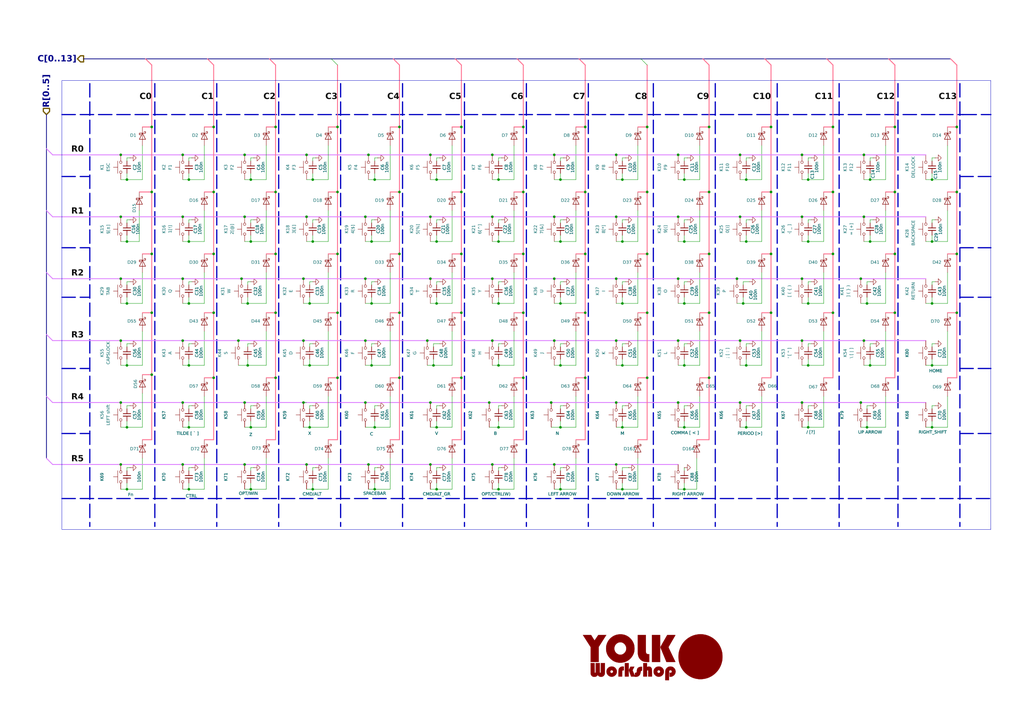
<source format=kicad_sch>
(kicad_sch (version 20231120) (generator "eeschema") (generator_version "8.0")
  (paper "A3")
  (title_block (title "Pico-Stroke [Key Matrix]") (date "2025-02-08") (rev "2") (company "Yolk Workshop") (comment 1 "Designed by K Mumba") (comment 2 "Conceptualised and designed in Zambia") (comment 3 "Yolk Keyboard Human Input Peripheral"))
  (junction (at 52.07 73.66))
  (junction (at 99.06 114.3))
  (junction (at 176.53 165.1))
  (junction (at 49.53 114.3))
  (junction (at 229.87 175.26))
  (junction (at 176.53 190.5))
  (junction (at 77.47 149.86))
  (junction (at 74.93 63.5))
  (junction (at 303.53 139.7))
  (junction (at 128.27 99.06))
  (junction (at 328.93 88.9))
  (junction (at 304.8 124.46))
  (junction (at 62.23 104.14))
  (junction (at 278.13 165.1))
  (junction (at 303.53 165.1))
  (junction (at 77.47 73.66))
  (junction (at 227.33 139.7))
  (junction (at 356.87 73.66))
  (junction (at 354.33 63.5))
  (junction (at 177.8 149.86))
  (junction (at 341.63 104.14))
  (junction (at 52.07 149.86))
  (junction (at 97.79 139.7))
  (junction (at 382.27 99.06))
  (junction (at 392.43 52.07))
  (junction (at 303.53 88.9))
  (junction (at 176.53 114.3))
  (junction (at 49.53 88.9))
  (junction (at 316.23 104.14))
  (junction (at 392.43 104.14))
  (junction (at 306.07 175.26))
  (junction (at 341.63 78.74))
  (junction (at 227.33 114.3))
  (junction (at 341.63 128.27))
  (junction (at 125.73 88.9))
  (junction (at 87.63 154.94))
  (junction (at 316.23 52.07))
  (junction (at 200.66 165.1))
  (junction (at 127 149.86))
  (junction (at 77.47 99.06))
  (junction (at 367.03 78.74))
  (junction (at 280.67 73.66))
  (junction (at 214.63 78.74))
  (junction (at 255.27 200.66))
  (junction (at 189.23 52.07))
  (junction (at 128.27 73.66))
  (junction (at 102.87 99.06))
  (junction (at 151.13 190.5))
  (junction (at 355.6 124.46))
  (junction (at 290.83 78.74))
  (junction (at 255.27 149.86))
  (junction (at 265.43 78.74))
  (junction (at 204.47 99.06))
  (junction (at 214.63 52.07))
  (junction (at 265.43 154.94))
  (junction (at 124.46 114.3))
  (junction (at 62.23 128.27))
  (junction (at 49.53 165.1))
  (junction (at 290.83 52.07))
  (junction (at 201.93 63.5))
  (junction (at 204.47 200.66))
  (junction (at 179.07 200.66))
  (junction (at 100.33 165.1))
  (junction (at 74.93 114.3))
  (junction (at 124.46 139.7))
  (junction (at 163.83 104.14))
  (junction (at 255.27 73.66))
  (junction (at 149.86 114.3))
  (junction (at 252.73 190.5))
  (junction (at 138.43 128.27))
  (junction (at 153.67 200.66))
  (junction (at 113.03 78.74))
  (junction (at 77.47 124.46))
  (junction (at 113.03 154.94))
  (junction (at 87.63 104.14))
  (junction (at 252.73 63.5))
  (junction (at 179.07 124.46))
  (junction (at 280.67 200.66))
  (junction (at 290.83 154.94))
  (junction (at 77.47 175.26))
  (junction (at 189.23 154.94))
  (junction (at 331.47 73.66))
  (junction (at 204.47 175.26))
  (junction (at 149.86 165.1))
  (junction (at 87.63 128.27))
  (junction (at 127 124.46))
  (junction (at 214.63 154.94))
  (junction (at 302.26 114.3))
  (junction (at 49.53 63.5))
  (junction (at 138.43 52.07))
  (junction (at 303.53 63.5))
  (junction (at 382.27 149.86))
  (junction (at 204.47 73.66))
  (junction (at 113.03 128.27))
  (junction (at 214.63 104.14))
  (junction (at 153.67 175.26))
  (junction (at 306.07 73.66))
  (junction (at 355.6 175.26))
  (junction (at 240.03 104.14))
  (junction (at 201.93 190.5))
  (junction (at 102.87 200.66))
  (junction (at 265.43 104.14))
  (junction (at 280.67 149.86))
  (junction (at 127 175.26))
  (junction (at 204.47 149.86))
  (junction (at 278.13 63.5))
  (junction (at 163.83 128.27))
  (junction (at 163.83 78.74))
  (junction (at 179.07 73.66))
  (junction (at 87.63 52.07))
  (junction (at 316.23 78.74))
  (junction (at 176.53 63.5))
  (junction (at 179.07 99.06))
  (junction (at 201.93 139.7))
  (junction (at 77.47 200.66))
  (junction (at 52.07 124.46))
  (junction (at 278.13 114.3))
  (junction (at 382.27 175.26))
  (junction (at 49.53 139.7))
  (junction (at 149.86 139.7))
  (junction (at 125.73 190.5))
  (junction (at 328.93 139.7))
  (junction (at 255.27 124.46))
  (junction (at 265.43 52.07))
  (junction (at 125.73 63.5))
  (junction (at 201.93 114.3))
  (junction (at 74.93 139.7))
  (junction (at 331.47 124.46))
  (junction (at 101.6 124.46))
  (junction (at 316.23 128.27))
  (junction (at 252.73 114.3))
  (junction (at 328.93 63.5))
  (junction (at 201.93 88.9))
  (junction (at 153.67 73.66))
  (junction (at 179.07 175.26))
  (junction (at 100.33 88.9))
  (junction (at 367.03 128.27))
  (junction (at 382.27 124.46))
  (junction (at 62.23 52.07))
  (junction (at 100.33 190.5))
  (junction (at 229.87 99.06))
  (junction (at 163.83 52.07))
  (junction (at 138.43 154.94))
  (junction (at 152.4 99.06))
  (junction (at 356.87 99.06))
  (junction (at 49.53 190.5))
  (junction (at 278.13 88.9))
  (junction (at 341.63 52.07))
  (junction (at 138.43 104.14))
  (junction (at 152.4 124.46))
  (junction (at 255.27 175.26))
  (junction (at 176.53 88.9))
  (junction (at 331.47 149.86))
  (junction (at 227.33 63.5))
  (junction (at 226.06 165.1))
  (junction (at 331.47 175.26))
  (junction (at 367.03 52.07))
  (junction (at 62.23 78.74))
  (junction (at 290.83 104.14))
  (junction (at 252.73 139.7))
  (junction (at 138.43 78.74))
  (junction (at 328.93 165.1))
  (junction (at 204.47 124.46))
  (junction (at 392.43 128.27))
  (junction (at 149.86 88.9))
  (junction (at 152.4 149.86))
  (junction (at 100.33 63.5))
  (junction (at 278.13 139.7))
  (junction (at 354.33 139.7))
  (junction (at 189.23 128.27))
  (junction (at 280.67 99.06))
  (junction (at 382.27 73.66))
  (junction (at 306.07 149.86))
  (junction (at 328.93 114.3))
  (junction (at 74.93 190.5))
  (junction (at 102.87 175.26))
  (junction (at 252.73 88.9))
  (junction (at 356.87 149.86))
  (junction (at 113.03 52.07))
  (junction (at 227.33 190.5))
  (junction (at 74.93 88.9))
  (junction (at 227.33 88.9))
  (junction (at 255.27 99.06))
  (junction (at 229.87 73.66))
  (junction (at 229.87 149.86))
  (junction (at 124.46 165.1))
  (junction (at 367.03 104.14))
  (junction (at 280.67 124.46))
  (junction (at 331.47 99.06))
  (junction (at 151.13 63.5))
  (junction (at 229.87 200.66))
  (junction (at 214.63 128.27))
  (junction (at 280.67 175.26))
  (junction (at 52.07 200.66))
  (junction (at 240.03 78.74))
  (junction (at 229.87 124.46))
  (junction (at 353.06 165.1))
  (junction (at 52.07 175.26))
  (junction (at 265.43 128.27))
  (junction (at 392.43 78.74))
  (junction (at 52.07 99.06))
  (junction (at 189.23 78.74))
  (junction (at 87.63 78.74))
  (junction (at 163.83 154.94))
  (junction (at 240.03 154.94))
  (junction (at 128.27 200.66))
  (junction (at 101.6 149.86))
  (junction (at 252.73 165.1))
  (junction (at 102.87 73.66))
  (junction (at 62.23 153.67))
  (junction (at 113.03 104.14))
  (junction (at 306.07 99.06))
  (junction (at 74.93 165.1))
  (junction (at 240.03 128.27))
  (junction (at 353.06 114.3))
  (junction (at 290.83 128.27))
  (junction (at 240.03 52.07))
  (junction (at 175.26 139.7))
  (junction (at 354.33 88.9))
  (junction (at 189.23 104.14))
  (bus_entry (at 135.89 24.13) (size 2.54 2.54))
  (bus_entry (at 237.49 24.13) (size 2.54 2.54) (stroke (width 0.381) (color 255 114 145 1)))
  (bus_entry (at 389.89 24.13) (size 2.54 2.54) (stroke (width 0.381) (color 255 114 145 1)))
  (bus_entry (at 19.05 137.16) (size 2.54 2.54) (stroke (width 0.381) (color 223 134 255 1)))
  (bus_entry (at 19.05 60.96) (size 2.54 2.54) (stroke (width 0.381) (color 223 134 255 1)))
  (bus_entry (at 288.29 24.13) (size 2.54 2.54) (stroke (width 0.381) (color 255 114 145 1)))
  (bus_entry (at 110.49 24.13) (size 2.54 2.54) (stroke (width 0.381) (color 255 114 145 1)))
  (bus_entry (at 59.69 24.13) (size 2.54 2.54) (stroke (width 0.381) (color 255 114 145 1)))
  (bus_entry (at 19.05 111.76) (size 2.54 2.54) (stroke (width 0.381) (color 223 134 255 1)))
  (bus_entry (at 313.69 24.13) (size 2.54 2.54) (stroke (width 0.381) (color 255 114 145 1)))
  (bus_entry (at 19.05 162.56) (size 2.54 2.54) (stroke (width 0.381) (color 223 134 255 1)))
  (bus_entry (at 161.29 24.13) (size 2.54 2.54) (stroke (width 0.381) (color 255 114 145 1)))
  (bus_entry (at 262.89 24.13) (size 2.54 2.54))
  (bus_entry (at 19.05 187.96) (size 2.54 2.54) (stroke (width 0.381) (color 223 134 255 1)))
  (bus_entry (at 364.49 24.13) (size 2.54 2.54) (stroke (width 0.381) (color 255 114 145 1)))
  (bus_entry (at 85.09 24.13) (size 2.54 2.54) (stroke (width 0.381) (color 255 114 145 1)))
  (bus_entry (at 339.09 24.13) (size 2.54 2.54) (stroke (width 0.381) (color 255 114 145 1)))
  (bus_entry (at 186.69 24.13) (size 2.54 2.54) (stroke (width 0.381) (color 255 114 145 1)))
  (bus_entry (at 19.05 86.36) (size 2.54 2.54) (stroke (width 0.381) (color 223 134 255 1)))
  (bus_entry (at 212.09 24.13) (size 2.54 2.54) (stroke (width 0.381) (color 255 114 145 1)))
  (wire (pts (xy 52.07 166.37) (xy 52.07 167.64)))
  (wire (pts (xy 210.82 78.74) (xy 214.63 78.74)) (stroke (width 0.381) (color 255 114 145 1)))
  (wire (pts (xy 124.46 114.3) (xy 149.86 114.3)) (stroke (width 0.381) (color 223 134 255 1)))
  (wire (pts (xy 52.07 90.17) (xy 52.07 91.44)))
  (wire (pts (xy 392.43 78.74) (xy 392.43 104.14)) (stroke (width 0.381) (color 255 114 145 1)))
  (wire (pts (xy 52.07 200.66) (xy 52.07 198.12)))
  (wire (pts (xy 354.33 99.06) (xy 356.87 99.06)))
  (wire (pts (xy 163.83 26.67) (xy 163.83 52.07)) (stroke (width 0.381) (color 255 114 145 1)))
  (wire (pts (xy 363.22 59.69) (xy 363.22 73.66)))
  (wire (pts (xy 160.02 128.27) (xy 163.83 128.27)) (stroke (width 0.381) (color 255 114 145 1)))
  (wire (pts (xy 303.53 63.5) (xy 328.93 63.5)) (stroke (width 0.381) (color 223 134 255 1)))
  (wire (pts (xy 331.47 90.17) (xy 331.47 91.44)))
  (wire (pts (xy 278.13 165.1) (xy 303.53 165.1)) (stroke (width 0.381) (color 223 134 255 1)))
  (wire (pts (xy 180.34 191.77) (xy 179.07 191.77)))
  (wire (pts (xy 83.82 180.34) (xy 87.63 180.34)) (stroke (width 0.381) (color 255 114 145 1)))
  (wire (pts (xy 185.42 135.89) (xy 185.42 149.86)))
  (wire (pts (xy 337.82 52.07) (xy 341.63 52.07)) (stroke (width 0.381) (color 255 114 145 1)))
  (wire (pts (xy 229.87 175.26) (xy 229.87 172.72)))
  (wire (pts (xy 58.42 135.89) (xy 58.42 149.86)))
  (wire (pts (xy 388.62 73.66) (xy 382.27 73.66)))
  (wire (pts (xy 113.03 128.27) (xy 113.03 154.94)) (stroke (width 0.381) (color 255 114 145 1)))
  (wire (pts (xy 151.13 63.5) (xy 176.53 63.5)) (stroke (width 0.381) (color 223 134 255 1)))
  (wire (pts (xy 236.22 99.06) (xy 229.87 99.06)))
  (wire (pts (xy 290.83 78.74) (xy 290.83 104.14)) (stroke (width 0.381) (color 255 114 145 1)))
  (wire (pts (xy 356.87 64.77) (xy 356.87 66.04)))
  (wire (pts (xy 102.87 90.17) (xy 102.87 91.44)))
  (wire (pts (xy 109.22 162.56) (xy 109.22 175.26)))
  (wire (pts (xy 87.63 128.27) (xy 87.63 154.94)) (stroke (width 0.381) (color 255 114 145 1)))
  (wire (pts (xy 185.42 200.66) (xy 179.07 200.66)))
  (wire (pts (xy 21.59 165.1) (xy 49.53 165.1)) (stroke (width 0.381) (color 223 134 255 1)))
  (wire (pts (xy 287.02 59.69) (xy 287.02 73.66)))
  (wire (pts (xy 261.62 59.69) (xy 261.62 73.66)))
  (wire (pts (xy 74.93 114.3) (xy 99.06 114.3)) (stroke (width 0.381) (color 223 134 255 1)))
  (wire (pts (xy 280.67 73.66) (xy 280.67 71.12)))
  (wire (pts (xy 227.33 149.86) (xy 229.87 149.86)))
  (wire (pts (xy 227.33 63.5) (xy 252.73 63.5)) (stroke (width 0.381) (color 223 134 255 1)))
  (wire (pts (xy 231.14 191.77) (xy 229.87 191.77)))
  (wire (pts (xy 97.79 149.86) (xy 101.6 149.86)))
  (wire (pts (xy 337.82 128.27) (xy 341.63 128.27)) (stroke (width 0.381) (color 255 114 145 1)))
  (wire (pts (xy 261.62 200.66) (xy 261.62 187.96)))
  (wire (pts (xy 312.42 128.27) (xy 316.23 128.27)) (stroke (width 0.381) (color 255 114 145 1)))
  (wire (pts (xy 231.14 115.57) (xy 229.87 115.57)))
  (wire (pts (xy 337.82 175.26) (xy 331.47 175.26)))
  (wire (pts (xy 52.07 124.46) (xy 52.07 121.92)))
  (wire (pts (xy 382.27 64.77) (xy 382.27 66.04)))
  (wire (pts (xy 255.27 175.26) (xy 255.27 172.72)))
  (wire (pts (xy 252.73 200.66) (xy 255.27 200.66)))
  (wire (pts (xy 180.34 90.17) (xy 179.07 90.17)))
  (wire (pts (xy 204.47 115.57) (xy 204.47 116.84)))
  (polyline (pts (xy 267.97 34.29) (xy 267.97 215.9)) (stroke (width 0.5) (type dash)))
  (wire (pts (xy 358.14 90.17) (xy 356.87 90.17)))
  (wire (pts (xy 287.02 128.27) (xy 290.83 128.27)) (stroke (width 0.381) (color 255 114 145 1)))
  (wire (pts (xy 176.53 200.66) (xy 179.07 200.66)))
  (wire (pts (xy 252.73 124.46) (xy 255.27 124.46)))
  (bus (pts (xy 19.05 111.76) (xy 19.05 137.16)))
  (wire (pts (xy 154.94 166.37) (xy 153.67 166.37)))
  (wire (pts (xy 392.43 26.67) (xy 392.43 52.07)) (stroke (width 0.381) (color 255 114 145 1)))
  (wire (pts (xy 287.02 99.06) (xy 280.67 99.06)))
  (wire (pts (xy 214.63 104.14) (xy 214.63 128.27)) (stroke (width 0.381) (color 255 114 145 1)))
  (wire (pts (xy 101.6 140.97) (xy 101.6 142.24)))
  (wire (pts (xy 287.02 104.14) (xy 290.83 104.14)) (stroke (width 0.381) (color 255 114 145 1)))
  (wire (pts (xy 125.73 73.66) (xy 128.27 73.66)))
  (bus (pts (xy 237.49 24.13) (xy 262.89 24.13)))
  (wire (pts (xy 151.13 190.5) (xy 176.53 190.5)) (stroke (width 0.381) (color 223 134 255 1)))
  (wire (pts (xy 134.62 104.14) (xy 138.43 104.14)) (stroke (width 0.381) (color 255 114 145 1)))
  (wire (pts (xy 53.34 140.97) (xy 52.07 140.97)))
  (wire (pts (xy 58.42 128.27) (xy 62.23 128.27)) (stroke (width 0.381) (color 255 114 145 1)))
  (wire (pts (xy 160.02 104.14) (xy 163.83 104.14)) (stroke (width 0.381) (color 255 114 145 1)))
  (wire (pts (xy 261.62 135.89) (xy 261.62 149.86)))
  (polyline (pts (xy 25.4 151.13) (xy 36.83 151.13)) (stroke (width 0.5) (type dash)))
  (wire (pts (xy 154.94 64.77) (xy 153.67 64.77)))
  (wire (pts (xy 189.23 52.07) (xy 189.23 78.74)) (stroke (width 0.381) (color 255 114 145 1)))
  (wire (pts (xy 104.14 64.77) (xy 102.87 64.77)))
  (wire (pts (xy 287.02 78.74) (xy 290.83 78.74)) (stroke (width 0.381) (color 255 114 145 1)))
  (wire (pts (xy 77.47 115.57) (xy 77.47 116.84)))
  (wire (pts (xy 185.42 175.26) (xy 179.07 175.26)))
  (wire (pts (xy 287.02 149.86) (xy 280.67 149.86)))
  (wire (pts (xy 210.82 128.27) (xy 214.63 128.27)) (stroke (width 0.381) (color 255 114 145 1)))
  (wire (pts (xy 261.62 86.36) (xy 261.62 99.06)))
  (wire (pts (xy 236.22 200.66) (xy 229.87 200.66)))
  (wire (pts (xy 127 175.26) (xy 127 172.72)))
  (wire (pts (xy 331.47 166.37) (xy 331.47 167.64)))
  (wire (pts (xy 127 140.97) (xy 127 142.24)))
  (wire (pts (xy 316.23 128.27) (xy 316.23 154.94)) (stroke (width 0.381) (color 255 114 145 1)))
  (wire (pts (xy 388.62 111.76) (xy 388.62 124.46)))
  (wire (pts (xy 74.93 63.5) (xy 100.33 63.5)) (stroke (width 0.381) (color 223 134 255 1)))
  (wire (pts (xy 227.33 124.46) (xy 229.87 124.46)))
  (wire (pts (xy 77.47 140.97) (xy 77.47 142.24)))
  (wire (pts (xy 382.27 115.57) (xy 382.27 116.84)))
  (wire (pts (xy 125.73 63.5) (xy 151.13 63.5)) (stroke (width 0.381) (color 223 134 255 1)))
  (wire (pts (xy 281.94 140.97) (xy 280.67 140.97)))
  (wire (pts (xy 83.82 124.46) (xy 77.47 124.46)))
  (wire (pts (xy 109.22 59.69) (xy 109.22 73.66)))
  (wire (pts (xy 185.42 86.36) (xy 185.42 99.06)))
  (wire (pts (xy 210.82 52.07) (xy 214.63 52.07)) (stroke (width 0.381) (color 255 114 145 1)))
  (wire (pts (xy 287.02 52.07) (xy 290.83 52.07)) (stroke (width 0.381) (color 255 114 145 1)))
  (wire (pts (xy 185.42 73.66) (xy 179.07 73.66)))
  (wire (pts (xy 57.15 99.06) (xy 52.07 99.06)))
  (wire (pts (xy 152.4 124.46) (xy 152.4 121.92)))
  (wire (pts (xy 227.33 139.7) (xy 252.73 139.7)) (stroke (width 0.381) (color 223 134 255 1)))
  (wire (pts (xy 252.73 175.26) (xy 255.27 175.26)))
  (wire (pts (xy 367.03 104.14) (xy 367.03 128.27)) (stroke (width 0.381) (color 255 114 145 1)))
  (polyline (pts (xy 393.7 151.13) (xy 406.4 151.13)) (stroke (width 0.5) (type dash)))
  (wire (pts (xy 379.73 99.06) (xy 382.27 99.06)))
  (wire (pts (xy 356.87 73.66) (xy 356.87 71.12)))
  (wire (pts (xy 312.42 73.66) (xy 306.07 73.66)))
  (wire (pts (xy 163.83 154.94) (xy 163.83 180.34)) (stroke (width 0.381) (color 255 114 145 1)))
  (wire (pts (xy 382.27 166.37) (xy 382.27 167.64)))
  (wire (pts (xy 306.07 64.77) (xy 306.07 66.04)))
  (wire (pts (xy 125.73 190.5) (xy 151.13 190.5)) (stroke (width 0.381) (color 223 134 255 1)))
  (wire (pts (xy 287.02 124.46) (xy 280.67 124.46)))
  (wire (pts (xy 185.42 180.34) (xy 189.23 180.34)) (stroke (width 0.381) (color 255 114 145 1)))
  (wire (pts (xy 49.53 190.5) (xy 74.93 190.5)) (stroke (width 0.381) (color 223 134 255 1)))
  (wire (pts (xy 152.4 124.46) (xy 160.02 124.46)))
  (wire (pts (xy 74.93 139.7) (xy 97.79 139.7)) (stroke (width 0.381) (color 223 134 255 1)))
  (wire (pts (xy 179.07 115.57) (xy 179.07 116.84)))
  (wire (pts (xy 52.07 175.26) (xy 52.07 172.72)))
  (wire (pts (xy 101.6 124.46) (xy 99.06 124.46)))
  (wire (pts (xy 231.14 140.97) (xy 229.87 140.97)))
  (wire (pts (xy 261.62 128.27) (xy 265.43 128.27)) (stroke (width 0.381) (color 255 114 145 1)))
  (wire (pts (xy 78.74 140.97) (xy 77.47 140.97)))
  (wire (pts (xy 229.87 115.57) (xy 229.87 116.84)))
  (wire (pts (xy 180.34 64.77) (xy 179.07 64.77)))
  (wire (pts (xy 160.02 73.66) (xy 153.67 73.66)))
  (wire (pts (xy 134.62 59.69) (xy 134.62 73.66)))
  (wire (pts (xy 83.82 111.76) (xy 83.82 124.46)))
  (wire (pts (xy 227.33 99.06) (xy 229.87 99.06)))
  (wire (pts (xy 312.42 175.26) (xy 306.07 175.26)))
  (wire (pts (xy 127 175.26) (xy 134.62 175.26)))
  (wire (pts (xy 152.4 90.17) (xy 152.4 91.44)))
  (wire (pts (xy 204.47 149.86) (xy 204.47 147.32)))
  (wire (pts (xy 52.07 73.66) (xy 52.07 71.12)))
  (wire (pts (xy 382.27 99.06) (xy 388.62 99.06)))
  (wire (pts (xy 83.82 135.89) (xy 83.82 149.86)))
  (wire (pts (xy 109.22 180.34) (xy 113.03 180.34)) (stroke (width 0.381) (color 255 114 145 1)))
  (wire (pts (xy 306.07 166.37) (xy 306.07 167.64)))
  (wire (pts (xy 102.87 175.26) (xy 102.87 172.72)))
  (wire (pts (xy 57.15 78.74) (xy 62.23 78.74)) (stroke (width 0.381) (color 255 114 145 1)))
  (wire (pts (xy 280.67 166.37) (xy 280.67 167.64)))
  (wire (pts (xy 109.22 78.74) (xy 113.03 78.74)) (stroke (width 0.381) (color 255 114 145 1)))
  (wire (pts (xy 77.47 175.26) (xy 77.47 172.72)))
  (wire (pts (xy 281.94 115.57) (xy 280.67 115.57)))
  (wire (pts (xy 312.42 162.56) (xy 312.42 175.26)))
  (wire (pts (xy 236.22 175.26) (xy 229.87 175.26)))
  (wire (pts (xy 331.47 99.06) (xy 331.47 96.52)))
  (wire (pts (xy 312.42 52.07) (xy 316.23 52.07)) (stroke (width 0.381) (color 255 114 145 1)))
  (wire (pts (xy 104.14 90.17) (xy 102.87 90.17)))
  (wire (pts (xy 236.22 73.66) (xy 229.87 73.66)))
  (wire (pts (xy 124.46 149.86) (xy 127 149.86)))
  (wire (pts (xy 160.02 86.36) (xy 160.02 99.06)))
  (wire (pts (xy 77.47 166.37) (xy 77.47 167.64)))
  (polyline (pts (xy 241.3 34.29) (xy 241.3 215.9)) (stroke (width 0.5) (type dash)))
  (wire (pts (xy 367.03 26.67) (xy 367.03 52.07)) (stroke (width 0.381) (color 255 114 145 1)))
  (wire (pts (xy 128.27 166.37) (xy 127 166.37)))
  (wire (pts (xy 306.07 90.17) (xy 306.07 91.44)))
  (wire (pts (xy 83.82 162.56) (xy 83.82 175.26)))
  (wire (pts (xy 236.22 128.27) (xy 240.03 128.27)) (stroke (width 0.381) (color 255 114 145 1)))
  (wire (pts (xy 109.22 154.94) (xy 113.03 154.94)) (stroke (width 0.381) (color 255 114 145 1)))
  (wire (pts (xy 331.47 140.97) (xy 331.47 142.24)))
  (wire (pts (xy 201.93 124.46) (xy 204.47 124.46)))
  (wire (pts (xy 214.63 26.67) (xy 214.63 52.07)) (stroke (width 0.381) (color 255 114 145 1)))
  (wire (pts (xy 278.13 99.06) (xy 280.67 99.06)))
  (wire (pts (xy 153.67 200.66) (xy 153.67 198.12)))
  (wire (pts (xy 382.27 73.66) (xy 382.27 71.12)))
  (wire (pts (xy 306.07 175.26) (xy 306.07 172.72)))
  (wire (pts (xy 252.73 73.66) (xy 255.27 73.66)))
  (wire (pts (xy 200.66 175.26) (xy 204.47 175.26)))
  (wire (pts (xy 180.34 115.57) (xy 179.07 115.57)))
  (wire (pts (xy 83.82 200.66) (xy 77.47 200.66)))
  (wire (pts (xy 152.4 140.97) (xy 153.67 140.97)))
  (wire (pts (xy 83.82 187.96) (xy 83.82 200.66)))
  (wire (pts (xy 341.63 26.67) (xy 341.63 52.07)) (stroke (width 0.381) (color 255 114 145 1)))
  (wire (pts (xy 287.02 154.94) (xy 290.83 154.94)) (stroke (width 0.381) (color 255 114 145 1)))
  (wire (pts (xy 261.62 104.14) (xy 265.43 104.14)) (stroke (width 0.381) (color 255 114 145 1)))
  (wire (pts (xy 175.26 139.7) (xy 176.53 139.7)))
  (wire (pts (xy 252.73 99.06) (xy 255.27 99.06)))
  (wire (pts (xy 102.87 115.57) (xy 101.6 115.57)))
  (wire (pts (xy 160.02 180.34) (xy 163.83 180.34)) (stroke (width 0.381) (color 255 114 145 1)))
  (wire (pts (xy 129.54 90.17) (xy 128.27 90.17)))
  (wire (pts (xy 210.82 154.94) (xy 214.63 154.94)) (stroke (width 0.381) (color 255 114 145 1)))
  (wire (pts (xy 281.94 64.77) (xy 280.67 64.77)))
  (wire (pts (xy 214.63 78.74) (xy 214.63 104.14)) (stroke (width 0.381) (color 255 114 145 1)))
  (wire (pts (xy 49.53 99.06) (xy 52.07 99.06)))
  (wire (pts (xy 113.03 26.67) (xy 113.03 52.07)) (stroke (width 0.381) (color 255 114 145 1)))
  (wire (pts (xy 160.02 135.89) (xy 160.02 149.86)))
  (wire (pts (xy 285.75 187.96) (xy 285.75 200.66)))
  (wire (pts (xy 102.87 191.77) (xy 102.87 193.04)))
  (polyline (pts (xy 139.7 34.29) (xy 139.7 215.9)) (stroke (width 0.5) (type dash)))
  (wire (pts (xy 97.79 139.7) (xy 124.46 139.7)) (stroke (width 0.381) (color 223 134 255 1)))
  (polyline (pts (xy 63.5 34.29) (xy 63.5 215.9)) (stroke (width 0.5) (type dash)))
  (bus (pts (xy 262.89 24.13) (xy 288.29 24.13)))
  (wire (pts (xy 303.53 165.1) (xy 328.93 165.1)) (stroke (width 0.381) (color 223 134 255 1)))
  (wire (pts (xy 52.07 149.86) (xy 52.07 147.32)))
  (wire (pts (xy 109.22 52.07) (xy 113.03 52.07)) (stroke (width 0.381) (color 255 114 145 1)))
  (wire (pts (xy 153.67 73.66) (xy 153.67 71.12)))
  (wire (pts (xy 83.82 128.27) (xy 87.63 128.27)) (stroke (width 0.381) (color 255 114 145 1)))
  (wire (pts (xy 312.42 111.76) (xy 312.42 124.46)))
  (wire (pts (xy 102.87 73.66) (xy 102.87 71.12)))
  (wire (pts (xy 316.23 26.67) (xy 316.23 52.07)) (stroke (width 0.381) (color 255 114 145 1)))
  (wire (pts (xy 138.43 52.07) (xy 138.43 78.74)) (stroke (width 0.381) (color 255 114 145 1)))
  (wire (pts (xy 200.66 165.1) (xy 226.06 165.1)) (stroke (width 0.381) (color 223 134 255 1)))
  (wire (pts (xy 256.54 64.77) (xy 255.27 64.77)))
  (wire (pts (xy 382.27 124.46) (xy 382.27 121.92)))
  (wire (pts (xy 256.54 90.17) (xy 255.27 90.17)))
  (wire (pts (xy 129.54 64.77) (xy 128.27 64.77)))
  (wire (pts (xy 210.82 124.46) (xy 204.47 124.46)))
  (wire (pts (xy 280.67 198.12) (xy 280.67 200.66)))
  (wire (pts (xy 341.63 104.14) (xy 341.63 128.27)) (stroke (width 0.381) (color 255 114 145 1)))
  (wire (pts (xy 337.82 124.46) (xy 331.47 124.46)))
  (wire (pts (xy 83.82 78.74) (xy 87.63 78.74)) (stroke (width 0.381) (color 255 114 145 1)))
  (wire (pts (xy 229.87 73.66) (xy 229.87 71.12)))
  (wire (pts (xy 49.53 63.5) (xy 74.93 63.5)) (stroke (width 0.381) (color 223 134 255 1)))
  (wire (pts (xy 231.14 166.37) (xy 229.87 166.37)))
  (wire (pts (xy 278.13 73.66) (xy 280.67 73.66)))
  (wire (pts (xy 177.8 149.86) (xy 185.42 149.86)))
  (wire (pts (xy 382.27 149.86) (xy 388.62 149.86)))
  (wire (pts (xy 306.07 149.86) (xy 306.07 147.32)))
  (wire (pts (xy 134.62 162.56) (xy 134.62 175.26)))
  (polyline (pts (xy 394.97 46.99) (xy 406.4 46.99)) (stroke (width 0.5) (type dash)))
  (wire (pts (xy 83.82 86.36) (xy 83.82 99.06)))
  (wire (pts (xy 62.23 52.07) (xy 62.23 78.74)) (stroke (width 0.381) (color 255 114 145 1)))
  (wire (pts (xy 149.86 114.3) (xy 176.53 114.3)) (stroke (width 0.381) (color 223 134 255 1)))
  (wire (pts (xy 52.07 191.77) (xy 52.07 193.04)))
  (wire (pts (xy 149.86 139.7) (xy 175.26 139.7)) (stroke (width 0.381) (color 223 134 255 1)))
  (wire (pts (xy 74.93 149.86) (xy 77.47 149.86)))
  (wire (pts (xy 62.23 153.67) (xy 62.23 180.34)) (stroke (width 0.381) (color 255 114 145 1)))
  (wire (pts (xy 49.53 149.86) (xy 52.07 149.86)))
  (wire (pts (xy 229.87 64.77) (xy 229.87 66.04)))
  (wire (pts (xy 78.74 90.17) (xy 77.47 90.17)))
  (wire (pts (xy 204.47 124.46) (xy 204.47 121.92)))
  (wire (pts (xy 290.83 180.34) (xy 285.75 180.34)) (stroke (width 0.381) (color 255 114 145 1)))
  (polyline (pts (xy 25.4 72.39) (xy 36.83 72.39)) (stroke (width 0.5) (type dash)))
  (wire (pts (xy 280.67 64.77) (xy 280.67 66.04)))
  (bus (pts (xy 59.69 24.13) (xy 85.09 24.13)))
  (wire (pts (xy 77.47 73.66) (xy 77.47 71.12)))
  (wire (pts (xy 255.27 115.57) (xy 255.27 116.84)))
  (wire (pts (xy 210.82 135.89) (xy 210.82 149.86)))
  (wire (pts (xy 176.53 99.06) (xy 179.07 99.06)))
  (wire (pts (xy 280.67 191.77) (xy 280.67 193.04)))
  (wire (pts (xy 101.6 124.46) (xy 101.6 121.92)))
  (wire (pts (xy 101.6 124.46) (xy 109.22 124.46)))
  (wire (pts (xy 74.93 88.9) (xy 100.33 88.9)) (stroke (width 0.381) (color 223 134 255 1)))
  (wire (pts (xy 49.53 124.46) (xy 52.07 124.46)))
  (wire (pts (xy 290.83 52.07) (xy 290.83 78.74)) (stroke (width 0.381) (color 255 114 145 1)))
  (wire (pts (xy 240.03 52.07) (xy 240.03 78.74)) (stroke (width 0.381) (color 255 114 145 1)))
  (wire (pts (xy 332.74 90.17) (xy 331.47 90.17)))
  (wire (pts (xy 125.73 88.9) (xy 149.86 88.9)) (stroke (width 0.381) (color 223 134 255 1)))
  (wire (pts (xy 189.23 128.27) (xy 189.23 154.94)) (stroke (width 0.381) (color 255 114 145 1)))
  (wire (pts (xy 316.23 104.14) (xy 316.23 128.27)) (stroke (width 0.381) (color 255 114 145 1)))
  (wire (pts (xy 127 115.57) (xy 127 116.84)))
  (wire (pts (xy 337.82 149.86) (xy 331.47 149.86)))
  (wire (pts (xy 303.53 99.06) (xy 306.07 99.06)))
  (wire (pts (xy 77.47 191.77) (xy 77.47 193.04)))
  (wire (pts (xy 78.74 64.77) (xy 77.47 64.77)))
  (wire (pts (xy 152.4 115.57) (xy 152.4 116.84)))
  (wire (pts (xy 210.82 200.66) (xy 204.47 200.66)))
  (wire (pts (xy 363.22 73.66) (xy 356.87 73.66)))
  (wire (pts (xy 62.23 78.74) (xy 62.23 104.14)) (stroke (width 0.381) (color 255 114 145 1)))
  (wire (pts (xy 280.67 200.66) (xy 278.13 200.66)))
  (wire (pts (xy 392.43 52.07) (xy 392.43 78.74)) (stroke (width 0.381) (color 255 114 145 1)))
  (wire (pts (xy 236.22 78.74) (xy 240.03 78.74)) (stroke (width 0.381) (color 255 114 145 1)))
  (wire (pts (xy 201.93 114.3) (xy 227.33 114.3)) (stroke (width 0.381) (color 223 134 255 1)))
  (wire (pts (xy 355.6 115.57) (xy 355.6 116.84)))
  (polyline (pts (xy 393.7 72.39) (xy 406.4 72.39)) (stroke (width 0.5) (type dash)))
  (wire (pts (xy 210.82 59.69) (xy 210.82 73.66)))
  (wire (pts (xy 128.27 200.66) (xy 128.27 198.12)))
  (wire (pts (xy 109.22 104.14) (xy 113.03 104.14)) (stroke (width 0.381) (color 255 114 145 1)))
  (wire (pts (xy 21.59 63.5) (xy 49.53 63.5)) (stroke (width 0.381) (color 223 134 255 1)))
  (wire (pts (xy 189.23 154.94) (xy 189.23 180.34)) (stroke (width 0.381) (color 255 114 145 1)))
  (wire (pts (xy 307.34 64.77) (xy 306.07 64.77)))
  (wire (pts (xy 58.42 149.86) (xy 52.07 149.86)))
  (wire (pts (xy 280.67 115.57) (xy 280.67 116.84)))
  (wire (pts (xy 265.43 78.74) (xy 265.43 104.14)) (stroke (width 0.381) (color 255 114 145 1)))
  (wire (pts (xy 104.14 191.77) (xy 102.87 191.77)))
  (wire (pts (xy 205.74 64.77) (xy 204.47 64.77)))
  (wire (pts (xy 109.22 99.06) (xy 102.87 99.06)))
  (wire (pts (xy 312.42 99.06) (xy 306.07 99.06)))
  (wire (pts (xy 109.22 135.89) (xy 109.22 149.86)))
  (wire (pts (xy 210.82 111.76) (xy 210.82 124.46)))
  (wire (pts (xy 58.42 187.96) (xy 58.42 200.66)))
  (wire (pts (xy 355.6 124.46) (xy 355.6 121.92)))
  (wire (pts (xy 332.74 64.77) (xy 331.47 64.77)))
  (wire (pts (xy 83.82 149.86) (xy 77.47 149.86)))
  (wire (pts (xy 49.53 175.26) (xy 52.07 175.26)))
  (wire (pts (xy 74.93 99.06) (xy 77.47 99.06)))
  (wire (pts (xy 328.93 99.06) (xy 331.47 99.06)))
  (wire (pts (xy 204.47 90.17) (xy 204.47 91.44)))
  (wire (pts (xy 307.34 140.97) (xy 306.07 140.97)))
  (wire (pts (xy 175.26 139.7) (xy 201.93 139.7)) (stroke (width 0.381) (color 223 134 255 1)))
  (wire (pts (xy 328.93 139.7) (xy 354.33 139.7)) (stroke (width 0.381) (color 223 134 255 1)))
  (wire (pts (xy 231.14 64.77) (xy 229.87 64.77)))
  (wire (pts (xy 312.42 154.94) (xy 316.23 154.94)) (stroke (width 0.381) (color 255 114 145 1)))
  (wire (pts (xy 227.33 114.3) (xy 252.73 114.3)) (stroke (width 0.381) (color 223 134 255 1)))
  (wire (pts (xy 87.63 26.67) (xy 87.63 52.07)) (stroke (width 0.381) (color 255 114 145 1)))
  (wire (pts (xy 354.33 149.86) (xy 356.87 149.86)))
  (wire (pts (xy 101.6 149.86) (xy 109.22 149.86)))
  (wire (pts (xy 149.86 149.86) (xy 152.4 149.86)))
  (wire (pts (xy 227.33 200.66) (xy 229.87 200.66)))
  (wire (pts (xy 252.73 63.5) (xy 278.13 63.5)) (stroke (width 0.381) (color 223 134 255 1)))
  (wire (pts (xy 99.06 114.3) (xy 124.46 114.3)) (stroke (width 0.381) (color 223 134 255 1)))
  (wire (pts (xy 236.22 149.86) (xy 229.87 149.86)))
  (wire (pts (xy 189.23 26.67) (xy 189.23 52.07)) (stroke (width 0.381) (color 255 114 145 1)))
  (wire (pts (xy 149.86 165.1) (xy 176.53 165.1)) (stroke (width 0.381) (color 223 134 255 1)))
  (wire (pts (xy 265.43 128.27) (xy 265.43 154.94)) (stroke (width 0.381) (color 255 114 145 1)))
  (wire (pts (xy 303.53 175.26) (xy 306.07 175.26)))
  (wire (pts (xy 240.03 104.14) (xy 240.03 128.27)) (stroke (width 0.381) (color 255 114 145 1)))
  (wire (pts (xy 290.83 104.14) (xy 290.83 128.27)) (stroke (width 0.381) (color 255 114 145 1)))
  (wire (pts (xy 316.23 52.07) (xy 316.23 78.74)) (stroke (width 0.381) (color 255 114 145 1)))
  (wire (pts (xy 261.62 78.74) (xy 265.43 78.74)) (stroke (width 0.381) (color 255 114 145 1)))
  (wire (pts (xy 227.33 73.66) (xy 229.87 73.66)))
  (wire (pts (xy 290.83 154.94) (xy 290.83 180.34)) (stroke (width 0.381) (color 255 114 145 1)))
  (wire (pts (xy 160.02 200.66) (xy 153.67 200.66)))
  (wire (pts (xy 102.87 200.66) (xy 100.33 200.66)))
  (polyline (pts (xy 25.4 204.47) (xy 406.4 204.47)) (stroke (width 0.5) (type dash)))
  (wire (pts (xy 355.6 175.26) (xy 355.6 172.72)))
  (wire (pts (xy 312.42 78.74) (xy 316.23 78.74)) (stroke (width 0.381) (color 255 114 145 1)))
  (wire (pts (xy 58.42 175.26) (xy 52.07 175.26)))
  (wire (pts (xy 379.73 124.46) (xy 382.27 124.46)))
  (wire (pts (xy 255.27 99.06) (xy 255.27 96.52)))
  (wire (pts (xy 77.47 99.06) (xy 77.47 96.52)))
  (wire (pts (xy 261.62 149.86) (xy 255.27 149.86)))
  (wire (pts (xy 354.33 139.7) (xy 379.73 139.7)) (stroke (width 0.381) (color 223 134 255 1)))
  (wire (pts (xy 83.82 175.26) (xy 77.47 175.26)))
  (wire (pts (xy 256.54 166.37) (xy 255.27 166.37)))
  (wire (pts (xy 101.6 115.57) (xy 101.6 116.84)))
  (wire (pts (xy 303.53 88.9) (xy 328.93 88.9)) (stroke (width 0.381) (color 223 134 255 1)))
  (wire (pts (xy 332.74 140.97) (xy 331.47 140.97)))
  (wire (pts (xy 52.07 140.97) (xy 52.07 142.24)))
  (wire (pts (xy 77.47 124.46) (xy 77.47 121.92)))
  (wire (pts (xy 356.87 90.17) (xy 356.87 91.44)))
  (wire (pts (xy 151.13 200.66) (xy 153.67 200.66)))
  (wire (pts (xy 125.73 200.66) (xy 128.27 200.66)))
  (wire (pts (xy 21.59 88.9) (xy 49.53 88.9)) (stroke (width 0.381) (color 223 134 255 1)))
  (wire (pts (xy 189.23 78.74) (xy 189.23 104.14)) (stroke (width 0.381) (color 255 114 145 1)))
  (wire (pts (xy 363.22 162.56) (xy 363.22 175.26)))
  (wire (pts (xy 62.23 104.14) (xy 62.23 128.27)) (stroke (width 0.381) (color 255 114 145 1)))
  (wire (pts (xy 127 149.86) (xy 134.62 149.86)))
  (wire (pts (xy 356.87 149.86) (xy 356.87 147.32)))
  (wire (pts (xy 392.43 128.27) (xy 392.43 154.94)) (stroke (width 0.381) (color 255 114 145 1)))
  (wire (pts (xy 307.34 166.37) (xy 306.07 166.37)))
  (wire (pts (xy 83.82 52.07) (xy 87.63 52.07)) (stroke (width 0.381) (color 255 114 145 1)))
  (polyline (pts (xy 190.5 34.29) (xy 190.5 215.9)) (stroke (width 0.5) (type dash)))
  (wire (pts (xy 134.62 52.07) (xy 138.43 52.07)) (stroke (width 0.381) (color 255 114 145 1)))
  (wire (pts (xy 100.33 190.5) (xy 125.73 190.5)) (stroke (width 0.381) (color 223 134 255 1)))
  (wire (pts (xy 138.43 26.67) (xy 138.43 52.07)) (stroke (width 0.381) (color 255 114 145 1)))
  (wire (pts (xy 210.82 149.86) (xy 204.47 149.86)))
  (wire (pts (xy 240.03 154.94) (xy 240.03 180.34)) (stroke (width 0.381) (color 255 114 145 1)))
  (wire (pts (xy 52.07 64.77) (xy 52.07 66.04)))
  (wire (pts (xy 388.62 104.14) (xy 392.43 104.14)) (stroke (width 0.381) (color 255 114 145 1)))
  (wire (pts (xy 280.67 149.86) (xy 280.67 147.32)))
  (wire (pts (xy 353.06 114.3) (xy 379.73 114.3)) (stroke (width 0.381) (color 223 134 255 1)))
  (wire (pts (xy 58.42 111.76) (xy 58.42 124.46)))
  (wire (pts (xy 204.47 99.06) (xy 204.47 96.52)))
  (wire (pts (xy 77.47 149.86) (xy 77.47 147.32)))
  (wire (pts (xy 134.62 135.89) (xy 134.62 149.86)))
  (wire (pts (xy 379.73 73.66) (xy 382.27 73.66)))
  (wire (pts (xy 124.46 165.1) (xy 149.86 165.1)) (stroke (width 0.381) (color 223 134 255 1)))
  (wire (pts (xy 236.22 187.96) (xy 236.22 200.66)))
  (wire (pts (xy 62.23 128.27) (xy 62.23 153.67)) (stroke (width 0.381) (color 255 114 145 1)))
  (wire (pts (xy 83.82 104.14) (xy 87.63 104.14)) (stroke (width 0.381) (color 255 114 145 1)))
  (wire (pts (xy 331.47 64.77) (xy 331.47 66.04)))
  (wire (pts (xy 261.62 154.94) (xy 265.43 154.94)) (stroke (width 0.381) (color 255 114 145 1)))
  (wire (pts (xy 210.82 180.34) (xy 214.63 180.34)) (stroke (width 0.381) (color 255 114 145 1)))
  (wire (pts (xy 53.34 64.77) (xy 52.07 64.77)))
  (wire (pts (xy 392.43 104.14) (xy 392.43 128.27)) (stroke (width 0.381) (color 255 114 145 1)))
  (wire (pts (xy 138.43 78.74) (xy 138.43 104.14)) (stroke (width 0.381) (color 255 114 145 1)))
  (wire (pts (xy 179.07 200.66) (xy 179.07 198.12)))
  (wire (pts (xy 261.62 99.06) (xy 255.27 99.06)))
  (wire (pts (xy 240.03 128.27) (xy 240.03 154.94)) (stroke (width 0.381) (color 255 114 145 1)))
  (wire (pts (xy 163.83 128.27) (xy 163.83 154.94)) (stroke (width 0.381) (color 255 114 145 1)))
  (wire (pts (xy 134.62 128.27) (xy 138.43 128.27)) (stroke (width 0.381) (color 255 114 145 1)))
  (wire (pts (xy 153.67 115.57) (xy 152.4 115.57)))
  (wire (pts (xy 185.42 187.96) (xy 185.42 200.66)))
  (wire (pts (xy 332.74 166.37) (xy 331.47 166.37)))
  (wire (pts (xy 201.93 200.66) (xy 204.47 200.66)))
  (wire (pts (xy 354.33 73.66) (xy 356.87 73.66)))
  (wire (pts (xy 255.27 124.46) (xy 255.27 121.92)))
  (wire (pts (xy 153.67 64.77) (xy 153.67 66.04)))
  (wire (pts (xy 160.02 78.74) (xy 163.83 78.74)) (stroke (width 0.381) (color 255 114 145 1)))
  (wire (pts (xy 355.6 124.46) (xy 363.22 124.46)))
  (wire (pts (xy 87.63 104.14) (xy 87.63 128.27)) (stroke (width 0.381) (color 255 114 145 1)))
  (wire (pts (xy 240.03 78.74) (xy 240.03 104.14)) (stroke (width 0.381) (color 255 114 145 1)))
  (wire (pts (xy 83.82 59.69) (xy 83.82 73.66)))
  (wire (pts (xy 100.33 165.1) (xy 124.46 165.1)) (stroke (width 0.381) (color 223 134 255 1)))
  (wire (pts (xy 363.22 78.74) (xy 367.03 78.74)) (stroke (width 0.381) (color 255 114 145 1)))
  (wire (pts (xy 201.93 190.5) (xy 227.33 190.5)) (stroke (width 0.381) (color 223 134 255 1)))
  (wire (pts (xy 204.47 200.66) (xy 204.47 198.12)))
  (wire (pts (xy 185.42 111.76) (xy 185.42 124.46)))
  (wire (pts (xy 278.13 175.26) (xy 280.67 175.26)))
  (wire (pts (xy 302.26 114.3) (xy 328.93 114.3)) (stroke (width 0.381) (color 223 134 255 1)))
  (wire (pts (xy 21.59 139.7) (xy 49.53 139.7)) (stroke (width 0.381) (color 223 134 255 1)))
  (wire (pts (xy 127 166.37) (xy 127 167.64)))
  (wire (pts (xy 363.22 86.36) (xy 363.22 99.06)))
  (wire (pts (xy 261.62 175.26) (xy 255.27 175.26)))
  (wire (pts (xy 128.27 115.57) (xy 127 115.57)))
  (wire (pts (xy 358.14 140.97) (xy 356.87 140.97)))
  (wire (pts (xy 179.07 64.77) (xy 179.07 66.04)))
  (wire (pts (xy 154.94 191.77) (xy 153.67 191.77)))
  (wire (pts (xy 354.33 63.5) (xy 379.73 63.5)) (stroke (width 0.381) (color 223 134 255 1)))
  (wire (pts (xy 128.27 90.17) (xy 128.27 91.44)))
  (wire (pts (xy 153.67 175.26) (xy 153.67 172.72)))
  (wire (pts (xy 58.42 180.34) (xy 62.23 180.34)) (stroke (width 0.381) (color 255 114 145 1)))
  (wire (pts (xy 83.82 73.66) (xy 77.47 73.66)))
  (wire (pts (xy 265.43 52.07) (xy 265.43 78.74)) (stroke (width 0.381) (color 255 114 145 1)))
  (wire (pts (xy 160.02 111.76) (xy 160.02 124.46)))
  (wire (pts (xy 210.82 73.66) (xy 204.47 73.66)))
  (wire (pts (xy 278.13 149.86) (xy 280.67 149.86)))
  (wire (pts (xy 210.82 104.14) (xy 214.63 104.14)) (stroke (width 0.381) (color 255 114 145 1)))
  (wire (pts (xy 185.42 104.14) (xy 189.23 104.14)) (stroke (width 0.381) (color 255 114 145 1)))
  (wire (pts (xy 236.22 52.07) (xy 240.03 52.07)) (stroke (width 0.381) (color 255 114 145 1)))
  (wire (pts (xy 204.47 166.37) (xy 204.47 167.64)))
  (wire (pts (xy 255.27 191.77) (xy 255.27 193.04)))
  (wire (pts (xy 175.26 149.86) (xy 177.8 149.86)))
  (wire (pts (xy 341.63 52.07) (xy 341.63 78.74)) (stroke (width 0.381) (color 255 114 145 1)))
  (wire (pts (xy 109.22 187.96) (xy 109.22 200.66)))
  (wire (pts (xy 100.33 88.9) (xy 125.73 88.9)) (stroke (width 0.381) (color 223 134 255 1)))
  (wire (pts (xy 176.53 175.26) (xy 179.07 175.26)))
  (wire (pts (xy 58.42 59.69) (xy 58.42 73.66)))
  (wire (pts (xy 337.82 59.69) (xy 337.82 73.66)))
  (wire (pts (xy 153.67 166.37) (xy 153.67 167.64)))
  (wire (pts (xy 287.02 162.56) (xy 287.02 175.26)))
  (wire (pts (xy 355.6 166.37) (xy 356.87 166.37)))
  (wire (pts (xy 205.74 115.57) (xy 204.47 115.57)))
  (wire (pts (xy 74.93 190.5) (xy 100.33 190.5)) (stroke (width 0.381) (color 223 134 255 1)))
  (wire (pts (xy 316.23 78.74) (xy 316.23 104.14)) (stroke (width 0.381) (color 255 114 145 1)))
  (wire (pts (xy 127 149.86) (xy 127 147.32)))
  (wire (pts (xy 353.06 175.26) (xy 355.6 175.26)))
  (wire (pts (xy 363.22 149.86) (xy 356.87 149.86)))
  (wire (pts (xy 265.43 26.67) (xy 265.43 52.07)) (stroke (width 0.381) (color 255 114 145 1)))
  (bus (pts (xy 212.09 24.13) (xy 237.49 24.13)))
  (wire (pts (xy 337.82 86.36) (xy 337.82 99.06)))
  (wire (pts (xy 304.8 124.46) (xy 304.8 121.92)))
  (wire (pts (xy 124.46 165.1) (xy 125.73 165.1)))
  (polyline (pts (xy 25.4 101.6) (xy 36.83 101.6)) (stroke (width 0.5) (type dash)))
  (wire (pts (xy 100.33 63.5) (xy 125.73 63.5)) (stroke (width 0.381) (color 223 134 255 1)))
  (wire (pts (xy 78.74 115.57) (xy 77.47 115.57)))
  (wire (pts (xy 176.53 165.1) (xy 200.66 165.1)) (stroke (width 0.381) (color 223 134 255 1)))
  (wire (pts (xy 367.03 78.74) (xy 367.03 104.14)) (stroke (width 0.381) (color 255 114 145 1)))
  (wire (pts (xy 134.62 73.66) (xy 128.27 73.66)))
  (wire (pts (xy 261.62 162.56) (xy 261.62 175.26)))
  (wire (pts (xy 113.03 52.07) (xy 113.03 78.74)) (stroke (width 0.381) (color 255 114 145 1)))
  (wire (pts (xy 185.42 154.94) (xy 189.23 154.94)) (stroke (width 0.381) (color 255 114 145 1)))
  (wire (pts (xy 109.22 175.26) (xy 102.87 175.26)))
  (wire (pts (xy 201.93 73.66) (xy 204.47 73.66)))
  (wire (pts (xy 176.53 190.5) (xy 201.93 190.5)) (stroke (width 0.381) (color 223 134 255 1)))
  (bus (pts (xy 19.05 46.99) (xy 19.05 60.96)))
  (wire (pts (xy 229.87 166.37) (xy 229.87 167.64)))
  (polyline (pts (xy 36.83 34.29) (xy 36.83 215.9)) (stroke (width 0.5) (type dash)))
  (wire (pts (xy 163.83 52.07) (xy 163.83 78.74)) (stroke (width 0.381) (color 255 114 145 1)))
  (wire (pts (xy 280.67 124.46) (xy 280.67 121.92)))
  (wire (pts (xy 379.73 175.26) (xy 382.27 175.26)))
  (wire (pts (xy 149.86 124.46) (xy 152.4 124.46)))
  (wire (pts (xy 113.03 78.74) (xy 113.03 104.14)) (stroke (width 0.381) (color 255 114 145 1)))
  (wire (pts (xy 177.8 140.97) (xy 177.8 142.24)))
  (wire (pts (xy 252.73 190.5) (xy 278.13 190.5)) (stroke (width 0.381) (color 223 134 255 1)))
  (wire (pts (xy 252.73 149.86) (xy 255.27 149.86)))
  (bus (pts (xy 85.09 24.13) (xy 110.49 24.13)))
  (wire (pts (xy 134.62 180.34) (xy 138.43 180.34)) (stroke (width 0.381) (color 255 114 145 1)))
  (wire (pts (xy 231.14 90.17) (xy 229.87 90.17)))
  (wire (pts (xy 102.87 99.06) (xy 102.87 96.52)))
  (wire (pts (xy 179.07 191.77) (xy 179.07 193.04)))
  (wire (pts (xy 356.87 140.97) (xy 356.87 142.24)))
  (wire (pts (xy 328.93 114.3) (xy 353.06 114.3)) (stroke (width 0.381) (color 223 134 255 1)))
  (wire (pts (xy 179.07 99.06) (xy 179.07 96.52)))
  (polyline (pts (xy 393.7 177.8) (xy 406.4 177.8)) (stroke (width 0.5) (type dash)))
  (wire (pts (xy 285.75 200.66) (xy 280.67 200.66)))
  (wire (pts (xy 149.86 99.06) (xy 152.4 99.06)))
  (wire (pts (xy 176.53 88.9) (xy 201.93 88.9)) (stroke (width 0.381) (color 223 134 255 1)))
  (wire (pts (xy 179.07 124.46) (xy 179.07 121.92)))
  (wire (pts (xy 280.67 90.17) (xy 280.67 91.44)))
  (wire (pts (xy 255.27 200.66) (xy 261.62 200.66)))
  (bus (pts (xy 339.09 24.13) (xy 364.49 24.13)))
  (wire (pts (xy 229.87 149.86) (xy 229.87 147.32)))
  (bus (pts (xy 313.69 24.13) (xy 339.09 24.13)))
  (wire (pts (xy 74.93 165.1) (xy 100.33 165.1)) (stroke (width 0.381) (color 223 134 255 1)))
  (bus (pts (xy 186.69 24.13) (xy 212.09 24.13)))
  (wire (pts (xy 312.42 149.86) (xy 306.07 149.86)))
  (wire (pts (xy 278.13 114.3) (xy 302.26 114.3)) (stroke (width 0.381) (color 223 134 255 1)))
  (wire (pts (xy 255.27 198.12) (xy 255.27 200.66)))
  (wire (pts (xy 201.93 99.06) (xy 204.47 99.06)))
  (wire (pts (xy 337.82 154.94) (xy 341.63 154.94)) (stroke (width 0.381) (color 255 114 145 1)))
  (wire (pts (xy 160.02 162.56) (xy 160.02 175.26)))
  (wire (pts (xy 205.74 90.17) (xy 204.47 90.17)))
  (wire (pts (xy 328.93 175.26) (xy 331.47 175.26)))
  (wire (pts (xy 179.07 90.17) (xy 179.07 91.44)))
  (wire (pts (xy 109.22 128.27) (xy 113.03 128.27)) (stroke (width 0.381) (color 255 114 145 1)))
  (wire (pts (xy 388.62 175.26) (xy 382.27 175.26)))
  (wire (pts (xy 160.02 59.69) (xy 160.02 73.66)))
  (wire (pts (xy 179.07 73.66) (xy 179.07 71.12)))
  (wire (pts (xy 382.27 166.37) (xy 383.54 166.37)))
  (wire (pts (xy 236.22 86.36) (xy 236.22 99.06)))
  (polyline (pts (xy 344.17 34.29) (xy 344.17 215.9)) (stroke (width 0.5) (type dash)))
  (wire (pts (xy 304.8 116.84) (xy 304.8 115.57)))
  (bus (pts (xy 19.05 60.96) (xy 19.05 86.36)))
  (wire (pts (xy 160.02 187.96) (xy 160.02 200.66)))
  (wire (pts (xy 78.74 166.37) (xy 77.47 166.37)))
  (wire (pts (xy 58.42 73.66) (xy 52.07 73.66)))
  (wire (pts (xy 129.54 191.77) (xy 128.27 191.77)))
  (polyline (pts (xy 293.37 34.29) (xy 293.37 215.9)) (stroke (width 0.5) (type dash)))
  (polyline (pts (xy 114.3 34.29) (xy 114.3 215.9)) (stroke (width 0.5) (type dash)))
  (wire (pts (xy 328.93 88.9) (xy 354.33 88.9)) (stroke (width 0.381) (color 223 134 255 1)))
  (wire (pts (xy 109.22 111.76) (xy 109.22 124.46)))
  (wire (pts (xy 49.53 165.1) (xy 74.93 165.1)) (stroke (width 0.381) (color 223 134 255 1)))
  (wire (pts (xy 356.87 99.06) (xy 356.87 96.52)))
  (wire (pts (xy 210.82 162.56) (xy 210.82 175.26)))
  (wire (pts (xy 236.22 154.94) (xy 240.03 154.94)) (stroke (width 0.381) (color 255 114 145 1)))
  (wire (pts (xy 52.07 99.06) (xy 52.07 96.52)))
  (wire (pts (xy 287.02 86.36) (xy 287.02 99.06)))
  (wire (pts (xy 287.02 175.26) (xy 280.67 175.26)))
  (wire (pts (xy 58.42 104.14) (xy 62.23 104.14)) (stroke (width 0.381) (color 255 114 145 1)))
  (wire (pts (xy 21.59 114.3) (xy 49.53 114.3)) (stroke (width 0.381) (color 223 134 255 1)))
  (wire (pts (xy 337.82 99.06) (xy 331.47 99.06)))
  (wire (pts (xy 53.34 90.17) (xy 52.07 90.17)))
  (wire (pts (xy 160.02 175.26) (xy 153.67 175.26)))
  (wire (pts (xy 102.87 140.97) (xy 101.6 140.97)))
  (wire (pts (xy 331.47 149.86) (xy 331.47 147.32)))
  (wire (pts (xy 74.93 175.26) (xy 77.47 175.26)))
  (wire (pts (xy 367.03 52.07) (xy 367.03 78.74)) (stroke (width 0.381) (color 255 114 145 1)))
  (wire (pts (xy 236.22 104.14) (xy 240.03 104.14)) (stroke (width 0.381) (color 255 114 145 1)))
  (wire (pts (xy 138.43 154.94) (xy 138.43 180.34)) (stroke (width 0.381) (color 255 114 145 1)))
  (wire (pts (xy 363.22 111.76) (xy 363.22 124.46)))
  (wire (pts (xy 149.86 88.9) (xy 176.53 88.9)) (stroke (width 0.381) (color 223 134 255 1)))
  (polyline (pts (xy 368.3 34.29) (xy 368.3 215.9)) (stroke (width 0.5) (type dash)))
  (wire (pts (xy 331.47 115.57) (xy 331.47 116.84)))
  (bus (pts (xy 364.49 24.13) (xy 389.89 24.13)))
  (wire (pts (xy 124.46 175.26) (xy 127 175.26)))
  (bus (pts (xy 288.29 24.13) (xy 313.69 24.13)))
  (wire (pts (xy 58.42 52.07) (xy 62.23 52.07)) (stroke (width 0.381) (color 255 114 145 1)))
  (wire (pts (xy 21.59 190.5) (xy 49.53 190.5)) (stroke (width 0.381) (color 223 134 255 1)))
  (wire (pts (xy 201.93 88.9) (xy 227.33 88.9)) (stroke (width 0.381) (color 223 134 255 1)))
  (wire (pts (xy 255.27 166.37) (xy 255.27 167.64)))
  (wire (pts (xy 280.67 140.97) (xy 280.67 142.24)))
  (wire (pts (xy 127 124.46) (xy 134.62 124.46)))
  (wire (pts (xy 303.53 149.86) (xy 306.07 149.86)))
  (wire (pts (xy 227.33 88.9) (xy 252.73 88.9)) (stroke (width 0.381) (color 223 134 255 1)))
  (wire (pts (xy 306.07 99.06) (xy 306.07 96.52)))
  (wire (pts (xy 312.42 59.69) (xy 312.42 73.66)))
  (wire (pts (xy 287.02 73.66) (xy 280.67 73.66)))
  (wire (pts (xy 153.67 191.77) (xy 153.67 193.04)))
  (wire (pts (xy 382.27 90.17) (xy 382.27 91.44)))
  (wire (pts (xy 312.42 135.89) (xy 312.42 149.86)))
  (wire (pts (xy 280.67 175.26) (xy 280.67 172.72)))
  (wire (pts (xy 255.27 149.86) (xy 255.27 147.32)))
  (wire (pts (xy 87.63 154.94) (xy 87.63 180.34)) (stroke (width 0.381) (color 255 114 145 1)))
  (wire (pts (xy 306.07 73.66) (xy 306.07 71.12)))
  (wire (pts (xy 255.27 73.66) (xy 255.27 71.12)))
  (wire (pts (xy 337.82 135.89) (xy 337.82 149.86)))
  (wire (pts (xy 201.93 139.7) (xy 227.33 139.7)) (stroke (width 0.381) (color 223 134 255 1)))
  (wire (pts (xy 287.02 111.76) (xy 287.02 124.46)))
  (wire (pts (xy 388.62 128.27) (xy 392.43 128.27)) (stroke (width 0.381) (color 255 114 145 1)))
  (wire (pts (xy 255.27 140.97) (xy 255.27 142.24)))
  (wire (pts (xy 53.34 115.57) (xy 52.07 115.57)))
  (wire (pts (xy 77.47 64.77) (xy 77.47 66.04)))
  (wire (pts (xy 278.13 124.46) (xy 280.67 124.46)))
  (wire (pts (xy 102.87 64.77) (xy 102.87 66.04)))
  (wire (pts (xy 337.82 104.14) (xy 341.63 104.14)) (stroke (width 0.381) (color 255 114 145 1)))
  (wire (pts (xy 379.73 149.86) (xy 382.27 149.86)))
  (wire (pts (xy 58.42 124.46) (xy 52.07 124.46)))
  (bus (pts (xy 34.29 24.13) (xy 59.69 24.13)))
  (wire (pts (xy 226.06 175.26) (xy 229.87 175.26)))
  (wire (pts (xy 382.27 149.86) (xy 382.27 147.32)))
  (wire (pts (xy 255.27 90.17) (xy 255.27 91.44)))
  (wire (pts (xy 337.82 73.66) (xy 331.47 73.66)))
  (wire (pts (xy 62.23 26.67) (xy 62.23 52.07)) (stroke (width 0.381) (color 255 114 145 1)))
  (wire (pts (xy 109.22 86.36) (xy 109.22 99.06)))
  (wire (pts (xy 58.42 200.66) (xy 52.07 200.66)))
  (wire (pts (xy 185.42 59.69) (xy 185.42 73.66)))
  (wire (pts (xy 382.27 124.46) (xy 388.62 124.46)))
  (wire (pts (xy 388.62 86.36) (xy 388.62 99.06)))
  (wire (pts (xy 236.22 135.89) (xy 236.22 149.86)))
  (wire (pts (xy 152.4 149.86) (xy 152.4 147.32)))
  (wire (pts (xy 257.81 191.77) (xy 255.27 191.77)))
  (wire (pts (xy 127 124.46) (xy 127 121.92)))
  (wire (pts (xy 229.87 200.66) (xy 229.87 198.12)))
  (wire (pts (xy 304.8 115.57) (xy 307.34 115.57)))
  (wire (pts (xy 367.03 128.27) (xy 367.03 154.94)) (stroke (width 0.381) (color 255 114 145 1)))
  (wire (pts (xy 265.43 180.34) (xy 261.62 180.34)) (stroke (width 0.381) (color 255 114 145 1)))
  (wire (pts (xy 303.53 139.7) (xy 328.93 139.7)) (stroke (width 0.381) (color 223 134 255 1)))
  (wire (pts (xy 307.34 90.17) (xy 306.07 90.17)))
  (wire (pts (xy 124.46 124.46) (xy 127 124.46)))
  (wire (pts (xy 83.82 99.06) (xy 77.47 99.06)))
  (wire (pts (xy 337.82 162.56) (xy 337.82 175.26)))
  (wire (pts (xy 87.63 52.07) (xy 87.63 78.74)) (stroke (width 0.381) (color 255 114 145 1)))
  (wire (pts (xy 163.83 104.14) (xy 163.83 128.27)) (stroke (width 0.381) (color 255 114 145 1)))
  (wire (pts (xy 363.22 135.89) (xy 363.22 149.86)))
  (bus (pts (xy 19.05 162.56) (xy 19.05 187.96)))
  (wire (pts (xy 152.4 99.06) (xy 152.4 96.52)))
  (wire (pts (xy 355.6 166.37) (xy 355.6 167.64)))
  (wire (pts (xy 49.53 88.9) (xy 74.93 88.9)) (stroke (width 0.381) (color 223 134 255 1)))
  (polyline (pts (xy 393.7 34.29) (xy 393.7 215.9)) (stroke (width 0.5) (type dash)))
  (wire (pts (xy 331.47 73.66) (xy 331.47 71.12)))
  (wire (pts (xy 229.87 124.46) (xy 229.87 121.92)))
  (wire (pts (xy 160.02 154.94) (xy 163.83 154.94)) (stroke (width 0.381) (color 255 114 145 1)))
  (wire (pts (xy 328.93 124.46) (xy 331.47 124.46)))
  (wire (pts (xy 58.42 161.29) (xy 58.42 175.26)))
  (wire (pts (xy 52.07 115.57) (xy 52.07 116.84)))
  (wire (pts (xy 204.47 175.26) (xy 210.82 175.26)))
  (wire (pts (xy 256.54 115.57) (xy 255.27 115.57)))
  (wire (pts (xy 205.74 140.97) (xy 204.47 140.97)))
  (wire (pts (xy 179.07 166.37) (xy 179.07 167.64)))
  (wire (pts (xy 210.82 187.96) (xy 210.82 200.66)))
  (wire (pts (xy 128.27 73.66) (xy 128.27 71.12)))
  (wire (pts (xy 287.02 135.89) (xy 287.02 149.86)))
  (wire (pts (xy 281.94 166.37) (xy 280.67 166.37)))
  (wire (pts (xy 302.26 124.46) (xy 304.8 124.46)))
  (wire (pts (xy 149.86 175.26) (xy 153.67 175.26)))
  (wire (pts (xy 87.63 78.74) (xy 87.63 104.14)) (stroke (width 0.381) (color 255 114 145 1)))
  (wire (pts (xy 77.47 200.66) (xy 77.47 198.12)))
  (wire (pts (xy 102.87 73.66) (xy 100.33 73.66)))
  (wire (pts (xy 281.94 90.17) (xy 280.67 90.17)))
  (wire (pts (xy 290.83 26.67) (xy 290.83 52.07)) (stroke (width 0.381) (color 255 114 145 1)))
  (wire (pts (xy 303.53 73.66) (xy 306.07 73.66)))
  (polyline (pts (xy 393.7 101.6) (xy 406.4 101.6)) (stroke (width 0.5) (type dash)))
  (wire (pts (xy 227.33 190.5) (xy 252.73 190.5)) (stroke (width 0.381) (color 223 134 255 1)))
  (wire (pts (xy 388.62 135.89) (xy 388.62 149.86)))
  (wire (pts (xy 74.93 200.66) (xy 77.47 200.66)))
  (wire (pts (xy 265.43 104.14) (xy 265.43 128.27)) (stroke (width 0.381) (color 255 114 145 1)))
  (wire (pts (xy 252.73 139.7) (xy 278.13 139.7)) (stroke (width 0.381) (color 223 134 255 1)))
  (wire (pts (xy 383.54 64.77) (xy 382.27 64.77)))
  (wire (pts (xy 134.62 187.96) (xy 134.62 200.66)))
  (wire (pts (xy 189.23 104.14) (xy 189.23 128.27)) (stroke (width 0.381) (color 255 114 145 1)))
  (wire (pts (xy 214.63 154.94) (xy 214.63 180.34)) (stroke (width 0.381) (color 255 114 145 1)))
  (wire (pts (xy 134.62 78.74) (xy 138.43 78.74)) (stroke (width 0.381) (color 255 114 145 1)))
  (wire (pts (xy 134.62 99.06) (xy 128.27 99.06)))
  (wire (pts (xy 383.54 90.17) (xy 382.27 90.17)))
  (wire (pts (xy 236.22 180.34) (xy 240.03 180.34)) (stroke (width 0.381) (color 255 114 145 1)))
  (wire (pts (xy 180.34 166.37) (xy 179.07 166.37)))
  (wire (pts (xy 128.27 191.77) (xy 128.27 193.04)))
  (wire (pts (xy 101.6 149.86) (xy 101.6 147.32)))
  (wire (pts (xy 204.47 140.97) (xy 204.47 142.24)))
  (wire (pts (xy 74.93 124.46) (xy 77.47 124.46)))
  (wire (pts (xy 138.43 128.27) (xy 138.43 154.94)) (stroke (width 0.381) (color 255 114 145 1)))
  (wire (pts (xy 252.73 88.9) (xy 278.13 88.9)) (stroke (width 0.381) (color 223 134 255 1)))
  (wire (pts (xy 160.02 52.07) (xy 163.83 52.07)) (stroke (width 0.381) (color 255 114 145 1)))
  (wire (pts (xy 49.53 139.7) (xy 74.93 139.7)) (stroke (width 0.381) (color 223 134 255 1)))
  (wire (pts (xy 128.27 64.77) (xy 128.27 66.04)))
  (wire (pts (xy 229.87 191.77) (xy 229.87 193.04)))
  (wire (pts (xy 176.53 114.3) (xy 201.93 114.3)) (stroke (width 0.381) (color 223 134 255 1)))
  (wire (pts (xy 53.34 191.77) (xy 52.07 191.77)))
  (wire (pts (xy 205.74 191.77) (xy 204.47 191.77)))
  (wire (pts (xy 363.22 104.14) (xy 367.03 104.14)) (stroke (width 0.381) (color 255 114 145 1)))
  (wire (pts (xy 265.43 154.94) (xy 265.43 180.34)) (stroke (width 0.381) (color 255 114 145 1)))
  (wire (pts (xy 332.74 115.57) (xy 331.47 115.57)))
  (wire (pts (xy 328.93 149.86) (xy 331.47 149.86)))
  (wire (pts (xy 185.42 78.74) (xy 189.23 78.74)) (stroke (width 0.381) (color 255 114 145 1)))
  (wire (pts (xy 134.62 154.94) (xy 138.43 154.94)) (stroke (width 0.381) (color 255 114 145 1)))
  (wire (pts (xy 176.53 63.5) (xy 201.93 63.5)) (stroke (width 0.381) (color 223 134 255 1)))
  (wire (pts (xy 134.62 111.76) (xy 134.62 124.46)))
  (polyline (pts (xy 88.9 34.29) (xy 88.9 215.9)) (stroke (width 0.5) (type dash)))
  (wire (pts (xy 109.22 200.66) (xy 102.87 200.66)))
  (wire (pts (xy 236.22 59.69) (xy 236.22 73.66)))
  (wire (pts (xy 229.87 90.17) (xy 229.87 91.44)))
  (wire (pts (xy 355.6 175.26) (xy 363.22 175.26)))
  (wire (pts (xy 261.62 52.07) (xy 265.43 52.07)) (stroke (width 0.381) (color 255 114 145 1)))
  (wire (pts (xy 102.87 200.66) (xy 102.87 198.12)))
  (wire (pts (xy 290.83 128.27) (xy 290.83 154.94)) (stroke (width 0.381) (color 255 114 145 1)))
  (wire (pts (xy 163.83 78.74) (xy 163.83 104.14)) (stroke (width 0.381) (color 255 114 145 1)))
  (wire (pts (xy 363.22 154.94) (xy 367.03 154.94)) (stroke (width 0.381) (color 255 114 145 1)))
  (wire (pts (xy 134.62 200.66) (xy 128.27 200.66)))
  (wire (pts (xy 214.63 52.07) (xy 214.63 78.74)) (stroke (width 0.381) (color 255 114 145 1)))
  (bus (pts (xy 19.05 86.36) (xy 19.05 111.76)))
  (wire (pts (xy 49.53 114.3) (xy 74.93 114.3)) (stroke (width 0.381) (color 223 134 255 1)))
  (wire (pts (xy 83.82 154.94) (xy 87.63 154.94)) (stroke (width 0.381) (color 255 114 145 1)))
  (polyline (pts (xy 165.1 34.29) (xy 165.1 215.9)) (stroke (width 0.5) (type dash)))
  (wire (pts (xy 341.63 128.27) (xy 341.63 154.94)) (stroke (width 0.381) (color 255 114 145 1)))
  (wire (pts (xy 152.4 140.97) (xy 152.4 142.24)))
  (wire (pts (xy 128.27 99.06) (xy 128.27 96.52)))
  (wire (pts (xy 204.47 166.37) (xy 205.74 166.37)))
  (wire (pts (xy 337.82 78.74) (xy 341.63 78.74)) (stroke (width 0.381) (color 255 114 145 1)))
  (wire (pts (xy 341.63 78.74) (xy 341.63 104.14)) (stroke (width 0.381) (color 255 114 145 1)))
  (wire (pts (xy 152.4 99.06) (xy 160.02 99.06)))
  (wire (pts (xy 226.06 165.1) (xy 252.73 165.1)) (stroke (width 0.381) (color 223 134 255 1)))
  (wire (pts (xy 382.27 99.06) (xy 382.27 96.52)))
  (wire (pts (xy 53.34 166.37) (xy 52.07 166.37)))
  (wire (pts (xy 306.07 140.97) (xy 306.07 142.24)))
  (wire (pts (xy 354.33 88.9) (xy 379.73 88.9)) (stroke (width 0.381) (color 223 134 255 1)))
  (wire (pts (xy 58.42 153.67) (xy 62.23 153.67)) (stroke (width 0.381) (color 255 114 145 1)))
  (wire (pts (xy 153.67 90.17) (xy 152.4 90.17)))
  (wire (pts (xy 179.07 175.26) (xy 179.07 172.72)))
  (polyline (pts (xy 25.4 121.92) (xy 36.83 121.92)) (stroke (width 0.5) (type dash)))
  (wire (pts (xy 278.13 139.7) (xy 303.53 139.7)) (stroke (width 0.381) (color 223 134 255 1)))
  (wire (pts (xy 240.03 26.67) (xy 240.03 52.07)) (stroke (width 0.381) (color 255 114 145 1)))
  (wire (pts (xy 363.22 128.27) (xy 367.03 128.27)) (stroke (width 0.381) (color 255 114 145 1)))
  (bus (pts (xy 110.49 24.13) (xy 135.89 24.13)))
  (wire (pts (xy 201.93 149.86) (xy 204.47 149.86)))
  (wire (pts (xy 236.22 162.56) (xy 236.22 175.26)))
  (wire (pts (xy 57.15 86.36) (xy 57.15 99.06)))
  (polyline (pts (xy 25.4 46.99) (xy 394.97 46.99)) (stroke (width 0.5) (type dash)))
  (wire (pts (xy 204.47 191.77) (xy 204.47 193.04)))
  (wire (pts (xy 388.62 162.56) (xy 388.62 175.26)))
  (wire (pts (xy 49.53 200.66) (xy 52.07 200.66)))
  (wire (pts (xy 176.53 124.46) (xy 179.07 124.46)))
  (wire (pts (xy 261.62 124.46) (xy 255.27 124.46)))
  (wire (pts (xy 109.22 73.66) (xy 102.87 73.66)))
  (wire (pts (xy 74.93 73.66) (xy 77.47 73.66)))
  (wire (pts (xy 280.67 99.06) (xy 280.67 96.52)))
  (wire (pts (xy 204.47 73.66) (xy 204.47 71.12)))
  (polyline (pts (xy 318.77 34.29) (xy 318.77 215.9)) (stroke (width 0.5) (type dash)))
  (wire (pts (xy 353.06 124.46) (xy 355.6 124.46)))
  (wire (pts (xy 152.4 149.86) (xy 160.02 149.86)))
  (wire (pts (xy 278.13 63.5) (xy 303.53 63.5)) (stroke (width 0.381) (color 223 134 255 1)))
  (wire (pts (xy 214.63 128.27) (xy 214.63 154.94)) (stroke (width 0.381) (color 255 114 145 1)))
  (wire (pts (xy 210.82 86.36) (xy 210.82 99.06)))
  (wire (pts (xy 185.42 128.27) (xy 189.23 128.27)) (stroke (width 0.381) (color 255 114 145 1)))
  (bus (pts (xy 19.05 137.16) (xy 19.05 162.56)))
  (wire (pts (xy 382.27 140.97) (xy 382.27 142.24)))
  (wire (pts (xy 388.62 52.07) (xy 392.43 52.07)) (stroke (width 0.381) (color 255 114 145 1)))
  (wire (pts (xy 388.62 59.69) (xy 388.62 73.66)))
  (bus (pts (xy 135.89 24.13) (xy 161.29 24.13)))
  (wire (pts (xy 151.13 73.66) (xy 153.67 73.66)))
  (wire (pts (xy 328.93 73.66) (xy 331.47 73.66)))
  (wire (pts (xy 134.62 86.36) (xy 134.62 99.06)))
  (wire (pts (xy 102.87 99.06) (xy 100.33 99.06)))
  (wire (pts (xy 363.22 52.07) (xy 367.03 52.07)) (stroke (width 0.381) (color 255 114 145 1)))
  (wire (pts (xy 229.87 99.06) (xy 229.87 96.52)))
  (wire (pts (xy 124.46 139.7) (xy 149.86 139.7)) (stroke (width 0.381) (color 223 134 255 1)))
  (wire (pts (xy 363.22 99.06) (xy 356.87 99.06)))
  (wire (pts (xy 304.8 124.46) (xy 312.42 124.46)))
  (wire (pts (xy 388.62 78.74) (xy 392.43 78.74)) (stroke (width 0.381) (color 255 114 145 1)))
  (wire (pts (xy 392.43 154.94) (xy 388.62 154.94)) (stroke (width 0.381) (color 255 114 145 1)))
  (wire (pts (xy 236.22 124.46) (xy 229.87 124.46)))
  (wire (pts (xy 185.42 124.46) (xy 179.07 124.46)))
  (polyline (pts (xy 393.7 121.92) (xy 406.4 121.92)) (stroke (width 0.5) (type dash)))
  (polyline (pts (xy 215.9 34.29) (xy 215.9 215.9)) (stroke (width 0.5) (type dash)))
  (wire (pts (xy 49.53 73.66) (xy 52.07 73.66)))
  (polyline (pts (xy 25.4 177.8) (xy 36.83 177.8)) (stroke (width 0.5) (type dash)))
  (wire (pts (xy 337.82 111.76) (xy 337.82 124.46)))
  (wire (pts (xy 113.03 104.14) (xy 113.03 128.27)) (stroke (width 0.381) (color 255 114 145 1)))
  (wire (pts (xy 331.47 175.26) (xy 331.47 172.72)))
  (wire (pts (xy 185.42 162.56) (xy 185.42 175.26)))
  (wire (pts (xy 77.47 90.17) (xy 77.47 91.44)))
  (bus (pts (xy 161.29 24.13) (xy 186.69 24.13)))
  (wire (pts (xy 180.34 140.97) (xy 177.8 140.97)))
  (wire (pts (xy 382.27 175.26) (xy 382.27 172.72)))
  (wire (pts (xy 185.42 52.07) (xy 189.23 52.07)) (stroke (width 0.381) (color 255 114 145 1)))
  (wire (pts (xy 356.87 115.57) (xy 355.6 115.57)))
  (wire (pts (xy 185.42 99.06) (xy 179.07 99.06)))
  (wire (pts (xy 78.74 191.77) (xy 77.47 191.77)))
  (wire (pts (xy 261.62 111.76) (xy 261.62 124.46)))
  (wire (pts (xy 278.13 88.9) (xy 303.53 88.9)) (stroke (width 0.381) (color 223 134 255 1)))
  (wire (pts (xy 353.06 165.1) (xy 379.73 165.1)) (stroke (width 0.381) (color 223 134 255 1)))
  (wire (pts (xy 236.22 111.76) (xy 236.22 124.46)))
  (wire (pts (xy 383.54 115.57) (xy 382.27 115.57)))
  (wire (pts (xy 358.14 64.77) (xy 356.87 64.77)))
  (wire (pts (xy 383.54 140.97) (xy 382.27 140.97)))
  (wire (pts (xy 255.27 64.77) (xy 255.27 66.04)))
  (wire (pts (xy 138.43 104.14) (xy 138.43 128.27)) (stroke (width 0.381) (color 255 114 145 1)))
  (wire (pts (xy 210.82 99.06) (xy 204.47 99.06)))
  (wire (pts (xy 204.47 175.26) (xy 204.47 172.72)))
  (wire (pts (xy 102.87 166.37) (xy 102.87 167.64)))
  (wire (pts (xy 252.73 165.1) (xy 278.13 165.1)) (stroke (width 0.381) (color 223 134 255 1)))
  (wire (pts (xy 328.93 63.5) (xy 354.33 63.5)) (stroke (width 0.381) (color 223 134 255 1)))
  (wire (pts (xy 328.93 165.1) (xy 353.06 165.1)) (stroke (width 0.381) (color 223 134 255 1)))
  (wire (pts (xy 128.27 140.97) (xy 127 140.97)))
  (wire (pts (xy 229.87 140.97) (xy 229.87 142.24)))
  (wire (pts (xy 204.47 64.77) (xy 204.47 66.04)))
  (wire (pts (xy 252.73 114.3) (xy 278.13 114.3)) (stroke (width 0.381) (color 223 134 255 1)))
  (wire (pts (xy 176.53 73.66) (xy 179.07 73.66)))
  (wire (pts (xy 125.73 99.06) (xy 128.27 99.06)))
  (wire (pts (xy 312.42 104.14) (xy 316.23 104.14)) (stroke (width 0.381) (color 255 114 145 1)))
  (wire (pts (xy 177.8 149.86) (xy 177.8 147.32)))
  (wire (pts (xy 261.62 73.66) (xy 255.27 73.66)))
  (wire (pts (xy 256.54 140.97) (xy 255.27 140.97)))
  (wire (pts (xy 312.42 86.36) (xy 312.42 99.06)))
  (wire (pts (xy 113.03 154.94) (xy 113.03 180.34)) (stroke (width 0.381) (color 255 114 145 1)))
  (wire (pts (xy 104.14 166.37) (xy 102.87 166.37)))
  (wire (pts (xy 102.87 175.26) (xy 100.33 175.26)))
  (wire (pts (xy 201.93 63.5) (xy 227.33 63.5)) (stroke (width 0.381) (color 223 134 255 1)))
  (wire (pts (xy 331.47 124.46) (xy 331.47 121.92)))
  (rectangle (start 25.4 33.02) (end 406.4 217.17) (fill (type color) (color 255 255 255 1)))
  (label "R3" (at 29.21 139.7 0) (effects (font (size 2.5 2.5) (bold yes))))
  (label "R1" (at 29.21 88.9 0) (effects (font (size 2.5 2.5) (bold yes))))
  (label "C11" (at 341.63 41.91 180) (effects (font (size 2.5 2.5) (bold yes))))
  (label "R4" (at 29.21 165.1 0) (effects (font (size 2.5 2.5) (bold yes))))
  (label "C4" (at 163.83 41.91 180) (effects (font (size 2.5 2.5) (bold yes))))
  (label "C8" (at 265.43 41.91 180) (effects (font (size 2.5 2.5) (bold yes))))
  (label "C13" (at 392.43 41.91 180) (effects (font (size 2.5 2.5) (bold yes))))
  (label "C12" (at 367.03 41.91 180) (effects (font (size 2.5 2.5) (bold yes))))
  (label "C0" (at 62.23 41.91 180) (effects (font (size 2.5 2.5) (bold yes))))
  (label "C5" (at 189.23 41.91 180) (effects (font (size 2.5 2.5) (bold yes))))
  (label "C6" (at 214.63 41.91 180) (effects (font (size 2.5 2.5) (bold yes))))
  (label "C1" (at 87.63 41.91 180) (effects (font (size 2.5 2.5) (bold yes))))
  (label "C2" (at 113.03 41.91 180) (effects (font (size 2.5 2.5) (bold yes))))
  (label "R5" (at 29.21 190.5 0) (effects (font (size 2.5 2.5) (bold yes))))
  (label "R0" (at 29.21 63.5 0) (effects (font (size 2.5 2.5) (bold yes))))
  (label "R2" (at 29.21 114.3 0) (effects (font (size 2.5 2.5) (bold yes))))
  (label "C10" (at 316.23 41.91 180) (effects (font (size 2.5 2.5) (bold yes))))
  (label "C3" (at 138.43 41.91 180) (effects (font (size 2.5 2.5) (bold yes))))
  (label "C7" (at 240.03 41.91 180) (effects (font (size 2.5 2.5) (bold yes))))
  (label "C9" (at 290.83 41.91 180) (effects (font (size 2.5 2.5) (bold yes))))
  (hierarchical_label "R[0..5]" (shape input) (at 19.05 46.99 90) (effects (font (size 2.54 2.54) (thickness 0.508) (bold yes))))
  (hierarchical_label "C[0..13]" (shape output) (at 34.29 24.13 180) (effects (font (size 2.54 2.54) (thickness 0.508) (bold yes))))
  (symbol (lib_id "Switch:SW_Push") (at 125.73 195.58 90) (unit 1)
    (property "Reference" "K72" (at 118.11 195.58 0))
    (property "Value" "CMD/ALT" (at 128.016 202.692 90))
    (property "Footprint" "picostroke:Choc-1.25u" (effects (hide yes)))
    (property "Description" "Push button switch, generic, two pins" (effects (hide yes)))
  )
  (symbol (lib_id "Diode:PMEG40T10ER") (at 83.82 158.75 270) (unit 1)
    (property "Reference" "D57" (at 81.28 158.4324 90) (effects (justify right)))
    (property "Value" "PMEG40T10ER" (effects (hide yes)))
    (property "Footprint" "Diode_SMD:Nexperia_CFP3_SOD-123W" (effects (hide yes)))
    (property "Datasheet" "https://assets.nexperia.com/documents/data-sheet/PMEG40T10ER.pdf" (effects (hide yes)))
    (property "Description" "40V, 1A low Vf Trench MEGA Schottky barrier rectifier, SOD-123W" (effects (hide yes)))
  )
  (symbol (lib_id "Diode:PMEG40T10ER") (at 363.22 107.95 270) (unit 1)
    (property "Reference" "D41" (at 360.68 107.6324 90) (effects (justify right)))
    (property "Value" "PMEG40T10ER" (effects (hide yes)))
    (property "Footprint" "Diode_SMD:Nexperia_CFP3_SOD-123W" (effects (hide yes)))
    (property "Datasheet" "https://assets.nexperia.com/documents/data-sheet/PMEG40T10ER.pdf" (effects (hide yes)))
    (property "Description" "40V, 1A low Vf Trench MEGA Schottky barrier rectifier, SOD-123W" (effects (hide yes)))
  )
  (symbol (lib_id "Device:C_Small") (at 177.8 144.78 0) (unit 1)
    (property "Reference" "C48" (at 181.102 144.78 90))
    (property "Value" "100n" (at 182.88 144.78 90))
    (property "Footprint" "Capacitor_SMD:C_0402_1005Metric_Pad0.74x0.62mm_HandSolder" (effects (hide yes)))
    (property "Description" "Unpolarized capacitor, small symbol" (effects (hide yes)))
  )
  (symbol (lib_id "Switch:SW_Push") (at 303.53 93.98 90) (unit 1)
    (property "Reference" "K25" (at 295.91 93.98 0))
    (property "Value" "0[)]" (at 298.45 93.98 0))
    (property "Footprint" "picostroke:Choc-1u" (effects (hide yes)))
    (property "Description" "Push button switch, generic, two pins" (effects (hide yes)))
  )
  (symbol (lib_id "power:GND") (at 205.74 191.77 90) (unit 1)
    (property "Reference" "#PWR0104" (effects (hide yes)))
    (property "Value" "GND" (effects (hide yes)))
    (property "Description" "Power symbol creates a global label with name \"GND\" , ground" (effects (hide yes)))
  )
  (symbol (lib_id "Device:C_Small") (at 204.47 119.38 0) (unit 1)
    (property "Reference" "C36" (at 207.772 119.38 90))
    (property "Value" "100n" (at 209.55 119.38 90))
    (property "Footprint" "Capacitor_SMD:C_0402_1005Metric_Pad0.74x0.62mm_HandSolder" (effects (hide yes)))
    (property "Description" "Unpolarized capacitor, small symbol" (effects (hide yes)))
  )
  (symbol (lib_id "Switch:SW_Push") (at 125.73 93.98 90) (unit 1)
    (property "Reference" "K18" (at 118.11 93.98 0))
    (property "Value" "3[£]" (at 120.65 93.98 0))
    (property "Footprint" "picostroke:Choc-1u" (effects (hide yes)))
    (property "Description" "Push button switch, generic, two pins" (effects (hide yes)))
  )
  (symbol (lib_id "Device:C_Small") (at 356.87 144.78 0) (unit 1)
    (property "Reference" "C55" (at 360.172 144.78 90))
    (property "Value" "100n" (at 361.95 144.78 90))
    (property "Footprint" "Capacitor_SMD:C_0402_1005Metric_Pad0.74x0.62mm_HandSolder" (effects (hide yes)))
    (property "Description" "Unpolarized capacitor, small symbol" (effects (hide yes)))
  )
  (symbol (lib_id "Device:C_Small") (at 127 170.18 0) (unit 1)
    (property "Reference" "C60" (at 130.302 170.18 90))
    (property "Value" "100n" (at 132.08 170.18 90))
    (property "Footprint" "Capacitor_SMD:C_0402_1005Metric_Pad0.74x0.62mm_HandSolder" (effects (hide yes)))
    (property "Description" "Unpolarized capacitor, small symbol" (effects (hide yes)))
  )
  (symbol (lib_id "Device:C_Small") (at 280.67 68.58 0) (unit 1)
    (property "Reference" "C11" (at 283.972 68.58 90))
    (property "Value" "100n" (at 285.75 68.58 90))
    (property "Footprint" "Capacitor_SMD:C_0402_1005Metric_Pad0.74x0.62mm_HandSolder" (effects (hide yes)))
    (property "Description" "Unpolarized capacitor, small symbol" (effects (hide yes)))
  )
  (symbol (lib_id "Device:C_Small") (at 204.47 170.18 0) (unit 1)
    (property "Reference" "C63" (at 207.772 170.18 90))
    (property "Value" "100n" (at 209.55 170.18 90))
    (property "Footprint" "Capacitor_SMD:C_0402_1005Metric_Pad0.74x0.62mm_HandSolder" (effects (hide yes)))
    (property "Description" "Unpolarized capacitor, small symbol" (effects (hide yes)))
  )
  (symbol (lib_id "Device:C_Small") (at 77.47 170.18 0) (unit 1)
    (property "Reference" "C58" (at 80.772 170.18 90))
    (property "Value" "100n" (at 82.55 170.18 90))
    (property "Footprint" "Capacitor_SMD:C_0402_1005Metric_Pad0.74x0.62mm_HandSolder" (effects (hide yes)))
    (property "Description" "Unpolarized capacitor, small symbol" (effects (hide yes)))
  )
  (symbol (lib_id "power:GND") (at 205.74 140.97 90) (unit 1)
    (property "Reference" "#PWR074" (effects (hide yes)))
    (property "Value" "GND" (effects (hide yes)))
    (property "Description" "Power symbol creates a global label with name \"GND\" , ground" (effects (hide yes)))
  )
  (symbol (lib_id "Diode:PMEG40T10ER") (at 312.42 158.75 270) (unit 1)
    (property "Reference" "D66" (at 314.96 158.4324 90) (effects (justify left)))
    (property "Value" "PMEG40T10ER" (effects (hide yes)))
    (property "Footprint" "Diode_SMD:Nexperia_CFP3_SOD-123W" (effects (hide yes)))
    (property "Datasheet" "https://assets.nexperia.com/documents/data-sheet/PMEG40T10ER.pdf" (effects (hide yes)))
    (property "Description" "40V, 1A low Vf Trench MEGA Schottky barrier rectifier, SOD-123W" (effects (hide yes)))
  )
  (symbol (lib_id "Device:C_Small") (at 255.27 68.58 0) (unit 1)
    (property "Reference" "C10" (at 258.572 68.58 90))
    (property "Value" "100n" (at 260.35 68.58 90))
    (property "Footprint" "Capacitor_SMD:C_0402_1005Metric_Pad0.74x0.62mm_HandSolder" (effects (hide yes)))
    (property "Description" "Unpolarized capacitor, small symbol" (effects (hide yes)))
  )
  (symbol (lib_id "Diode:PMEG40T10ER") (at 236.22 82.55 270) (unit 1)
    (property "Reference" "D22" (at 233.68 82.2324 90) (effects (justify right)))
    (property "Value" "PMEG40T10ER" (effects (hide yes)))
    (property "Footprint" "Diode_SMD:Nexperia_CFP3_SOD-123W" (effects (hide yes)))
    (property "Datasheet" "https://assets.nexperia.com/documents/data-sheet/PMEG40T10ER.pdf" (effects (hide yes)))
    (property "Description" "40V, 1A low Vf Trench MEGA Schottky barrier rectifier, SOD-123W" (effects (hide yes)))
  )
  (symbol (lib_id "Device:C_Small") (at 101.6 144.78 0) (unit 1)
    (property "Reference" "C45" (at 104.902 144.78 90))
    (property "Value" "100n" (at 106.68 144.78 90))
    (property "Footprint" "Capacitor_SMD:C_0402_1005Metric_Pad0.74x0.62mm_HandSolder" (effects (hide yes)))
    (property "Description" "Unpolarized capacitor, small symbol" (effects (hide yes)))
  )
  (symbol (lib_id "Switch:SW_Push") (at 379.73 68.58 90) (unit 1)
    (property "Reference" "K14" (at 372.11 68.58 0))
    (property "Value" "DEL/LOCK" (at 374.65 68.58 0))
    (property "Footprint" "picostroke:Choc-1.75u" (effects (hide yes)))
    (property "Description" "Push button switch, generic, two pins" (effects (hide yes)))
  )
  (symbol (lib_id "Switch:SW_Push") (at 379.73 170.18 90) (unit 1)
    (property "Reference" "K68" (at 372.11 170.18 0))
    (property "Value" "RIGHT_SHIFT" (at 382.524 177.292 90))
    (property "Footprint" "picostroke:Choc-1.25u" (effects (hide yes)))
    (property "Description" "Push button switch, generic, two pins" (effects (hide yes)))
  )
  (symbol (lib_id "Diode:PMEG40T10ER") (at 261.62 132.08 270) (unit 1)
    (property "Reference" "D50" (at 259.08 131.7624 90) (effects (justify right)))
    (property "Value" "PMEG40T10ER" (effects (hide yes)))
    (property "Footprint" "Diode_SMD:Nexperia_CFP3_SOD-123W" (effects (hide yes)))
    (property "Datasheet" "https://assets.nexperia.com/documents/data-sheet/PMEG40T10ER.pdf" (effects (hide yes)))
    (property "Description" "40V, 1A low Vf Trench MEGA Schottky barrier rectifier, SOD-123W" (effects (hide yes)))
  )
  (symbol (lib_id "Diode:PMEG40T10ER") (at 210.82 132.08 270) (unit 1)
    (property "Reference" "D48" (at 208.28 131.7624 90) (effects (justify right)))
    (property "Value" "PMEG40T10ER" (effects (hide yes)))
    (property "Footprint" "Diode_SMD:Nexperia_CFP3_SOD-123W" (effects (hide yes)))
    (property "Datasheet" "https://assets.nexperia.com/documents/data-sheet/PMEG40T10ER.pdf" (effects (hide yes)))
    (property "Description" "40V, 1A low Vf Trench MEGA Schottky barrier rectifier, SOD-123W" (effects (hide yes)))
  )
  (symbol (lib_id "power:GND") (at 332.74 140.97 90) (unit 1)
    (property "Reference" "#PWR079" (effects (hide yes)))
    (property "Value" "GND" (effects (hide yes)))
    (property "Description" "Power symbol creates a global label with name \"GND\" , ground" (effects (hide yes)))
  )
  (symbol (lib_id "power:GND") (at 281.94 140.97 90) (unit 1)
    (property "Reference" "#PWR077" (effects (hide yes)))
    (property "Value" "GND" (effects (hide yes)))
    (property "Description" "Power symbol creates a global label with name \"GND\" , ground" (effects (hide yes)))
  )
  (symbol (lib_id "Switch:SW_Push") (at 354.33 68.58 90) (unit 1)
    (property "Reference" "K13" (at 346.71 68.58 0))
    (property "Value" "F12" (at 349.25 68.58 0))
    (property "Footprint" "picostroke:Choc-1u" (effects (hide yes)))
    (property "Description" "Push button switch, generic, two pins" (effects (hide yes)))
  )
  (symbol (lib_id "power:GND") (at 102.87 115.57 90) (unit 1)
    (property "Reference" "#PWR055" (effects (hide yes)))
    (property "Value" "GND" (effects (hide yes)))
    (property "Description" "Power symbol creates a global label with name \"GND\" , ground" (effects (hide yes)))
  )
  (symbol (lib_id "Switch:SW_Push") (at 201.93 68.58 90) (unit 1)
    (property "Reference" "K7" (at 194.31 68.58 0))
    (property "Value" "F6" (at 196.85 68.58 0))
    (property "Footprint" "picostroke:Choc-1u" (effects (hide yes)))
    (property "Description" "Push button switch, generic, two pins" (effects (hide yes)))
  )
  (symbol (lib_id "Diode:PMEG40T10ER") (at 337.82 82.55 270) (unit 1)
    (property "Reference" "D26" (at 335.28 82.2324 90) (effects (justify right)))
    (property "Value" "PMEG40T10ER" (effects (hide yes)))
    (property "Footprint" "Diode_SMD:Nexperia_CFP3_SOD-123W" (effects (hide yes)))
    (property "Datasheet" "https://assets.nexperia.com/documents/data-sheet/PMEG40T10ER.pdf" (effects (hide yes)))
    (property "Description" "40V, 1A low Vf Trench MEGA Schottky barrier rectifier, SOD-123W" (effects (hide yes)))
  )
  (symbol (lib_id "Diode:PMEG40T10ER") (at 160.02 107.95 270) (unit 1)
    (property "Reference" "D33" (at 157.48 107.6324 90) (effects (justify right)))
    (property "Value" "PMEG40T10ER" (effects (hide yes)))
    (property "Footprint" "Diode_SMD:Nexperia_CFP3_SOD-123W" (effects (hide yes)))
    (property "Datasheet" "https://assets.nexperia.com/documents/data-sheet/PMEG40T10ER.pdf" (effects (hide yes)))
    (property "Description" "40V, 1A low Vf Trench MEGA Schottky barrier rectifier, SOD-123W" (effects (hide yes)))
  )
  (symbol (lib_id "Diode:PMEG40T10ER") (at 287.02 158.75 270) (unit 1)
    (property "Reference" "D65" (at 289.56 158.4324 90) (effects (justify left)))
    (property "Value" "PMEG40T10ER" (effects (hide yes)))
    (property "Footprint" "Diode_SMD:Nexperia_CFP3_SOD-123W" (effects (hide yes)))
    (property "Datasheet" "https://assets.nexperia.com/documents/data-sheet/PMEG40T10ER.pdf" (effects (hide yes)))
    (property "Description" "40V, 1A low Vf Trench MEGA Schottky barrier rectifier, SOD-123W" (effects (hide yes)))
  )
  (symbol (lib_id "Switch:SW_Push") (at 49.53 195.58 90) (unit 1)
    (property "Reference" "K69" (at 41.91 195.58 0))
    (property "Value" "Fn" (at 53.594 202.946 90))
    (property "Footprint" "picostroke:Choc-1u" (effects (hide yes)))
    (property "Description" "Push button switch, generic, two pins" (effects (hide yes)))
  )
  (symbol (lib_id "power:GND") (at 256.54 115.57 90) (unit 1)
    (property "Reference" "#PWR061" (effects (hide yes)))
    (property "Value" "GND" (effects (hide yes)))
    (property "Description" "Power symbol creates a global label with name \"GND\" , ground" (effects (hide yes)))
  )
  (symbol (lib_id "Switch:SW_Push") (at 227.33 195.58 90) (unit 1)
    (property "Reference" "K76" (at 219.71 195.58 0))
    (property "Value" "LEFT ARROW" (at 230.632 202.692 90))
    (property "Footprint" "picostroke:Choc-1u" (effects (hide yes)))
    (property "Description" "Push button switch, generic, two pins" (effects (hide yes)))
  )
  (symbol (lib_id "Diode:PMEG40T10ER") (at 287.02 132.08 270) (unit 1)
    (property "Reference" "D51" (at 284.48 131.7624 90) (effects (justify right)))
    (property "Value" "PMEG40T10ER" (effects (hide yes)))
    (property "Footprint" "Diode_SMD:Nexperia_CFP3_SOD-123W" (effects (hide yes)))
    (property "Datasheet" "https://assets.nexperia.com/documents/data-sheet/PMEG40T10ER.pdf" (effects (hide yes)))
    (property "Description" "40V, 1A low Vf Trench MEGA Schottky barrier rectifier, SOD-123W" (effects (hide yes)))
  )
  (symbol (lib_id "power:GND") (at 53.34 191.77 90) (unit 1)
    (property "Reference" "#PWR098" (effects (hide yes)))
    (property "Value" "GND" (effects (hide yes)))
    (property "Description" "Power symbol creates a global label with name \"GND\" , ground" (effects (hide yes)))
  )
  (symbol (lib_id "Switch:SW_Push") (at 227.33 68.58 90) (unit 1)
    (property "Reference" "K8" (at 219.71 68.58 0))
    (property "Value" "F7" (at 222.25 68.58 0))
    (property "Footprint" "picostroke:Choc-1u" (effects (hide yes)))
    (property "Description" "Push button switch, generic, two pins" (effects (hide yes)))
  )
  (symbol (lib_id "Diode:PMEG40T10ER") (at 210.82 184.15 270) (unit 1)
    (property "Reference" "D77" (at 204.978 184.15 90) (effects (justify left)))
    (property "Value" "PMEG40T10ER" (effects (hide yes)))
    (property "Footprint" "Diode_SMD:Nexperia_CFP3_SOD-123W" (effects (hide yes)))
    (property "Datasheet" "https://assets.nexperia.com/documents/data-sheet/PMEG40T10ER.pdf" (effects (hide yes)))
    (property "Description" "40V, 1A low Vf Trench MEGA Schottky barrier rectifier, SOD-123W" (effects (hide yes)))
  )
  (symbol (lib_id "power:GND") (at 153.67 90.17 90) (unit 1)
    (property "Reference" "#PWR042" (effects (hide yes)))
    (property "Value" "GND" (effects (hide yes)))
    (property "Description" "Power symbol creates a global label with name \"GND\" , ground" (effects (hide yes)))
  )
  (symbol (lib_id "power:GND") (at 129.54 191.77 90) (unit 1)
    (property "Reference" "#PWR0101" (effects (hide yes)))
    (property "Value" "GND" (effects (hide yes)))
    (property "Description" "Power symbol creates a global label with name \"GND\" , ground" (effects (hide yes)))
  )
  (symbol (lib_id "Device:C_Small") (at 229.87 144.78 0) (unit 1)
    (property "Reference" "C50" (at 233.172 144.78 90))
    (property "Value" "100n" (at 234.95 144.78 90))
    (property "Footprint" "Capacitor_SMD:C_0402_1005Metric_Pad0.74x0.62mm_HandSolder" (effects (hide yes)))
    (property "Description" "Unpolarized capacitor, small symbol" (effects (hide yes)))
  )
  (symbol (lib_id "Switch:SW_Push") (at 303.53 68.58 90) (unit 1)
    (property "Reference" "K11" (at 295.91 68.58 0))
    (property "Value" "F10" (at 298.45 68.58 0))
    (property "Footprint" "picostroke:Choc-1u" (effects (hide yes)))
    (property "Description" "Push button switch, generic, two pins" (effects (hide yes)))
  )
  (symbol (lib_id "power:GND") (at 104.14 166.37 90) (unit 1)
    (property "Reference" "#PWR085" (effects (hide yes)))
    (property "Value" "GND" (effects (hide yes)))
    (property "Description" "Power symbol creates a global label with name \"GND\" , ground" (effects (hide yes)))
  )
  (symbol (lib_id "Diode:PMEG40T10ER") (at 388.62 132.08 270) (unit 1)
    (property "Reference" "D70" (at 381.762 131.826 90) (effects (justify left)))
    (property "Value" "PMEG40T10ER" (effects (hide yes)))
    (property "Footprint" "Diode_SMD:Nexperia_CFP3_SOD-123W" (effects (hide yes)))
    (property "Datasheet" "https://assets.nexperia.com/documents/data-sheet/PMEG40T10ER.pdf" (effects (hide yes)))
    (property "Description" "40V, 1A low Vf Trench MEGA Schottky barrier rectifier, SOD-123W" (effects (hide yes)))
  )
  (symbol (lib_id "power:GND") (at 104.14 191.77 90) (unit 1)
    (property "Reference" "#PWR0100" (effects (hide yes)))
    (property "Value" "GND" (effects (hide yes)))
    (property "Description" "Power symbol creates a global label with name \"GND\" , ground" (effects (hide yes)))
  )
  (symbol (lib_id "Switch:SW_Push") (at 354.33 93.98 90) (unit 1)
    (property "Reference" "K27" (at 346.71 93.98 0))
    (property "Value" "= [+]" (at 349.25 93.98 0))
    (property "Footprint" "picostroke:Choc-1u" (effects (hide yes)))
    (property "Description" "Push button switch, generic, two pins" (effects (hide yes)))
  )
  (symbol (lib_id "power:GND") (at 356.87 166.37 90) (unit 1)
    (property "Reference" "#PWR095" (effects (hide yes)))
    (property "Value" "GND" (effects (hide yes)))
    (property "Description" "Power symbol creates a global label with name \"GND\" , ground" (effects (hide yes)))
  )
  (symbol (lib_id "power:GND") (at 358.14 140.97 90) (unit 1)
    (property "Reference" "#PWR080" (effects (hide yes)))
    (property "Value" "GND" (effects (hide yes)))
    (property "Description" "Power symbol creates a global label with name \"GND\" , ground" (effects (hide yes)))
  )
  (symbol (lib_id "Device:C_Small") (at 306.07 170.18 0) (unit 1)
    (property "Reference" "C67" (at 309.372 170.18 90))
    (property "Value" "100n" (at 311.15 170.18 90))
    (property "Footprint" "Capacitor_SMD:C_0402_1005Metric_Pad0.74x0.62mm_HandSolder" (effects (hide yes)))
    (property "Description" "Unpolarized capacitor, small symbol" (effects (hide yes)))
  )
  (symbol (lib_id "Device:C_Small") (at 52.07 93.98 0) (unit 1)
    (property "Reference" "C16" (at 54.864 93.98 90))
    (property "Value" "100n" (at 56.642 93.98 90))
    (property "Footprint" "Capacitor_SMD:C_0402_1005Metric_Pad0.74x0.62mm_HandSolder" (effects (hide yes)))
    (property "Description" "Unpolarized capacitor, small symbol" (effects (hide yes)))
  )
  (symbol (lib_id "Switch:SW_Push") (at 252.73 93.98 90) (unit 1)
    (property "Reference" "K23" (at 245.11 93.98 0))
    (property "Value" "8[*]" (at 247.65 93.98 0))
    (property "Footprint" "picostroke:Choc-1u" (effects (hide yes)))
    (property "Description" "Push button switch, generic, two pins" (effects (hide yes)))
  )
  (symbol (lib_id "power:GND") (at 307.34 90.17 90) (unit 1)
    (property "Reference" "#PWR048" (effects (hide yes)))
    (property "Value" "GND" (effects (hide yes)))
    (property "Description" "Power symbol creates a global label with name \"GND\" , ground" (effects (hide yes)))
  )
  (symbol (lib_id "Diode:PMEG40T10ER") (at 185.42 55.88 270) (unit 1)
    (property "Reference" "D6" (at 182.88 55.5624 90) (effects (justify right)))
    (property "Value" "PMEG40T10ER" (effects (hide yes)))
    (property "Footprint" "Diode_SMD:Nexperia_CFP3_SOD-123W" (effects (hide yes)))
    (property "Datasheet" "https://assets.nexperia.com/documents/data-sheet/PMEG40T10ER.pdf" (effects (hide yes)))
    (property "Description" "40V, 1A low Vf Trench MEGA Schottky barrier rectifier, SOD-123W" (effects (hide yes)))
  )
  (symbol (lib_id "Device:C_Small") (at 77.47 119.38 0) (unit 1)
    (property "Reference" "C31" (at 80.772 119.38 90))
    (property "Value" "100n" (at 82.55 119.38 90))
    (property "Footprint" "Capacitor_SMD:C_0402_1005Metric_Pad0.74x0.62mm_HandSolder" (effects (hide yes)))
    (property "Description" "Unpolarized capacitor, small symbol" (effects (hide yes)))
  )
  (symbol (lib_id "Switch:SW_Push") (at 252.73 170.18 90) (unit 1)
    (property "Reference" "K64" (at 245.11 170.18 0))
    (property "Value" "M" (at 255.27 177.8 90))
    (property "Footprint" "picostroke:Choc-1u" (effects (hide yes)))
    (property "Description" "Push button switch, generic, two pins" (effects (hide yes)))
  )
  (symbol (lib_id "Diode:PMEG40T10ER") (at 185.42 132.08 270) (unit 1)
    (property "Reference" "D47" (at 182.88 131.7624 90) (effects (justify right)))
    (property "Value" "PMEG40T10ER" (effects (hide yes)))
    (property "Footprint" "Diode_SMD:Nexperia_CFP3_SOD-123W" (effects (hide yes)))
    (property "Datasheet" "https://assets.nexperia.com/documents/data-sheet/PMEG40T10ER.pdf" (effects (hide yes)))
    (property "Description" "40V, 1A low Vf Trench MEGA Schottky barrier rectifier, SOD-123W" (effects (hide yes)))
  )
  (symbol (lib_id "Switch:SW_Push") (at 354.33 144.78 90) (unit 1)
    (property "Reference" "K54" (at 346.71 144.78 0))
    (property "Value" "\\ [ | ]" (at 349.25 144.78 0))
    (property "Footprint" "picostroke:Choc-1u" (effects (hide yes)))
    (property "Description" "Push button switch, generic, two pins" (effects (hide yes)))
  )
  (symbol (lib_id "Switch:SW_Push") (at 124.46 144.78 90) (unit 1)
    (property "Reference" "K45" (at 116.84 144.78 0))
    (property "Value" "D" (at 119.38 144.78 0))
    (property "Footprint" "picostroke:Choc-1u" (effects (hide yes)))
    (property "Description" "Push button switch, generic, two pins" (effects (hide yes)))
  )
  (symbol (lib_id "Switch:SW_Push") (at 49.53 68.58 90) (unit 1)
    (property "Reference" "K1" (at 41.91 68.58 0))
    (property "Value" "ESC" (at 44.45 68.58 0))
    (property "Footprint" "picostroke:Choc-1.75u" (effects (hide yes)))
    (property "Description" "Push button switch, generic, two pins" (effects (hide yes)))
  )
  (symbol (lib_id "Device:C_Small") (at 52.07 144.78 0) (unit 1)
    (property "Reference" "C56" (at 55.372 144.78 90))
    (property "Value" "100n" (at 57.15 144.78 90))
    (property "Footprint" "Capacitor_SMD:C_0402_1005Metric_Pad0.74x0.62mm_HandSolder" (effects (hide yes)))
    (property "Description" "Unpolarized capacitor, small symbol" (effects (hide yes)))
  )
  (symbol (lib_id "Diode:PMEG40T10ER") (at 312.42 107.95 270) (unit 1)
    (property "Reference" "D39" (at 309.88 107.6324 90) (effects (justify right)))
    (property "Value" "PMEG40T10ER" (effects (hide yes)))
    (property "Footprint" "Diode_SMD:Nexperia_CFP3_SOD-123W" (effects (hide yes)))
    (property "Datasheet" "https://assets.nexperia.com/documents/data-sheet/PMEG40T10ER.pdf" (effects (hide yes)))
    (property "Description" "40V, 1A low Vf Trench MEGA Schottky barrier rectifier, SOD-123W" (effects (hide yes)))
  )
  (symbol (lib_id "Switch:SW_Push") (at 278.13 144.78 90) (unit 1)
    (property "Reference" "K51" (at 270.51 144.78 0))
    (property "Value" "L" (at 273.05 144.78 0))
    (property "Footprint" "picostroke:Choc-1u" (effects (hide yes)))
    (property "Description" "Push button switch, generic, two pins" (effects (hide yes)))
  )
  (symbol (lib_id "Device:C_Small") (at 179.07 195.58 0) (unit 1)
    (property "Reference" "C77" (at 182.372 195.58 90))
    (property "Value" "100n" (at 184.15 195.58 90))
    (property "Footprint" "Capacitor_SMD:C_0402_1005Metric_Pad0.74x0.62mm_HandSolder" (effects (hide yes)))
    (property "Description" "Unpolarized capacitor, small symbol" (effects (hide yes)))
  )
  (symbol (lib_id "power:GND") (at 154.94 191.77 90) (unit 1)
    (property "Reference" "#PWR0102" (effects (hide yes)))
    (property "Value" "GND" (effects (hide yes)))
    (property "Description" "Power symbol creates a global label with name \"GND\" , ground" (effects (hide yes)))
  )
  (symbol (lib_id "power:GND") (at 356.87 115.57 90) (unit 1)
    (property "Reference" "#PWR065" (effects (hide yes)))
    (property "Value" "GND" (effects (hide yes)))
    (property "Description" "Power symbol creates a global label with name \"GND\" , ground" (effects (hide yes)))
  )
  (symbol (lib_id "Device:C_Small") (at 128.27 68.58 0) (unit 1)
    (property "Reference" "C5" (at 131.572 68.58 90))
    (property "Value" "100n" (at 133.35 68.58 90))
    (property "Footprint" "Capacitor_SMD:C_0402_1005Metric_Pad0.74x0.62mm_HandSolder" (effects (hide yes)))
    (property "Description" "Unpolarized capacitor, small symbol" (effects (hide yes)))
  )
  (symbol (lib_id "Switch:SW_Push") (at 49.53 144.78 90) (unit 1)
    (property "Reference" "K55" (at 41.91 144.78 0))
    (property "Value" "CAPSLOCK" (at 44.45 144.78 0))
    (property "Footprint" "picostroke:Choc-2u" (effects (hide yes)))
    (property "Description" "Push button switch, generic, two pins" (effects (hide yes)))
  )
  (symbol (lib_id "Switch:SW_Push") (at 97.79 144.78 90) (unit 1)
    (property "Reference" "K44" (at 90.17 144.78 0))
    (property "Value" "S" (at 92.71 144.78 0))
    (property "Footprint" "picostroke:Choc-1u" (effects (hide yes)))
    (property "Description" "Push button switch, generic, two pins" (effects (hide yes)))
  )
  (symbol (lib_id "power:GND") (at 53.34 90.17 90) (unit 1)
    (property "Reference" "#PWR038" (effects (hide yes)))
    (property "Value" "GND" (effects (hide yes)))
    (property "Description" "Power symbol creates a global label with name \"GND\" , ground" (effects (hide yes)))
  )
  (symbol (lib_id "Switch:SW_Push") (at 201.93 144.78 90) (unit 1)
    (property "Reference" "K48" (at 194.31 144.78 0))
    (property "Value" "H" (at 196.85 144.78 0))
    (property "Footprint" "picostroke:Choc-1u" (effects (hide yes)))
    (property "Description" "Push button switch, generic, two pins" (effects (hide yes)))
  )
  (symbol (lib_id "power:GND") (at 256.54 166.37 90) (unit 1)
    (property "Reference" "#PWR091" (effects (hide yes)))
    (property "Value" "GND" (effects (hide yes)))
    (property "Description" "Power symbol creates a global label with name \"GND\" , ground" (effects (hide yes)))
  )
  (symbol (lib_id "Diode:PMEG40T10ER") (at 134.62 107.95 270) (unit 1)
    (property "Reference" "D32" (at 132.08 107.6324 90) (effects (justify right)))
    (property "Value" "PMEG40T10ER" (effects (hide yes)))
    (property "Footprint" "Diode_SMD:Nexperia_CFP3_SOD-123W" (effects (hide yes)))
    (property "Datasheet" "https://assets.nexperia.com/documents/data-sheet/PMEG40T10ER.pdf" (effects (hide yes)))
    (property "Description" "40V, 1A low Vf Trench MEGA Schottky barrier rectifier, SOD-123W" (effects (hide yes)))
  )
  (symbol (lib_id "Diode:PMEG40T10ER") (at 312.42 55.88 270) (unit 1)
    (property "Reference" "D11" (at 309.88 55.5624 90) (effects (justify right)))
    (property "Value" "PMEG40T10ER" (effects (hide yes)))
    (property "Footprint" "Diode_SMD:Nexperia_CFP3_SOD-123W" (effects (hide yes)))
    (property "Datasheet" "https://assets.nexperia.com/documents/data-sheet/PMEG40T10ER.pdf" (effects (hide yes)))
    (property "Description" "40V, 1A low Vf Trench MEGA Schottky barrier rectifier, SOD-123W" (effects (hide yes)))
  )
  (symbol (lib_id "Device:C_Small") (at 255.27 144.78 0) (unit 1)
    (property "Reference" "C51" (at 258.572 144.78 90))
    (property "Value" "100n" (at 260.35 144.78 90))
    (property "Footprint" "Capacitor_SMD:C_0402_1005Metric_Pad0.74x0.62mm_HandSolder" (effects (hide yes)))
    (property "Description" "Unpolarized capacitor, small symbol" (effects (hide yes)))
  )
  (symbol (lib_id "Device:C_Small") (at 280.67 195.58 0) (unit 1)
    (property "Reference" "C88" (at 283.972 195.58 90))
    (property "Value" "100n" (at 285.75 195.58 90))
    (property "Footprint" "Capacitor_SMD:C_0402_1005Metric_Pad0.74x0.62mm_HandSolder" (effects (hide yes)))
    (property "Description" "Unpolarized capacitor, small symbol" (effects (hide yes)))
  )
  (symbol (lib_id "Switch:SW_Push") (at 149.86 170.18 90) (unit 1)
    (property "Reference" "K60" (at 142.24 170.18 0))
    (property "Value" "C" (at 152.4 178.054 90))
    (property "Footprint" "picostroke:Choc-1u" (effects (hide yes)))
    (property "Description" "Push button switch, generic, two pins" (effects (hide yes)))
  )
  (symbol (lib_id "Device:C_Small") (at 331.47 144.78 0) (unit 1)
    (property "Reference" "C54" (at 334.772 144.78 90))
    (property "Value" "100n" (at 336.55 144.78 90))
    (property "Footprint" "Capacitor_SMD:C_0402_1005Metric_Pad0.74x0.62mm_HandSolder" (effects (hide yes)))
    (property "Description" "Unpolarized capacitor, small symbol" (effects (hide yes)))
  )
  (symbol (lib_id "Switch:SW_Push") (at 176.53 170.18 90) (unit 1)
    (property "Reference" "K61" (at 168.91 170.18 0))
    (property "Value" "V" (at 179.07 177.8 90))
    (property "Footprint" "picostroke:Choc-1u" (effects (hide yes)))
    (property "Description" "Push button switch, generic, two pins" (effects (hide yes)))
  )
  (symbol (lib_id "Diode:PMEG40T10ER") (at 363.22 132.08 270) (unit 1)
    (property "Reference" "D54" (at 360.68 131.7624 90) (effects (justify right)))
    (property "Value" "PMEG40T10ER" (effects (hide yes)))
    (property "Footprint" "Diode_SMD:Nexperia_CFP3_SOD-123W" (effects (hide yes)))
    (property "Datasheet" "https://assets.nexperia.com/documents/data-sheet/PMEG40T10ER.pdf" (effects (hide yes)))
    (property "Description" "40V, 1A low Vf Trench MEGA Schottky barrier rectifier, SOD-123W" (effects (hide yes)))
  )
  (symbol (lib_id "Switch:SW_Push") (at 149.86 144.78 90) (unit 1)
    (property "Reference" "K46" (at 142.24 144.78 0))
    (property "Value" "F" (at 144.78 144.78 0))
    (property "Footprint" "picostroke:Choc-1u" (effects (hide yes)))
    (property "Description" "Push button switch, generic, two pins" (effects (hide yes)))
  )
  (symbol (lib_id "Switch:SW_Push") (at 353.06 170.18 90) (unit 1)
    (property "Reference" "K79" (at 345.44 170.18 0))
    (property "Value" "UP ARROW" (at 356.87 177.292 90))
    (property "Footprint" "picostroke:Choc-1u" (effects (hide yes)))
    (property "Description" "Push button switch, generic, two pins" (effects (hide yes)))
  )
  (symbol (lib_id "Switch:SW_Push") (at 149.86 93.98 90) (unit 1)
    (property "Reference" "K19" (at 142.24 93.98 0))
    (property "Value" "4[$]" (at 144.78 93.98 0))
    (property "Footprint" "picostroke:Choc-1u" (effects (hide yes)))
    (property "Description" "Push button switch, generic, two pins" (effects (hide yes)))
  )
  (symbol (lib_id "Switch:SW_Push") (at 303.53 170.18 90) (unit 1)
    (property "Reference" "K66" (at 295.91 170.18 0))
    (property "Value" "PERIOD [>]" (at 307.594 177.8 90))
    (property "Footprint" "picostroke:Choc-1u" (effects (hide yes)))
    (property "Description" "Push button switch, generic, two pins" (effects (hide yes)))
  )
  (symbol (lib_id "Device:C_Small") (at 355.6 170.18 0) (unit 1)
    (property "Reference" "C69" (at 358.902 170.18 90))
    (property "Value" "100n" (at 360.68 170.18 90))
    (property "Footprint" "Capacitor_SMD:C_0402_1005Metric_Pad0.74x0.62mm_HandSolder" (effects (hide yes)))
    (property "Description" "Unpolarized capacitor, small symbol" (effects (hide yes)))
  )
  (symbol (lib_id "Device:C_Small") (at 306.07 144.78 0) (unit 1)
    (property "Reference" "C53" (at 309.372 144.78 90))
    (property "Value" "100n" (at 311.15 144.78 90))
    (property "Footprint" "Capacitor_SMD:C_0402_1005Metric_Pad0.74x0.62mm_HandSolder" (effects (hide yes)))
    (property "Description" "Unpolarized capacitor, small symbol" (effects (hide yes)))
  )
  (symbol (lib_id "Diode:PMEG40T10ER") (at 160.02 184.15 270) (unit 1)
    (property "Reference" "D75" (at 154.432 184.15 90) (effects (justify left)))
    (property "Value" "PMEG40T10ER" (effects (hide yes)))
    (property "Footprint" "Diode_SMD:Nexperia_CFP3_SOD-123W" (effects (hide yes)))
    (property "Datasheet" "https://assets.nexperia.com/documents/data-sheet/PMEG40T10ER.pdf" (effects (hide yes)))
    (property "Description" "40V, 1A low Vf Trench MEGA Schottky barrier rectifier, SOD-123W" (effects (hide yes)))
  )
  (symbol (lib_id "power:GND") (at 332.74 90.17 90) (unit 1)
    (property "Reference" "#PWR049" (effects (hide yes)))
    (property "Value" "GND" (effects (hide yes)))
    (property "Description" "Power symbol creates a global label with name \"GND\" , ground" (effects (hide yes)))
  )
  (symbol (lib_id "power:GND") (at 128.27 140.97 90) (unit 1)
    (property "Reference" "#PWR071" (effects (hide yes)))
    (property "Value" "GND" (effects (hide yes)))
    (property "Description" "Power symbol creates a global label with name \"GND\" , ground" (effects (hide yes)))
  )
  (symbol (lib_id "Switch:SW_Push") (at 328.93 170.18 90) (unit 1)
    (property "Reference" "K67" (at 321.31 170.18 0))
    (property "Value" "/ [?]" (at 332.486 177.292 90))
    (property "Footprint" "picostroke:Choc-1u" (effects (hide yes)))
    (property "Description" "Push button switch, generic, two pins" (effects (hide yes)))
  )
  (symbol (lib_id "Switch:SW_Push") (at 74.93 119.38 90) (unit 1)
    (property "Reference" "K30" (at 67.31 119.38 0))
    (property "Value" "Q" (at 69.85 119.38 0))
    (property "Footprint" "picostroke:Choc-1u" (effects (hide yes)))
    (property "Description" "Push button switch, generic, two pins" (effects (hide yes)))
  )
  (symbol (lib_id "Device:C_Small") (at 77.47 93.98 0) (unit 1)
    (property "Reference" "C17" (at 80.264 93.98 90))
    (property "Value" "100n" (at 82.042 93.98 90))
    (property "Footprint" "Capacitor_SMD:C_0402_1005Metric_Pad0.74x0.62mm_HandSolder" (effects (hide yes)))
    (property "Description" "Unpolarized capacitor, small symbol" (effects (hide yes)))
  )
  (symbol (lib_id "Switch:SW_Push") (at 303.53 144.78 90) (unit 1)
    (property "Reference" "K52" (at 295.91 144.78 0))
    (property "Value" "; [ : ]" (at 298.45 144.78 0))
    (property "Footprint" "picostroke:Choc-1u" (effects (hide yes)))
    (property "Description" "Push button switch, generic, two pins" (effects (hide yes)))
  )
  (symbol (lib_id "Switch:SW_Push") (at 74.93 195.58 90) (unit 1)
    (property "Reference" "K70" (at 67.31 195.58 0))
    (property "Value" "CTRL" (at 78.486 203.454 90))
    (property "Footprint" "picostroke:Choc-1u" (effects (hide yes)))
    (property "Description" "Push button switch, generic, two pins" (effects (hide yes)))
  )
  (symbol (lib_id "power:GND") (at 78.74 64.77 90) (unit 1)
    (property "Reference" "#PWR024" (effects (hide yes)))
    (property "Value" "GND" (effects (hide yes)))
    (property "Description" "Power symbol creates a global label with name \"GND\" , ground" (effects (hide yes)))
  )
  (symbol (lib_id "Diode:PMEG40T10ER") (at 134.62 158.75 270) (unit 1)
    (property "Reference" "D59" (at 132.08 158.4324 90) (effects (justify right)))
    (property "Value" "PMEG40T10ER" (effects (hide yes)))
    (property "Footprint" "Diode_SMD:Nexperia_CFP3_SOD-123W" (effects (hide yes)))
    (property "Datasheet" "https://assets.nexperia.com/documents/data-sheet/PMEG40T10ER.pdf" (effects (hide yes)))
    (property "Description" "40V, 1A low Vf Trench MEGA Schottky barrier rectifier, SOD-123W" (effects (hide yes)))
  )
  (symbol (lib_id "Device:C_Small") (at 306.07 93.98 0) (unit 1)
    (property "Reference" "C26" (at 308.864 93.98 90))
    (property "Value" "100n" (at 310.642 93.98 90))
    (property "Footprint" "Capacitor_SMD:C_0402_1005Metric_Pad0.74x0.62mm_HandSolder" (effects (hide yes)))
    (property "Description" "Unpolarized capacitor, small symbol" (effects (hide yes)))
  )
  (symbol (lib_id "Device:C_Small") (at 306.07 68.58 0) (unit 1)
    (property "Reference" "C12" (at 309.372 68.58 90))
    (property "Value" "100n" (at 311.15 68.58 90))
    (property "Footprint" "Capacitor_SMD:C_0402_1005Metric_Pad0.74x0.62mm_HandSolder" (effects (hide yes)))
    (property "Description" "Unpolarized capacitor, small symbol" (effects (hide yes)))
  )
  (symbol (lib_id "Device:C_Small") (at 255.27 170.18 0) (unit 1)
    (property "Reference" "C65" (at 258.572 170.18 90))
    (property "Value" "100n" (at 260.35 170.18 90))
    (property "Footprint" "Capacitor_SMD:C_0402_1005Metric_Pad0.74x0.62mm_HandSolder" (effects (hide yes)))
    (property "Description" "Unpolarized capacitor, small symbol" (effects (hide yes)))
  )
  (symbol (lib_id "power:GND") (at 281.94 90.17 90) (unit 1)
    (property "Reference" "#PWR047" (effects (hide yes)))
    (property "Value" "GND" (effects (hide yes)))
    (property "Description" "Power symbol creates a global label with name \"GND\" , ground" (effects (hide yes)))
  )
  (symbol (lib_id "yolk_workshop_logo:LOGO") (at 267.97 269.24 0) (unit 1)
    (property "Reference" "#G4" (effects (hide yes)))
    (property "Value" "LOGO" (effects (hide yes)))
  )
  (symbol (lib_id "Switch:SW_Push") (at 49.53 93.98 90) (unit 1)
    (property "Reference" "K15" (at 41.91 93.98 0))
    (property "Value" "§[±]" (at 44.45 93.98 0))
    (property "Footprint" "picostroke:Choc-1.5u" (effects (hide yes)))
    (property "Description" "Push button switch, generic, two pins" (effects (hide yes)))
  )
  (symbol (lib_id "Diode:PMEG40T10ER") (at 58.42 157.48 270) (unit 1)
    (property "Reference" "D56" (at 55.626 157.48 0))
    (property "Value" "PMEG40T10ER" (effects (hide yes)))
    (property "Footprint" "Diode_SMD:Nexperia_CFP3_SOD-123W" (effects (hide yes)))
    (property "Datasheet" "https://assets.nexperia.com/documents/data-sheet/PMEG40T10ER.pdf" (effects (hide yes)))
    (property "Description" "40V, 1A low Vf Trench MEGA Schottky barrier rectifier, SOD-123W" (effects (hide yes)))
  )
  (symbol (lib_id "Switch:SW_Push") (at 176.53 93.98 90) (unit 1)
    (property "Reference" "K20" (at 168.91 93.98 0))
    (property "Value" "5[%]" (at 171.45 93.98 0))
    (property "Footprint" "picostroke:Choc-1u" (effects (hide yes)))
    (property "Description" "Push button switch, generic, two pins" (effects (hide yes)))
  )
  (symbol (lib_id "Diode:PMEG40T10ER") (at 363.22 55.88 270) (unit 1)
    (property "Reference" "D13" (at 360.68 55.5624 90) (effects (justify right)))
    (property "Value" "PMEG40T10ER" (effects (hide yes)))
    (property "Footprint" "Diode_SMD:Nexperia_CFP3_SOD-123W" (effects (hide yes)))
    (property "Datasheet" "https://assets.nexperia.com/documents/data-sheet/PMEG40T10ER.pdf" (effects (hide yes)))
    (property "Description" "40V, 1A low Vf Trench MEGA Schottky barrier rectifier, SOD-123W" (effects (hide yes)))
  )
  (symbol (lib_id "Switch:SW_Push") (at 100.33 170.18 90) (unit 1)
    (property "Reference" "K58" (at 92.71 170.18 0))
    (property "Value" "Z" (at 102.87 178.308 90))
    (property "Footprint" "picostroke:Choc-1u" (effects (hide yes)))
    (property "Description" "Push button switch, generic, two pins" (effects (hide yes)))
  )
  (symbol (lib_id "Device:C_Small") (at 229.87 68.58 0) (unit 1)
    (property "Reference" "C9" (at 233.172 68.58 90))
    (property "Value" "100n" (at 234.95 68.58 90))
    (property "Footprint" "Capacitor_SMD:C_0402_1005Metric_Pad0.74x0.62mm_HandSolder" (effects (hide yes)))
    (property "Description" "Unpolarized capacitor, small symbol" (effects (hide yes)))
  )
  (symbol (lib_id "Switch:SW_Push") (at 176.53 119.38 90) (unit 1)
    (property "Reference" "K34" (at 168.91 119.38 0))
    (property "Value" "T" (at 171.45 119.38 0))
    (property "Footprint" "picostroke:Choc-1u" (effects (hide yes)))
    (property "Description" "Push button switch, generic, two pins" (effects (hide yes)))
  )
  (symbol (lib_id "Diode:PMEG40T10ER") (at 160.02 132.08 270) (unit 1)
    (property "Reference" "D46" (at 157.48 131.7624 90) (effects (justify right)))
    (property "Value" "PMEG40T10ER" (effects (hide yes)))
    (property "Footprint" "Diode_SMD:Nexperia_CFP3_SOD-123W" (effects (hide yes)))
    (property "Datasheet" "https://assets.nexperia.com/documents/data-sheet/PMEG40T10ER.pdf" (effects (hide yes)))
    (property "Description" "40V, 1A low Vf Trench MEGA Schottky barrier rectifier, SOD-123W" (effects (hide yes)))
  )
  (symbol (lib_id "Diode:PMEG40T10ER") (at 210.82 158.75 270) (unit 1)
    (property "Reference" "D62" (at 208.28 158.4324 90) (effects (justify right)))
    (property "Value" "PMEG40T10ER" (effects (hide yes)))
    (property "Footprint" "Diode_SMD:Nexperia_CFP3_SOD-123W" (effects (hide yes)))
    (property "Datasheet" "https://assets.nexperia.com/documents/data-sheet/PMEG40T10ER.pdf" (effects (hide yes)))
    (property "Description" "40V, 1A low Vf Trench MEGA Schottky barrier rectifier, SOD-123W" (effects (hide yes)))
  )
  (symbol (lib_id "Device:C_Small") (at 77.47 144.78 0) (unit 1)
    (property "Reference" "C44" (at 80.772 144.78 90))
    (property "Value" "100n" (at 82.55 144.78 90))
    (property "Footprint" "Capacitor_SMD:C_0402_1005Metric_Pad0.74x0.62mm_HandSolder" (effects (hide yes)))
    (property "Description" "Unpolarized capacitor, small symbol" (effects (hide yes)))
  )
  (symbol (lib_id "Device:C_Small") (at 128.27 93.98 0) (unit 1)
    (property "Reference" "C19" (at 131.064 93.98 90))
    (property "Value" "100n" (at 132.842 93.98 90))
    (property "Footprint" "Capacitor_SMD:C_0402_1005Metric_Pad0.74x0.62mm_HandSolder" (effects (hide yes)))
    (property "Description" "Unpolarized capacitor, small symbol" (effects (hide yes)))
  )
  (symbol (lib_id "power:GND") (at 256.54 90.17 90) (unit 1)
    (property "Reference" "#PWR046" (effects (hide yes)))
    (property "Value" "GND" (effects (hide yes)))
    (property "Description" "Power symbol creates a global label with name \"GND\" , ground" (effects (hide yes)))
  )
  (symbol (lib_id "power:GND") (at 154.94 166.37 90) (unit 1)
    (property "Reference" "#PWR087" (effects (hide yes)))
    (property "Value" "GND" (effects (hide yes)))
    (property "Description" "Power symbol creates a global label with name \"GND\" , ground" (effects (hide yes)))
  )
  (symbol (lib_id "Diode:PMEG40T10ER") (at 287.02 82.55 270) (unit 1)
    (property "Reference" "D24" (at 284.48 82.2324 90) (effects (justify right)))
    (property "Value" "PMEG40T10ER" (effects (hide yes)))
    (property "Footprint" "Diode_SMD:Nexperia_CFP3_SOD-123W" (effects (hide yes)))
    (property "Datasheet" "https://assets.nexperia.com/documents/data-sheet/PMEG40T10ER.pdf" (effects (hide yes)))
    (property "Description" "40V, 1A low Vf Trench MEGA Schottky barrier rectifier, SOD-123W" (effects (hide yes)))
  )
  (symbol (lib_id "power:GND") (at 256.54 64.77 90) (unit 1)
    (property "Reference" "#PWR031" (effects (hide yes)))
    (property "Value" "GND" (effects (hide yes)))
    (property "Description" "Power symbol creates a global label with name \"GND\" , ground" (effects (hide yes)))
  )
  (symbol (lib_id "Device:C_Small") (at 255.27 119.38 0) (unit 1)
    (property "Reference" "C38" (at 258.572 119.38 90))
    (property "Value" "100n" (at 260.35 119.38 90))
    (property "Footprint" "Capacitor_SMD:C_0402_1005Metric_Pad0.74x0.62mm_HandSolder" (effects (hide yes)))
    (property "Description" "Unpolarized capacitor, small symbol" (effects (hide yes)))
  )
  (symbol (lib_id "Device:C_Small") (at 382.27 144.78 0) (unit 1)
    (property "Reference" "C71" (at 385.572 144.78 90))
    (property "Value" "100n" (at 387.35 144.78 90))
    (property "Footprint" "Capacitor_SMD:C_0402_1005Metric_Pad0.74x0.62mm_HandSolder" (effects (hide yes)))
    (property "Description" "Unpolarized capacitor, small symbol" (effects (hide yes)))
  )
  (symbol (lib_id "Diode:PMEG40T10ER") (at 185.42 107.95 270) (unit 1)
    (property "Reference" "D34" (at 182.88 107.6324 90) (effects (justify right)))
    (property "Value" "PMEG40T10ER" (effects (hide yes)))
    (property "Footprint" "Diode_SMD:Nexperia_CFP3_SOD-123W" (effects (hide yes)))
    (property "Datasheet" "https://assets.nexperia.com/documents/data-sheet/PMEG40T10ER.pdf" (effects (hide yes)))
    (property "Description" "40V, 1A low Vf Trench MEGA Schottky barrier rectifier, SOD-123W" (effects (hide yes)))
  )
  (symbol (lib_id "Switch:SW_Push") (at 379.73 119.38 90) (unit 1)
    (property "Reference" "K42" (at 372.11 119.38 0))
    (property "Value" "RETURN" (at 374.65 119.38 0))
    (property "Footprint" "PCM_Switch_Keyboard_Hotswap_Kailh:SW_Hotswap_Kailh_Choc_V1_ISOEnter_180deg" (effects (hide yes)))
    (property "Description" "Push button switch, generic, two pins" (effects (hide yes)))
  )
  (symbol (lib_id "Diode:PMEG40T10ER") (at 363.22 82.55 270) (unit 1)
    (property "Reference" "D27" (at 360.68 82.2324 90) (effects (justify right)))
    (property "Value" "PMEG40T10ER" (effects (hide yes)))
    (property "Footprint" "Diode_SMD:Nexperia_CFP3_SOD-123W" (effects (hide yes)))
    (property "Datasheet" "https://assets.nexperia.com/documents/data-sheet/PMEG40T10ER.pdf" (effects (hide yes)))
    (property "Description" "40V, 1A low Vf Trench MEGA Schottky barrier rectifier, SOD-123W" (effects (hide yes)))
  )
  (symbol (lib_id "Device:C_Small") (at 382.27 119.38 0) (unit 1)
    (property "Reference" "C43" (at 385.572 119.38 90))
    (property "Value" "100n" (at 387.35 119.38 90))
    (property "Footprint" "Capacitor_SMD:C_0402_1005Metric_Pad0.74x0.62mm_HandSolder" (effects (hide yes)))
    (property "Description" "Unpolarized capacitor, small symbol" (effects (hide yes)))
  )
  (symbol (lib_id "power:GND") (at 358.14 64.77 90) (unit 1)
    (property "Reference" "#PWR035" (effects (hide yes)))
    (property "Value" "GND" (effects (hide yes)))
    (property "Description" "Power symbol creates a global label with name \"GND\" , ground" (effects (hide yes)))
  )
  (symbol (lib_id "Diode:PMEG40T10ER") (at 109.22 55.88 270) (unit 1)
    (property "Reference" "D3" (at 106.68 55.5624 90) (effects (justify right)))
    (property "Value" "PMEG40T10ER" (effects (hide yes)))
    (property "Footprint" "Diode_SMD:Nexperia_CFP3_SOD-123W" (effects (hide yes)))
    (property "Datasheet" "https://assets.nexperia.com/documents/data-sheet/PMEG40T10ER.pdf" (effects (hide yes)))
    (property "Description" "40V, 1A low Vf Trench MEGA Schottky barrier rectifier, SOD-123W" (effects (hide yes)))
  )
  (symbol (lib_id "Switch:SW_Push") (at 227.33 144.78 90) (unit 1)
    (property "Reference" "K49" (at 219.71 144.78 0))
    (property "Value" "J" (at 222.25 144.78 0))
    (property "Footprint" "picostroke:Choc-1u" (effects (hide yes)))
    (property "Description" "Push button switch, generic, two pins" (effects (hide yes)))
  )
  (symbol (lib_id "power:GND") (at 307.34 115.57 90) (unit 1)
    (property "Reference" "#PWR063" (effects (hide yes)))
    (property "Value" "GND" (effects (hide yes)))
    (property "Description" "Power symbol creates a global label with name \"GND\" , ground" (effects (hide yes)))
  )
  (symbol (lib_id "power:GND") (at 53.34 140.97 90) (unit 1)
    (property "Reference" "#PWR068" (effects (hide yes)))
    (property "Value" "GND" (effects (hide yes)))
    (property "Description" "Power symbol creates a global label with name \"GND\" , ground" (effects (hide yes)))
  )
  (symbol (lib_id "power:GND") (at 205.74 64.77 90) (unit 1)
    (property "Reference" "#PWR029" (effects (hide yes)))
    (property "Value" "GND" (effects (hide yes)))
    (property "Description" "Power symbol creates a global label with name \"GND\" , ground" (effects (hide yes)))
  )
  (symbol (lib_id "Diode:PMEG40T10ER") (at 109.22 82.55 270) (unit 1)
    (property "Reference" "D17" (at 106.68 82.2324 90) (effects (justify right)))
    (property "Value" "PMEG40T10ER" (effects (hide yes)))
    (property "Footprint" "Diode_SMD:Nexperia_CFP3_SOD-123W" (effects (hide yes)))
    (property "Datasheet" "https://assets.nexperia.com/documents/data-sheet/PMEG40T10ER.pdf" (effects (hide yes)))
    (property "Description" "40V, 1A low Vf Trench MEGA Schottky barrier rectifier, SOD-123W" (effects (hide yes)))
  )
  (symbol (lib_id "Diode:PMEG40T10ER") (at 210.82 55.88 270) (unit 1)
    (property "Reference" "D7" (at 208.28 55.5624 90) (effects (justify right)))
    (property "Value" "PMEG40T10ER" (effects (hide yes)))
    (property "Footprint" "Diode_SMD:Nexperia_CFP3_SOD-123W" (effects (hide yes)))
    (property "Datasheet" "https://assets.nexperia.com/documents/data-sheet/PMEG40T10ER.pdf" (effects (hide yes)))
    (property "Description" "40V, 1A low Vf Trench MEGA Schottky barrier rectifier, SOD-123W" (effects (hide yes)))
  )
  (symbol (lib_id "Switch:SW_Push") (at 175.26 144.78 90) (unit 1)
    (property "Reference" "K47" (at 167.64 144.78 0))
    (property "Value" "G" (at 170.18 144.78 0))
    (property "Footprint" "picostroke:Choc-1u" (effects (hide yes)))
    (property "Description" "Push button switch, generic, two pins" (effects (hide yes)))
  )
  (symbol (lib_id "Diode:PMEG40T10ER") (at 337.82 132.08 270) (unit 1)
    (property "Reference" "D53" (at 335.28 131.7624 90) (effects (justify right)))
    (property "Value" "PMEG40T10ER" (effects (hide yes)))
    (property "Footprint" "Diode_SMD:Nexperia_CFP3_SOD-123W" (effects (hide yes)))
    (property "Datasheet" "https://assets.nexperia.com/documents/data-sheet/PMEG40T10ER.pdf" (effects (hide yes)))
    (property "Description" "40V, 1A low Vf Trench MEGA Schottky barrier rectifier, SOD-123W" (effects (hide yes)))
  )
  (symbol (lib_id "power:GND") (at 257.81 191.77 90) (unit 1)
    (property "Reference" "#PWR0115" (effects (hide yes)))
    (property "Value" "GND" (effects (hide yes)))
    (property "Description" "Power symbol creates a global label with name \"GND\" , ground" (effects (hide yes)))
  )
  (symbol (lib_id "Device:C_Small") (at 204.47 144.78 0) (unit 1)
    (property "Reference" "C49" (at 207.772 144.78 90))
    (property "Value" "100n" (at 209.55 144.78 90))
    (property "Footprint" "Capacitor_SMD:C_0402_1005Metric_Pad0.74x0.62mm_HandSolder" (effects (hide yes)))
    (property "Description" "Unpolarized capacitor, small symbol" (effects (hide yes)))
  )
  (symbol (lib_id "power:GND") (at 154.94 64.77 90) (unit 1)
    (property "Reference" "#PWR027" (effects (hide yes)))
    (property "Value" "GND" (effects (hide yes)))
    (property "Description" "Power symbol creates a global label with name \"GND\" , ground" (effects (hide yes)))
  )
  (symbol (lib_id "Diode:PMEG40T10ER") (at 261.62 82.55 270) (unit 1)
    (property "Reference" "D23" (at 259.08 82.2324 90) (effects (justify right)))
    (property "Value" "PMEG40T10ER" (effects (hide yes)))
    (property "Footprint" "Diode_SMD:Nexperia_CFP3_SOD-123W" (effects (hide yes)))
    (property "Datasheet" "https://assets.nexperia.com/documents/data-sheet/PMEG40T10ER.pdf" (effects (hide yes)))
    (property "Description" "40V, 1A low Vf Trench MEGA Schottky barrier rectifier, SOD-123W" (effects (hide yes)))
  )
  (symbol (lib_id "Device:C_Small") (at 331.47 68.58 0) (unit 1)
    (property "Reference" "C13" (at 333.248 71.628 90))
    (property "Value" "100n" (at 335.026 68.58 90))
    (property "Footprint" "Capacitor_SMD:C_0402_1005Metric_Pad0.74x0.62mm_HandSolder" (effects (hide yes)))
    (property "Description" "Unpolarized capacitor, small symbol" (effects (hide yes)))
  )
  (symbol (lib_id "power:GND") (at 128.27 115.57 90) (unit 1)
    (property "Reference" "#PWR056" (effects (hide yes)))
    (property "Value" "GND" (effects (hide yes)))
    (property "Description" "Power symbol creates a global label with name \"GND\" , ground" (effects (hide yes)))
  )
  (symbol (lib_id "Switch:SW_Push") (at 227.33 93.98 90) (unit 1)
    (property "Reference" "K22" (at 219.71 93.98 0))
    (property "Value" "7[&]" (at 222.25 93.98 0))
    (property "Footprint" "picostroke:Choc-1u" (effects (hide yes)))
    (property "Description" "Push button switch, generic, two pins" (effects (hide yes)))
  )
  (symbol (lib_id "Switch:SW_Push") (at 302.26 119.38 90) (unit 1)
    (property "Reference" "K39" (at 294.64 119.38 0))
    (property "Value" "P" (at 297.18 119.38 0))
    (property "Footprint" "picostroke:Choc-1u" (effects (hide yes)))
    (property "Description" "Push button switch, generic, two pins" (effects (hide yes)))
  )
  (symbol (lib_id "Device:C_Small") (at 280.67 119.38 0) (unit 1)
    (property "Reference" "C39" (at 283.972 119.38 90))
    (property "Value" "100n" (at 285.75 119.38 90))
    (property "Footprint" "Capacitor_SMD:C_0402_1005Metric_Pad0.74x0.62mm_HandSolder" (effects (hide yes)))
    (property "Description" "Unpolarized capacitor, small symbol" (effects (hide yes)))
  )
  (symbol (lib_id "Diode:PMEG40T10ER") (at 58.42 132.08 270) (unit 1)
    (property "Reference" "D55" (at 55.88 131.7624 90) (effects (justify right)))
    (property "Value" "PMEG40T10ER" (effects (hide yes)))
    (property "Footprint" "Diode_SMD:Nexperia_CFP3_SOD-123W" (effects (hide yes)))
    (property "Datasheet" "https://assets.nexperia.com/documents/data-sheet/PMEG40T10ER.pdf" (effects (hide yes)))
    (property "Description" "40V, 1A low Vf Trench MEGA Schottky barrier rectifier, SOD-123W" (effects (hide yes)))
  )
  (symbol (lib_id "power:GND") (at 102.87 140.97 90) (unit 1)
    (property "Reference" "#PWR070" (effects (hide yes)))
    (property "Value" "GND" (effects (hide yes)))
    (property "Description" "Power symbol creates a global label with name \"GND\" , ground" (effects (hide yes)))
  )
  (symbol (lib_id "Diode:PMEG40T10ER") (at 83.82 107.95 270) (unit 1)
    (property "Reference" "D30" (at 81.28 107.6324 90) (effects (justify right)))
    (property "Value" "PMEG40T10ER" (effects (hide yes)))
    (property "Footprint" "Diode_SMD:Nexperia_CFP3_SOD-123W" (effects (hide yes)))
    (property "Datasheet" "https://assets.nexperia.com/documents/data-sheet/PMEG40T10ER.pdf" (effects (hide yes)))
    (property "Description" "40V, 1A low Vf Trench MEGA Schottky barrier rectifier, SOD-123W" (effects (hide yes)))
  )
  (symbol (lib_id "Switch:SW_Push") (at 176.53 68.58 90) (unit 1)
    (property "Reference" "K6" (at 168.91 68.58 0))
    (property "Value" "F5" (at 171.45 68.58 0))
    (property "Footprint" "picostroke:Choc-1u" (effects (hide yes)))
    (property "Description" "Push button switch, generic, two pins" (effects (hide yes)))
  )
  (symbol (lib_id "Device:C_Small") (at 356.87 68.58 0) (unit 1)
    (property "Reference" "C14" (at 358.14 71.374 90))
    (property "Value" "100n" (at 360.172 68.58 90))
    (property "Footprint" "Capacitor_SMD:C_0402_1005Metric_Pad0.74x0.62mm_HandSolder" (effects (hide yes)))
    (property "Description" "Unpolarized capacitor, small symbol" (effects (hide yes)))
  )
  (symbol (lib_id "Device:C_Small") (at 204.47 68.58 0) (unit 1)
    (property "Reference" "C8" (at 207.772 68.58 90))
    (property "Value" "100n" (at 209.55 68.58 90))
    (property "Footprint" "Capacitor_SMD:C_0402_1005Metric_Pad0.74x0.62mm_HandSolder" (effects (hide yes)))
    (property "Description" "Unpolarized capacitor, small symbol" (effects (hide yes)))
  )
  (symbol (lib_id "power:GND") (at 383.54 90.17 90) (unit 1)
    (property "Reference" "#PWR051" (effects (hide yes)))
    (property "Value" "GND" (effects (hide yes)))
    (property "Description" "Power symbol creates a global label with name \"GND\" , ground" (effects (hide yes)))
  )
  (symbol (lib_id "Device:C_Small") (at 204.47 93.98 0) (unit 1)
    (property "Reference" "C22" (at 207.264 93.98 90))
    (property "Value" "100n" (at 209.042 93.98 90))
    (property "Footprint" "Capacitor_SMD:C_0402_1005Metric_Pad0.74x0.62mm_HandSolder" (effects (hide yes)))
    (property "Description" "Unpolarized capacitor, small symbol" (effects (hide yes)))
  )
  (symbol (lib_id "power:GND") (at 104.14 64.77 90) (unit 1)
    (property "Reference" "#PWR025" (effects (hide yes)))
    (property "Value" "GND" (effects (hide yes)))
    (property "Description" "Power symbol creates a global label with name \"GND\" , ground" (effects (hide yes)))
  )
  (symbol (lib_id "Switch:SW_Push") (at 252.73 119.38 90) (unit 1)
    (property "Reference" "K37" (at 245.11 119.38 0))
    (property "Value" "I" (at 247.65 119.38 0))
    (property "Footprint" "picostroke:Choc-1u" (effects (hide yes)))
    (property "Description" "Push button switch, generic, two pins" (effects (hide yes)))
  )
  (symbol (lib_id "power:GND") (at 231.14 140.97 90) (unit 1)
    (property "Reference" "#PWR075" (effects (hide yes)))
    (property "Value" "GND" (effects (hide yes)))
    (property "Description" "Power symbol creates a global label with name \"GND\" , ground" (effects (hide yes)))
  )
  (symbol (lib_id "Device:C_Small") (at 356.87 93.98 0) (unit 1)
    (property "Reference" "C28" (at 359.664 93.98 90))
    (property "Value" "100n" (at 361.442 93.98 90))
    (property "Footprint" "Capacitor_SMD:C_0402_1005Metric_Pad0.74x0.62mm_HandSolder" (effects (hide yes)))
    (property "Description" "Unpolarized capacitor, small symbol" (effects (hide yes)))
  )
  (symbol (lib_id "Switch:SW_Push") (at 151.13 195.58 90) (unit 1)
    (property "Reference" "K73" (at 143.51 195.58 0))
    (property "Value" "SPACEBAR" (at 153.67 202.438 90))
    (property "Footprint" "picostroke:Choc-6.25u" (effects (hide yes)))
    (property "Description" "Push button switch, generic, two pins" (effects (hide yes)))
  )
  (symbol (lib_id "Diode:PMEG40T10ER") (at 388.62 55.88 270) (unit 1)
    (property "Reference" "D14" (at 386.08 55.5624 90) (effects (justify right)))
    (property "Value" "PMEG40T10ER" (effects (hide yes)))
    (property "Footprint" "Diode_SMD:Nexperia_CFP3_SOD-123W" (effects (hide yes)))
    (property "Datasheet" "https://assets.nexperia.com/documents/data-sheet/PMEG40T10ER.pdf" (effects (hide yes)))
    (property "Description" "40V, 1A low Vf Trench MEGA Schottky barrier rectifier, SOD-123W" (effects (hide yes)))
  )
  (symbol (lib_id "power:GND") (at 78.74 191.77 90) (unit 1)
    (property "Reference" "#PWR099" (effects (hide yes)))
    (property "Value" "GND" (effects (hide yes)))
    (property "Description" "Power symbol creates a global label with name \"GND\" , ground" (effects (hide yes)))
  )
  (symbol (lib_id "Diode:PMEG40T10ER") (at 109.22 107.95 270) (unit 1)
    (property "Reference" "D31" (at 106.68 107.6324 90) (effects (justify right)))
    (property "Value" "PMEG40T10ER" (effects (hide yes)))
    (property "Footprint" "Diode_SMD:Nexperia_CFP3_SOD-123W" (effects (hide yes)))
    (property "Datasheet" "https://assets.nexperia.com/documents/data-sheet/PMEG40T10ER.pdf" (effects (hide yes)))
    (property "Description" "40V, 1A low Vf Trench MEGA Schottky barrier rectifier, SOD-123W" (effects (hide yes)))
  )
  (symbol (lib_id "power:GND") (at 231.14 90.17 90) (unit 1)
    (property "Reference" "#PWR045" (effects (hide yes)))
    (property "Value" "GND" (effects (hide yes)))
    (property "Description" "Power symbol creates a global label with name \"GND\" , ground" (effects (hide yes)))
  )
  (symbol (lib_id "Device:C_Small") (at 127 144.78 0) (unit 1)
    (property "Reference" "C46" (at 130.302 144.78 90))
    (property "Value" "100n" (at 132.08 144.78 90))
    (property "Footprint" "Capacitor_SMD:C_0402_1005Metric_Pad0.74x0.62mm_HandSolder" (effects (hide yes)))
    (property "Description" "Unpolarized capacitor, small symbol" (effects (hide yes)))
  )
  (symbol (lib_id "power:GND") (at 129.54 64.77 90) (unit 1)
    (property "Reference" "#PWR026" (effects (hide yes)))
    (property "Value" "GND" (effects (hide yes)))
    (property "Description" "Power symbol creates a global label with name \"GND\" , ground" (effects (hide yes)))
  )
  (symbol (lib_id "Switch:SW_Push") (at 252.73 144.78 90) (unit 1)
    (property "Reference" "K50" (at 245.11 144.78 0))
    (property "Value" "K" (at 247.65 144.78 0))
    (property "Footprint" "picostroke:Choc-1u" (effects (hide yes)))
    (property "Description" "Push button switch, generic, two pins" (effects (hide yes)))
  )
  (symbol (lib_id "Device:C_Small") (at 382.27 68.58 0) (unit 1)
    (property "Reference" "C15" (at 383.794 71.628 90))
    (property "Value" "100n" (at 385.572 68.58 90))
    (property "Footprint" "Capacitor_SMD:C_0402_1005Metric_Pad0.74x0.62mm_HandSolder" (effects (hide yes)))
    (property "Description" "Unpolarized capacitor, small symbol" (effects (hide yes)))
  )
  (symbol (lib_id "Switch:SW_Push") (at 328.93 144.78 90) (unit 1)
    (property "Reference" "K53" (at 321.31 144.78 0))
    (property "Value" "' [ \" ]" (at 323.85 144.78 0))
    (property "Footprint" "picostroke:Choc-1u" (effects (hide yes)))
    (property "Description" "Push button switch, generic, two pins" (effects (hide yes)))
  )
  (symbol (lib_id "power:GND") (at 53.34 166.37 90) (unit 1)
    (property "Reference" "#PWR083" (effects (hide yes)))
    (property "Value" "GND" (effects (hide yes)))
    (property "Description" "Power symbol creates a global label with name \"GND\" , ground" (effects (hide yes)))
  )
  (symbol (lib_id "Diode:PMEG40T10ER") (at 236.22 55.88 270) (unit 1)
    (property "Reference" "D8" (at 233.68 55.5624 90) (effects (justify right)))
    (property "Value" "PMEG40T10ER" (effects (hide yes)))
    (property "Footprint" "Diode_SMD:Nexperia_CFP3_SOD-123W" (effects (hide yes)))
    (property "Datasheet" "https://assets.nexperia.com/documents/data-sheet/PMEG40T10ER.pdf" (effects (hide yes)))
    (property "Description" "40V, 1A low Vf Trench MEGA Schottky barrier rectifier, SOD-123W" (effects (hide yes)))
  )
  (symbol (lib_id "Switch:SW_Push") (at 278.13 93.98 90) (unit 1)
    (property "Reference" "K24" (at 270.51 93.98 0))
    (property "Value" "9[(]" (at 273.05 93.98 0))
    (property "Footprint" "picostroke:Choc-1u" (effects (hide yes)))
    (property "Description" "Push button switch, generic, two pins" (effects (hide yes)))
  )
  (symbol (lib_id "Device:C_Small") (at 255.27 195.58 0) (unit 1)
    (property "Reference" "C87" (at 258.572 195.58 90))
    (property "Value" "100n" (at 260.35 195.58 90))
    (property "Footprint" "Capacitor_SMD:C_0402_1005Metric_Pad0.74x0.62mm_HandSolder" (effects (hide yes)))
    (property "Description" "Unpolarized capacitor, small symbol" (effects (hide yes)))
  )
  (symbol (lib_id "Switch:SW_Push") (at 100.33 68.58 90) (unit 1)
    (property "Reference" "K3" (at 92.71 68.58 0))
    (property "Value" "F2" (at 95.25 68.58 0))
    (property "Footprint" "picostroke:Choc-1u" (effects (hide yes)))
    (property "Description" "Push button switch, generic, two pins" (effects (hide yes)))
  )
  (symbol (lib_id "Diode:PMEG40T10ER") (at 236.22 132.08 270) (unit 1)
    (property "Reference" "D49" (at 233.68 131.7624 90) (effects (justify right)))
    (property "Value" "PMEG40T10ER" (effects (hide yes)))
    (property "Footprint" "Diode_SMD:Nexperia_CFP3_SOD-123W" (effects (hide yes)))
    (property "Datasheet" "https://assets.nexperia.com/documents/data-sheet/PMEG40T10ER.pdf" (effects (hide yes)))
    (property "Description" "40V, 1A low Vf Trench MEGA Schottky barrier rectifier, SOD-123W" (effects (hide yes)))
  )
  (symbol (lib_id "power:GND") (at 53.34 115.57 90) (unit 1)
    (property "Reference" "#PWR053" (effects (hide yes)))
    (property "Value" "GND" (effects (hide yes)))
    (property "Description" "Power symbol creates a global label with name \"GND\" , ground" (effects (hide yes)))
  )
  (symbol (lib_id "Device:C_Small") (at 152.4 93.98 0) (unit 1)
    (property "Reference" "C20" (at 155.194 93.98 90))
    (property "Value" "100n" (at 156.972 93.98 90))
    (property "Footprint" "Capacitor_SMD:C_0402_1005Metric_Pad0.74x0.62mm_HandSolder" (effects (hide yes)))
    (property "Description" "Unpolarized capacitor, small symbol" (effects (hide yes)))
  )
  (symbol (lib_id "Switch:SW_Push") (at 278.13 170.18 90) (unit 1)
    (property "Reference" "K65" (at 270.51 170.18 0))
    (property "Value" "COMMA [ < ]" (at 280.924 177.546 90))
    (property "Footprint" "picostroke:Choc-1u" (effects (hide yes)))
    (property "Description" "Push button switch, generic, two pins" (effects (hide yes)))
  )
  (symbol (lib_id "Switch:SW_Push") (at 74.93 170.18 90) (unit 1)
    (property "Reference" "K57" (at 67.31 170.18 0))
    (property "Value" "TILDE [ ` ]" (at 76.962 177.8 90))
    (property "Footprint" "picostroke:Choc-1u" (effects (hide yes)))
    (property "Description" "Push button switch, generic, two pins" (effects (hide yes)))
  )
  (symbol (lib_id "Diode:PMEG40T10ER") (at 83.82 184.15 270) (unit 1)
    (property "Reference" "D72" (at 78.232 184.15 90) (effects (justify left)))
    (property "Value" "PMEG40T10ER" (effects (hide yes)))
    (property "Footprint" "Diode_SMD:Nexperia_CFP3_SOD-123W" (effects (hide yes)))
    (property "Datasheet" "https://assets.nexperia.com/documents/data-sheet/PMEG40T10ER.pdf" (effects (hide yes)))
    (property "Description" "40V, 1A low Vf Trench MEGA Schottky barrier rectifier, SOD-123W" (effects (hide yes)))
  )
  (symbol (lib_id "Diode:PMEG40T10ER") (at 134.62 132.08 270) (unit 1)
    (property "Reference" "D45" (at 132.08 131.7624 90) (effects (justify right)))
    (property "Value" "PMEG40T10ER" (effects (hide yes)))
    (property "Footprint" "Diode_SMD:Nexperia_CFP3_SOD-123W" (effects (hide yes)))
    (property "Datasheet" "https://assets.nexperia.com/documents/data-sheet/PMEG40T10ER.pdf" (effects (hide yes)))
    (property "Description" "40V, 1A low Vf Trench MEGA Schottky barrier rectifier, SOD-123W" (effects (hide yes)))
  )
  (symbol (lib_id "Switch:SW_Push") (at 124.46 119.38 90) (unit 1)
    (property "Reference" "K32" (at 116.84 119.38 0))
    (property "Value" "E" (at 119.38 119.38 0))
    (property "Footprint" "picostroke:Choc-1u" (effects (hide yes)))
    (property "Description" "Push button switch, generic, two pins" (effects (hide yes)))
  )
  (symbol (lib_id "power:GND") (at 153.67 140.97 90) (unit 1)
    (property "Reference" "#PWR072" (effects (hide yes)))
    (property "Value" "GND" (effects (hide yes)))
    (property "Description" "Power symbol creates a global label with name \"GND\" , ground" (effects (hide yes)))
  )
  (symbol (lib_id "Device:C_Small") (at 52.07 195.58 0) (unit 1)
    (property "Reference" "C72" (effects (hide yes)))
    (property "Value" "100n" (at 57.15 195.58 90))
    (property "Footprint" "Capacitor_SMD:C_0402_1005Metric_Pad0.74x0.62mm_HandSolder" (effects (hide yes)))
    (property "Description" "Unpolarized capacitor, small symbol" (effects (hide yes)))
  )
  (symbol (lib_id "Device:C_Small") (at 179.07 68.58 0) (unit 1)
    (property "Reference" "C7" (at 182.372 68.58 90))
    (property "Value" "100n" (at 184.15 68.58 90))
    (property "Footprint" "Capacitor_SMD:C_0402_1005Metric_Pad0.74x0.62mm_HandSolder" (effects (hide yes)))
    (property "Description" "Unpolarized capacitor, small symbol" (effects (hide yes)))
  )
  (symbol (lib_id "Device:C_Small") (at 280.67 144.78 0) (unit 1)
    (property "Reference" "C52" (at 283.972 144.78 90))
    (property "Value" "100n" (at 285.75 144.78 90))
    (property "Footprint" "Capacitor_SMD:C_0402_1005Metric_Pad0.74x0.62mm_HandSolder" (effects (hide yes)))
    (property "Description" "Unpolarized capacitor, small symbol" (effects (hide yes)))
  )
  (symbol (lib_id "Diode:PMEG40T10ER") (at 134.62 184.15 270) (unit 1)
    (property "Reference" "D74" (at 129.032 184.15 90) (effects (justify left)))
    (property "Value" "PMEG40T10ER" (effects (hide yes)))
    (property "Footprint" "Diode_SMD:Nexperia_CFP3_SOD-123W" (effects (hide yes)))
    (property "Datasheet" "https://assets.nexperia.com/documents/data-sheet/PMEG40T10ER.pdf" (effects (hide yes)))
    (property "Description" "40V, 1A low Vf Trench MEGA Schottky barrier rectifier, SOD-123W" (effects (hide yes)))
  )
  (symbol (lib_id "Diode:PMEG40T10ER") (at 185.42 158.75 270) (unit 1)
    (property "Reference" "D61" (at 182.88 158.4324 90) (effects (justify right)))
    (property "Value" "PMEG40T10ER" (effects (hide yes)))
    (property "Footprint" "Diode_SMD:Nexperia_CFP3_SOD-123W" (effects (hide yes)))
    (property "Datasheet" "https://assets.nexperia.com/documents/data-sheet/PMEG40T10ER.pdf" (effects (hide yes)))
    (property "Description" "40V, 1A low Vf Trench MEGA Schottky barrier rectifier, SOD-123W" (effects (hide yes)))
  )
  (symbol (lib_id "Diode:PMEG40T10ER") (at 312.42 132.08 270) (unit 1)
    (property "Reference" "D52" (at 309.88 131.7624 90) (effects (justify right)))
    (property "Value" "PMEG40T10ER" (effects (hide yes)))
    (property "Footprint" "Diode_SMD:Nexperia_CFP3_SOD-123W" (effects (hide yes)))
    (property "Datasheet" "https://assets.nexperia.com/documents/data-sheet/PMEG40T10ER.pdf" (effects (hide yes)))
    (property "Description" "40V, 1A low Vf Trench MEGA Schottky barrier rectifier, SOD-123W" (effects (hide yes)))
  )
  (symbol (lib_id "Device:C_Small") (at 102.87 93.98 0) (unit 1)
    (property "Reference" "C18" (at 105.664 93.98 90))
    (property "Value" "100n" (at 107.442 93.98 90))
    (property "Footprint" "Capacitor_SMD:C_0402_1005Metric_Pad0.74x0.62mm_HandSolder" (effects (hide yes)))
    (property "Description" "Unpolarized capacitor, small symbol" (effects (hide yes)))
  )
  (symbol (lib_id "Diode:PMEG40T10ER") (at 287.02 107.95 270) (unit 1)
    (property "Reference" "D38" (at 284.48 107.6324 90) (effects (justify right)))
    (property "Value" "PMEG40T10ER" (effects (hide yes)))
    (property "Footprint" "Diode_SMD:Nexperia_CFP3_SOD-123W" (effects (hide yes)))
    (property "Datasheet" "https://assets.nexperia.com/documents/data-sheet/PMEG40T10ER.pdf" (effects (hide yes)))
    (property "Description" "40V, 1A low Vf Trench MEGA Schottky barrier rectifier, SOD-123W" (effects (hide yes)))
  )
  (symbol (lib_id "Switch:SW_Push") (at 328.93 119.38 90) (unit 1)
    (property "Reference" "K40" (at 321.31 119.38 0))
    (property "Value" "[ ( { )" (at 323.85 119.38 0))
    (property "Footprint" "picostroke:Choc-1u" (effects (hide yes)))
    (property "Description" "Push button switch, generic, two pins" (effects (hide yes)))
  )
  (symbol (lib_id "Device:C_Small") (at 229.87 195.58 0) (unit 1)
    (property "Reference" "C79" (at 233.172 195.58 90))
    (property "Value" "100n" (at 234.95 195.58 90))
    (property "Footprint" "Capacitor_SMD:C_0402_1005Metric_Pad0.74x0.62mm_HandSolder" (effects (hide yes)))
    (property "Description" "Unpolarized capacitor, small symbol" (effects (hide yes)))
  )
  (symbol (lib_id "power:GND") (at 78.74 115.57 90) (unit 1)
    (property "Reference" "#PWR054" (effects (hide yes)))
    (property "Value" "GND" (effects (hide yes)))
    (property "Description" "Power symbol creates a global label with name \"GND\" , ground" (effects (hide yes)))
  )
  (symbol (lib_id "Diode:PMEG40T10ER") (at 388.62 82.55 270) (unit 1)
    (property "Reference" "D28" (at 386.08 82.2324 90) (effects (justify right)))
    (property "Value" "PMEG40T10ER" (effects (hide yes)))
    (property "Footprint" "Diode_SMD:Nexperia_CFP3_SOD-123W" (effects (hide yes)))
    (property "Datasheet" "https://assets.nexperia.com/documents/data-sheet/PMEG40T10ER.pdf" (effects (hide yes)))
    (property "Description" "40V, 1A low Vf Trench MEGA Schottky barrier rectifier, SOD-123W" (effects (hide yes)))
  )
  (symbol (lib_id "power:GND") (at 78.74 140.97 90) (unit 1)
    (property "Reference" "#PWR069" (effects (hide yes)))
    (property "Value" "GND" (effects (hide yes)))
    (property "Description" "Power symbol creates a global label with name \"GND\" , ground" (effects (hide yes)))
  )
  (symbol (lib_id "Device:C_Small") (at 153.67 68.58 0) (unit 1)
    (property "Reference" "C6" (at 156.972 68.58 90))
    (property "Value" "100n" (at 158.75 68.58 90))
    (property "Footprint" "Capacitor_SMD:C_0402_1005Metric_Pad0.74x0.62mm_HandSolder" (effects (hide yes)))
    (property "Description" "Unpolarized capacitor, small symbol" (effects (hide yes)))
  )
  (symbol (lib_id "Device:C_Small") (at 153.67 195.58 0) (unit 1)
    (property "Reference" "C76" (at 156.972 195.58 90))
    (property "Value" "100n" (at 158.75 195.58 90))
    (property "Footprint" "Capacitor_SMD:C_0402_1005Metric_Pad0.74x0.62mm_HandSolder" (effects (hide yes)))
    (property "Description" "Unpolarized capacitor, small symbol" (effects (hide yes)))
  )
  (symbol (lib_id "Device:C_Small") (at 152.4 144.78 0) (unit 1)
    (property "Reference" "C47" (at 155.702 144.78 90))
    (property "Value" "100n" (at 157.48 144.78 90))
    (property "Footprint" "Capacitor_SMD:C_0402_1005Metric_Pad0.74x0.62mm_HandSolder" (effects (hide yes)))
    (property "Description" "Unpolarized capacitor, small symbol" (effects (hide yes)))
  )
  (symbol (lib_id "Diode:PMEG40T10ER") (at 388.62 158.75 270) (unit 1)
    (property "Reference" "D69" (at 382.524 158.75 90) (effects (justify left)))
    (property "Value" "PMEG40T10ER" (effects (hide yes)))
    (property "Footprint" "Diode_SMD:Nexperia_CFP3_SOD-123W" (effects (hide yes)))
    (property "Datasheet" "https://assets.nexperia.com/documents/data-sheet/PMEG40T10ER.pdf" (effects (hide yes)))
    (property "Description" "40V, 1A low Vf Trench MEGA Schottky barrier rectifier, SOD-123W" (effects (hide yes)))
  )
  (symbol (lib_id "Switch:SW_Push") (at 125.73 68.58 90) (unit 1)
    (property "Reference" "K4" (at 118.11 68.58 0))
    (property "Value" "F3" (at 120.65 68.58 0))
    (property "Footprint" "picostroke:Choc-1u" (effects (hide yes)))
    (property "Description" "Push button switch, generic, two pins" (effects (hide yes)))
  )
  (symbol (lib_id "Device:C_Small") (at 229.87 93.98 0) (unit 1)
    (property "Reference" "C23" (at 232.664 93.98 90))
    (property "Value" "100n" (at 234.442 93.98 90))
    (property "Footprint" "Capacitor_SMD:C_0402_1005Metric_Pad0.74x0.62mm_HandSolder" (effects (hide yes)))
    (property "Description" "Unpolarized capacitor, small symbol" (effects (hide yes)))
  )
  (symbol (lib_id "Diode:PMEG40T10ER") (at 210.82 107.95 270) (unit 1)
    (property "Reference" "D35" (at 208.28 107.6324 90) (effects (justify right)))
    (property "Value" "PMEG40T10ER" (effects (hide yes)))
    (property "Footprint" "Diode_SMD:Nexperia_CFP3_SOD-123W" (effects (hide yes)))
    (property "Datasheet" "https://assets.nexperia.com/documents/data-sheet/PMEG40T10ER.pdf" (effects (hide yes)))
    (property "Description" "40V, 1A low Vf Trench MEGA Schottky barrier rectifier, SOD-123W" (effects (hide yes)))
  )
  (symbol (lib_id "Device:C_Small") (at 77.47 68.58 0) (unit 1)
    (property "Reference" "C3" (at 80.772 68.58 90))
    (property "Value" "100n" (at 82.55 68.58 90))
    (property "Footprint" "Capacitor_SMD:C_0402_1005Metric_Pad0.74x0.62mm_HandSolder" (effects (hide yes)))
    (property "Description" "Unpolarized capacitor, small symbol" (effects (hide yes)))
  )
  (symbol (lib_id "Switch:SW_Push") (at 176.53 195.58 90) (unit 1)
    (property "Reference" "K74" (at 168.91 195.58 0))
    (property "Value" "CMD/ALT_GR" (at 179.07 202.692 90))
    (property "Footprint" "picostroke:Choc-1.25u" (effects (hide yes)))
    (property "Description" "Push button switch, generic, two pins" (effects (hide yes)))
  )
  (symbol (lib_id "Diode:PMEG40T10ER") (at 109.22 132.08 270) (unit 1)
    (property "Reference" "D44" (at 106.68 131.7624 90) (effects (justify right)))
    (property "Value" "PMEG40T10ER" (effects (hide yes)))
    (property "Footprint" "Diode_SMD:Nexperia_CFP3_SOD-123W" (effects (hide yes)))
    (property "Datasheet" "https://assets.nexperia.com/documents/data-sheet/PMEG40T10ER.pdf" (effects (hide yes)))
    (property "Description" "40V, 1A low Vf Trench MEGA Schottky barrier rectifier, SOD-123W" (effects (hide yes)))
  )
  (symbol (lib_id "Diode:PMEG40T10ER") (at 388.62 107.95 270) (unit 1)
    (property "Reference" "D42" (at 386.08 107.6324 90) (effects (justify right)))
    (property "Value" "PMEG40T10ER" (effects (hide yes)))
    (property "Footprint" "Diode_SMD:Nexperia_CFP3_SOD-123W" (effects (hide yes)))
    (property "Datasheet" "https://assets.nexperia.com/documents/data-sheet/PMEG40T10ER.pdf" (effects (hide yes)))
    (property "Description" "40V, 1A low Vf Trench MEGA Schottky barrier rectifier, SOD-123W" (effects (hide yes)))
  )
  (symbol (lib_id "power:GND") (at 205.74 115.57 90) (unit 1)
    (property "Reference" "#PWR059" (effects (hide yes)))
    (property "Value" "GND" (effects (hide yes)))
    (property "Description" "Power symbol creates a global label with name \"GND\" , ground" (effects (hide yes)))
  )
  (symbol (lib_id "Diode:PMEG40T10ER") (at 337.82 55.88 270) (unit 1)
    (property "Reference" "D12" (at 335.28 55.5624 90) (effects (justify right)))
    (property "Value" "PMEG40T10ER" (effects (hide yes)))
    (property "Footprint" "Diode_SMD:Nexperia_CFP3_SOD-123W" (effects (hide yes)))
    (property "Datasheet" "https://assets.nexperia.com/documents/data-sheet/PMEG40T10ER.pdf" (effects (hide yes)))
    (property "Description" "40V, 1A low Vf Trench MEGA Schottky barrier rectifier, SOD-123W" (effects (hide yes)))
  )
  (symbol (lib_id "Diode:PMEG40T10ER") (at 160.02 158.75 270) (unit 1)
    (property "Reference" "D60" (at 157.48 158.4324 90) (effects (justify right)))
    (property "Value" "PMEG40T10ER" (effects (hide yes)))
    (property "Footprint" "Diode_SMD:Nexperia_CFP3_SOD-123W" (effects (hide yes)))
    (property "Datasheet" "https://assets.nexperia.com/documents/data-sheet/PMEG40T10ER.pdf" (effects (hide yes)))
    (property "Description" "40V, 1A low Vf Trench MEGA Schottky barrier rectifier, SOD-123W" (effects (hide yes)))
  )
  (symbol (lib_id "Switch:SW_Push") (at 74.93 68.58 90) (unit 1)
    (property "Reference" "K2" (at 67.31 68.58 0))
    (property "Value" "F1" (at 69.85 68.58 0))
    (property "Footprint" "picostroke:Choc-1u" (effects (hide yes)))
    (property "Description" "Push button switch, generic, two pins" (effects (hide yes)))
  )
  (symbol (lib_id "power:GND") (at 383.54 140.97 90) (unit 1)
    (property "Reference" "#PWR081" (effects (hide yes)))
    (property "Value" "GND" (effects (hide yes)))
    (property "Description" "Power symbol creates a global label with name \"GND\" , ground" (effects (hide yes)))
  )
  (symbol (lib_id "Device:C_Small") (at 331.47 170.18 0) (unit 1)
    (property "Reference" "C68" (at 334.772 170.18 90))
    (property "Value" "100n" (at 336.55 170.18 90))
    (property "Footprint" "Capacitor_SMD:C_0402_1005Metric_Pad0.74x0.62mm_HandSolder" (effects (hide yes)))
    (property "Description" "Unpolarized capacitor, small symbol" (effects (hide yes)))
  )
  (symbol (lib_id "Diode:PMEG40T10ER") (at 83.82 82.55 270) (unit 1)
    (property "Reference" "D16" (at 81.28 82.2324 90) (effects (justify right)))
    (property "Value" "PMEG40T10ER" (effects (hide yes)))
    (property "Footprint" "Diode_SMD:Nexperia_CFP3_SOD-123W" (effects (hide yes)))
    (property "Datasheet" "https://assets.nexperia.com/documents/data-sheet/PMEG40T10ER.pdf" (effects (hide yes)))
    (property "Description" "40V, 1A low Vf Trench MEGA Schottky barrier rectifier, SOD-123W" (effects (hide yes)))
  )
  (symbol (lib_id "Diode:PMEG40T10ER") (at 261.62 55.88 270) (unit 1)
    (property "Reference" "D9" (at 259.08 55.5624 90) (effects (justify right)))
    (property "Value" "PMEG40T10ER" (effects (hide yes)))
    (property "Footprint" "Diode_SMD:Nexperia_CFP3_SOD-123W" (effects (hide yes)))
    (property "Datasheet" "https://assets.nexperia.com/documents/data-sheet/PMEG40T10ER.pdf" (effects (hide yes)))
    (property "Description" "40V, 1A low Vf Trench MEGA Schottky barrier rectifier, SOD-123W" (effects (hide yes)))
  )
  (symbol (lib_id "Device:C_Small") (at 102.87 195.58 0) (unit 1)
    (property "Reference" "C74" (at 106.172 195.58 90))
    (property "Value" "100n" (at 107.95 195.58 90))
    (property "Footprint" "Capacitor_SMD:C_0402_1005Metric_Pad0.74x0.62mm_HandSolder" (effects (hide yes)))
    (property "Description" "Unpolarized capacitor, small symbol" (effects (hide yes)))
  )
  (symbol (lib_id "Diode:PMEG40T10ER") (at 210.82 82.55 270) (unit 1)
    (property "Reference" "D21" (at 208.28 82.2324 90) (effects (justify right)))
    (property "Value" "PMEG40T10ER" (effects (hide yes)))
    (property "Footprint" "Diode_SMD:Nexperia_CFP3_SOD-123W" (effects (hide yes)))
    (property "Datasheet" "https://assets.nexperia.com/documents/data-sheet/PMEG40T10ER.pdf" (effects (hide yes)))
    (property "Description" "40V, 1A low Vf Trench MEGA Schottky barrier rectifier, SOD-123W" (effects (hide yes)))
  )
  (symbol (lib_id "Device:C_Small") (at 52.07 68.58 0) (unit 1)
    (property "Reference" "C2" (at 55.372 68.58 90))
    (property "Value" "100n" (at 57.15 68.58 90))
    (property "Footprint" "Capacitor_SMD:C_0402_1005Metric_Pad0.74x0.62mm_HandSolder" (effects (hide yes)))
    (property "Description" "Unpolarized capacitor, small symbol" (effects (hide yes)))
  )
  (symbol (lib_id "Device:C_Small") (at 52.07 119.38 0) (unit 1)
    (property "Reference" "C30" (at 55.372 119.38 90))
    (property "Value" "100n" (at 57.15 119.38 90))
    (property "Footprint" "Capacitor_SMD:C_0402_1005Metric_Pad0.74x0.62mm_HandSolder" (effects (hide yes)))
    (property "Description" "Unpolarized capacitor, small symbol" (effects (hide yes)))
  )
  (symbol (lib_id "Device:C_Small") (at 101.6 119.38 0) (unit 1)
    (property "Reference" "C32" (at 104.902 119.38 90))
    (property "Value" "100n" (at 106.68 119.38 90))
    (property "Footprint" "Capacitor_SMD:C_0402_1005Metric_Pad0.74x0.62mm_HandSolder" (effects (hide yes)))
    (property "Description" "Unpolarized capacitor, small symbol" (effects (hide yes)))
  )
  (symbol (lib_id "power:GND") (at 231.14 191.77 90) (unit 1)
    (property "Reference" "#PWR0105" (effects (hide yes)))
    (property "Value" "GND" (effects (hide yes)))
    (property "Description" "Power symbol creates a global label with name \"GND\" , ground" (effects (hide yes)))
  )
  (symbol (lib_id "power:GND") (at 383.54 166.37 90) (unit 1)
    (property "Reference" "#PWR096" (effects (hide yes)))
    (property "Value" "GND" (effects (hide yes)))
    (property "Description" "Power symbol creates a global label with name \"GND\" , ground" (effects (hide yes)))
  )
  (symbol (lib_id "Switch:SW_Push") (at 353.06 119.38 90) (unit 1)
    (property "Reference" "K41" (at 345.44 119.38 0))
    (property "Value" "] ( } )" (at 347.98 119.38 0))
    (property "Footprint" "picostroke:Choc-1u" (effects (hide yes)))
    (property "Description" "Push button switch, generic, two pins" (effects (hide yes)))
  )
  (symbol (lib_id "Device:C_Small") (at 382.27 170.18 0) (unit 1)
    (property "Reference" "C70" (at 385.572 170.18 90))
    (property "Value" "100n" (at 387.35 170.18 90))
    (property "Footprint" "Capacitor_SMD:C_0402_1005Metric_Pad0.74x0.62mm_HandSolder" (effects (hide yes)))
    (property "Description" "Unpolarized capacitor, small symbol" (effects (hide yes)))
  )
  (symbol (lib_id "Device:C_Small") (at 331.47 119.38 0) (unit 1)
    (property "Reference" "C41" (at 334.772 119.38 90))
    (property "Value" "100n" (at 336.55 119.38 90))
    (property "Footprint" "Capacitor_SMD:C_0402_1005Metric_Pad0.74x0.62mm_HandSolder" (effects (hide yes)))
    (property "Description" "Unpolarized capacitor, small symbol" (effects (hide yes)))
  )
  (symbol (lib_id "Diode:PMEG40T10ER") (at 109.22 184.15 270) (unit 1)
    (property "Reference" "D73" (at 103.378 183.896 90) (effects (justify left)))
    (property "Value" "PMEG40T10ER" (effects (hide yes)))
    (property "Footprint" "Diode_SMD:Nexperia_CFP3_SOD-123W" (effects (hide yes)))
    (property "Datasheet" "https://assets.nexperia.com/documents/data-sheet/PMEG40T10ER.pdf" (effects (hide yes)))
    (property "Description" "40V, 1A low Vf Trench MEGA Schottky barrier rectifier, SOD-123W" (effects (hide yes)))
  )
  (symbol (lib_id "power:GND") (at 180.34 90.17 90) (unit 1)
    (property "Reference" "#PWR043" (effects (hide yes)))
    (property "Value" "GND" (effects (hide yes)))
    (property "Description" "Power symbol creates a global label with name \"GND\" , ground" (effects (hide yes)))
  )
  (symbol (lib_id "Switch:SW_Push") (at 201.93 93.98 90) (unit 1)
    (property "Reference" "K21" (at 194.31 93.98 0))
    (property "Value" "6[^]" (at 196.85 93.98 0))
    (property "Footprint" "picostroke:Choc-1u" (effects (hide yes)))
    (property "Description" "Push button switch, generic, two pins" (effects (hide yes)))
  )
  (symbol (lib_id "Switch:SW_Push") (at 252.73 68.58 90) (unit 1)
    (property "Reference" "K9" (at 245.11 68.58 0))
    (property "Value" "F8" (at 247.65 68.58 0))
    (property "Footprint" "picostroke:Choc-1u" (effects (hide yes)))
    (property "Description" "Push button switch, generic, two pins" (effects (hide yes)))
  )
  (symbol (lib_id "power:GND") (at 104.14 90.17 90) (unit 1)
    (property "Reference" "#PWR040" (effects (hide yes)))
    (property "Value" "GND" (effects (hide yes)))
    (property "Description" "Power symbol creates a global label with name \"GND\" , ground" (effects (hide yes)))
  )
  (symbol (lib_id "Switch:SW_Push") (at 100.33 195.58 90) (unit 1)
    (property "Reference" "K71" (at 92.71 195.58 0))
    (property "Value" "OPT/WIN" (at 101.854 202.438 90))
    (property "Footprint" "picostroke:Choc-1u" (effects (hide yes)))
    (property "Description" "Push button switch, generic, two pins" (effects (hide yes)))
  )
  (symbol (lib_id "Diode:PMEG40T10ER") (at 83.82 55.88 270) (unit 1)
    (property "Reference" "D2" (at 81.28 55.5624 90) (effects (justify right)))
    (property "Value" "PMEG40T10ER" (effects (hide yes)))
    (property "Footprint" "Diode_SMD:Nexperia_CFP3_SOD-123W" (effects (hide yes)))
    (property "Datasheet" "https://assets.nexperia.com/documents/data-sheet/PMEG40T10ER.pdf" (effects (hide yes)))
    (property "Description" "40V, 1A low Vf Trench MEGA Schottky barrier rectifier, SOD-123W" (effects (hide yes)))
  )
  (symbol (lib_id "Switch:SW_Push") (at 201.93 195.58 90) (unit 1)
    (property "Reference" "K75" (at 194.31 195.58 0))
    (property "Value" "OPT/CTRL(W)" (at 203.454 202.692 90))
    (property "Footprint" "picostroke:Choc-1u" (effects (hide yes)))
    (property "Description" "Push button switch, generic, two pins" (effects (hide yes)))
  )
  (symbol (lib_id "power:GND") (at 307.34 140.97 90) (unit 1)
    (property "Reference" "#PWR078" (effects (hide yes)))
    (property "Value" "GND" (effects (hide yes)))
    (property "Description" "Power symbol creates a global label with name \"GND\" , ground" (effects (hide yes)))
  )
  (symbol (lib_id "Diode:PMEG40T10ER") (at 261.62 158.75 270) (unit 1)
    (property "Reference" "D64" (at 259.08 158.4324 90) (effects (justify right)))
    (property "Value" "PMEG40T10ER" (effects (hide yes)))
    (property "Footprint" "Diode_SMD:Nexperia_CFP3_SOD-123W" (effects (hide yes)))
    (property "Datasheet" "https://assets.nexperia.com/documents/data-sheet/PMEG40T10ER.pdf" (effects (hide yes)))
    (property "Description" "40V, 1A low Vf Trench MEGA Schottky barrier rectifier, SOD-123W" (effects (hide yes)))
  )
  (symbol (lib_id "Diode:PMEG40T10ER") (at 363.22 158.75 270) (unit 1)
    (property "Reference" "D68" (at 357.124 158.496 90) (effects (justify left)))
    (property "Value" "PMEG40T10ER" (effects (hide yes)))
    (property "Footprint" "Diode_SMD:Nexperia_CFP3_SOD-123W" (effects (hide yes)))
    (property "Datasheet" "https://assets.nexperia.com/documents/data-sheet/PMEG40T10ER.pdf" (effects (hide yes)))
    (property "Description" "40V, 1A low Vf Trench MEGA Schottky barrier rectifier, SOD-123W" (effects (hide yes)))
  )
  (symbol (lib_id "Switch:SW_Push") (at 328.93 68.58 90) (unit 1)
    (property "Reference" "K12" (at 321.31 68.58 0))
    (property "Value" "F11" (at 323.85 68.58 0))
    (property "Footprint" "picostroke:Choc-1u" (effects (hide yes)))
    (property "Description" "Push button switch, generic, two pins" (effects (hide yes)))
  )
  (symbol (lib_id "Device:C_Small") (at 179.07 119.38 0) (unit 1)
    (property "Reference" "C35" (at 182.372 119.38 90))
    (property "Value" "100n" (at 184.15 119.38 90))
    (property "Footprint" "Capacitor_SMD:C_0402_1005Metric_Pad0.74x0.62mm_HandSolder" (effects (hide yes)))
    (property "Description" "Unpolarized capacitor, small symbol" (effects (hide yes)))
  )
  (symbol (lib_id "power:GND") (at 205.74 166.37 90) (unit 1)
    (property "Reference" "#PWR089" (effects (hide yes)))
    (property "Value" "GND" (effects (hide yes)))
    (property "Description" "Power symbol creates a global label with name \"GND\" , ground" (effects (hide yes)))
  )
  (symbol (lib_id "Device:C_Small") (at 280.67 170.18 0) (unit 1)
    (property "Reference" "C66" (at 283.972 170.18 90))
    (property "Value" "100n" (at 285.75 170.18 90))
    (property "Footprint" "Capacitor_SMD:C_0402_1005Metric_Pad0.74x0.62mm_HandSolder" (effects (hide yes)))
    (property "Description" "Unpolarized capacitor, small symbol" (effects (hide yes)))
  )
  (symbol (lib_id "Diode:PMEG40T10ER") (at 58.42 184.15 270) (unit 1)
    (property "Reference" "D71" (at 53.34 184.15 90) (effects (justify left)))
    (property "Value" "PMEG40T10ER" (effects (hide yes)))
    (property "Footprint" "Diode_SMD:Nexperia_CFP3_SOD-123W" (effects (hide yes)))
    (property "Datasheet" "https://assets.nexperia.com/documents/data-sheet/PMEG40T10ER.pdf" (effects (hide yes)))
    (property "Description" "40V, 1A low Vf Trench MEGA Schottky barrier rectifier, SOD-123W" (effects (hide yes)))
  )
  (symbol (lib_id "Diode:PMEG40T10ER") (at 160.02 82.55 270) (unit 1)
    (property "Reference" "D19" (at 157.48 82.2324 90) (effects (justify right)))
    (property "Value" "PMEG40T10ER" (effects (hide yes)))
    (property "Footprint" "Diode_SMD:Nexperia_CFP3_SOD-123W" (effects (hide yes)))
    (property "Datasheet" "https://assets.nexperia.com/documents/data-sheet/PMEG40T10ER.pdf" (effects (hide yes)))
    (property "Description" "40V, 1A low Vf Trench MEGA Schottky barrier rectifier, SOD-123W" (effects (hide yes)))
  )
  (symbol (lib_id "Diode:PMEG40T10ER") (at 134.62 82.55 270) (unit 1)
    (property "Reference" "D18" (at 132.08 82.2324 90) (effects (justify right)))
    (property "Value" "PMEG40T10ER" (effects (hide yes)))
    (property "Footprint" "Diode_SMD:Nexperia_CFP3_SOD-123W" (effects (hide yes)))
    (property "Datasheet" "https://assets.nexperia.com/documents/data-sheet/PMEG40T10ER.pdf" (effects (hide yes)))
    (property "Description" "40V, 1A low Vf Trench MEGA Schottky barrier rectifier, SOD-123W" (effects (hide yes)))
  )
  (symbol (lib_id "power:GND") (at 205.74 90.17 90) (unit 1)
    (property "Reference" "#PWR044" (effects (hide yes)))
    (property "Value" "GND" (effects (hide yes)))
    (property "Description" "Power symbol creates a global label with name \"GND\" , ground" (effects (hide yes)))
  )
  (symbol (lib_id "power:GND") (at 281.94 166.37 90) (unit 1)
    (property "Reference" "#PWR092" (effects (hide yes)))
    (property "Value" "GND" (effects (hide yes)))
    (property "Description" "Power symbol creates a global label with name \"GND\" , ground" (effects (hide yes)))
  )
  (symbol (lib_id "Device:C_Small") (at 382.27 93.98 0) (unit 1)
    (property "Reference" "C29" (at 384.048 97.282 90))
    (property "Value" "100n" (at 385.826 93.98 90))
    (property "Footprint" "Capacitor_SMD:C_0402_1005Metric_Pad0.74x0.62mm_HandSolder" (effects (hide yes)))
    (property "Description" "Unpolarized capacitor, small symbol" (effects (hide yes)))
  )
  (symbol (lib_id "Switch:SW_Push") (at 226.06 170.18 90) (unit 1)
    (property "Reference" "K63" (at 218.44 170.18 0))
    (property "Value" "N" (at 228.6 177.8 90))
    (property "Footprint" "picostroke:Choc-1u" (effects (hide yes)))
    (property "Description" "Push button switch, generic, two pins" (effects (hide yes)))
  )
  (symbol (lib_id "Diode:PMEG40T10ER") (at 261.62 184.15 270) (unit 1)
    (property "Reference" "D163" (at 255.778 184.15 90) (effects (justify left)))
    (property "Value" "PMEG40T10ER" (effects (hide yes)))
    (property "Footprint" "Diode_SMD:Nexperia_CFP3_SOD-123W" (effects (hide yes)))
    (property "Datasheet" "https://assets.nexperia.com/documents/data-sheet/PMEG40T10ER.pdf" (effects (hide yes)))
    (property "Description" "40V, 1A low Vf Trench MEGA Schottky barrier rectifier, SOD-123W" (effects (hide yes)))
  )
  (symbol (lib_id "power:GND") (at 53.34 64.77 90) (unit 1)
    (property "Reference" "#PWR023" (effects (hide yes)))
    (property "Value" "GND" (effects (hide yes)))
    (property "Description" "Power symbol creates a global label with name \"GND\" , ground" (effects (hide yes)))
  )
  (symbol (lib_id "Device:C_Small") (at 152.4 119.38 0) (unit 1)
    (property "Reference" "C34" (at 155.702 119.38 90))
    (property "Value" "100n" (at 157.48 119.38 90))
    (property "Footprint" "Capacitor_SMD:C_0402_1005Metric_Pad0.74x0.62mm_HandSolder" (effects (hide yes)))
    (property "Description" "Unpolarized capacitor, small symbol" (effects (hide yes)))
  )
  (symbol (lib_id "power:GND") (at 383.54 64.77 90) (unit 1)
    (property "Reference" "#PWR036" (effects (hide yes)))
    (property "Value" "GND" (effects (hide yes)))
    (property "Description" "Power symbol creates a global label with name \"GND\" , ground" (effects (hide yes)))
  )
  (symbol (lib_id "power:GND") (at 307.34 166.37 90) (unit 1)
    (property "Reference" "#PWR093" (effects (hide yes)))
    (property "Value" "GND" (effects (hide yes)))
    (property "Description" "Power symbol creates a global label with name \"GND\" , ground" (effects (hide yes)))
  )
  (symbol (lib_id "Switch:SW_Push") (at 74.93 93.98 90) (unit 1)
    (property "Reference" "K16" (at 67.31 93.98 0))
    (property "Value" "1[!]" (at 69.85 93.98 0))
    (property "Footprint" "picostroke:Choc-1u" (effects (hide yes)))
    (property "Description" "Push button switch, generic, two pins" (effects (hide yes)))
  )
  (symbol (lib_id "power:GND") (at 307.34 64.77 90) (unit 1)
    (property "Reference" "#PWR033" (effects (hide yes)))
    (property "Value" "GND" (effects (hide yes)))
    (property "Description" "Power symbol creates a global label with name \"GND\" , ground" (effects (hide yes)))
  )
  (symbol (lib_id "power:GND") (at 231.14 64.77 90) (unit 1)
    (property "Reference" "#PWR030" (effects (hide yes)))
    (property "Value" "GND" (effects (hide yes)))
    (property "Description" "Power symbol creates a global label with name \"GND\" , ground" (effects (hide yes)))
  )
  (symbol (lib_id "Device:C_Small") (at 127 119.38 0) (unit 1)
    (property "Reference" "C33" (at 130.302 119.38 90))
    (property "Value" "100n" (at 132.08 119.38 90))
    (property "Footprint" "Capacitor_SMD:C_0402_1005Metric_Pad0.74x0.62mm_HandSolder" (effects (hide yes)))
    (property "Description" "Unpolarized capacitor, small symbol" (effects (hide yes)))
  )
  (symbol (lib_id "power:GND") (at 358.14 90.17 90) (unit 1)
    (property "Reference" "#PWR050" (effects (hide yes)))
    (property "Value" "GND" (effects (hide yes)))
    (property "Description" "Power symbol creates a global label with name \"GND\" , ground" (effects (hide yes)))
  )
  (symbol (lib_id "power:GND") (at 78.74 166.37 90) (unit 1)
    (property "Reference" "#PWR084" (effects (hide yes)))
    (property "Value" "GND" (effects (hide yes)))
    (property "Description" "Power symbol creates a global label with name \"GND\" , ground" (effects (hide yes)))
  )
  (symbol (lib_id "Device:C_Small") (at 77.47 195.58 0) (unit 1)
    (property "Reference" "C73" (at 80.772 195.58 90))
    (property "Value" "100n" (at 82.55 195.58 90))
    (property "Footprint" "Capacitor_SMD:C_0402_1005Metric_Pad0.74x0.62mm_HandSolder" (effects (hide yes)))
    (property "Description" "Unpolarized capacitor, small symbol" (effects (hide yes)))
  )
  (symbol (lib_id "power:GND") (at 129.54 90.17 90) (unit 1)
    (property "Reference" "#PWR041" (effects (hide yes)))
    (property "Value" "GND" (effects (hide yes)))
    (property "Description" "Power symbol creates a global label with name \"GND\" , ground" (effects (hide yes)))
  )
  (symbol (lib_id "Switch:SW_Push") (at 151.13 68.58 90) (unit 1)
    (property "Reference" "K5" (at 143.51 68.58 0))
    (property "Value" "F4" (at 146.05 68.58 0))
    (property "Footprint" "picostroke:Choc-1u" (effects (hide yes)))
    (property "Description" "Push button switch, generic, two pins" (effects (hide yes)))
  )
  (symbol (lib_id "Device:C_Small") (at 179.07 170.18 0) (unit 1)
    (property "Reference" "C62" (at 182.372 170.18 90))
    (property "Value" "100n" (at 184.15 170.18 90))
    (property "Footprint" "Capacitor_SMD:C_0402_1005Metric_Pad0.74x0.62mm_HandSolder" (effects (hide yes)))
    (property "Description" "Unpolarized capacitor, small symbol" (effects (hide yes)))
  )
  (symbol (lib_id "Switch:SW_Push") (at 252.73 195.58 90) (unit 1)
    (property "Reference" "K77" (at 245.11 195.58 0))
    (property "Value" "DOWN ARROW" (at 255.524 202.692 90))
    (property "Footprint" "picostroke:Choc-1u" (effects (hide yes)))
    (property "Description" "Push button switch, generic, two pins" (effects (hide yes)))
  )
  (symbol (lib_id "power:GND") (at 280.67 191.77 90) (unit 1)
    (property "Reference" "#PWR0120" (effects (hide yes)))
    (property "Value" "GND" (effects (hide yes)))
    (property "Description" "Power symbol creates a global label with name \"GND\" , ground" (effects (hide yes)))
  )
  (symbol (lib_id "Diode:PMEG40T10ER") (at 285.75 184.15 270) (unit 1)
    (property "Reference" "D164" (at 279.908 184.15 90) (effects (justify left)))
    (property "Value" "PMEG40T10ER" (effects (hide yes)))
    (property "Footprint" "Diode_SMD:Nexperia_CFP3_SOD-123W" (effects (hide yes)))
    (property "Datasheet" "https://assets.nexperia.com/documents/data-sheet/PMEG40T10ER.pdf" (effects (hide yes)))
    (property "Description" "40V, 1A low Vf Trench MEGA Schottky barrier rectifier, SOD-123W" (effects (hide yes)))
  )
  (symbol (lib_id "Device:C_Small") (at 179.07 93.98 0) (unit 1)
    (property "Reference" "C21" (at 181.864 93.98 90))
    (property "Value" "100n" (at 183.642 93.98 90))
    (property "Footprint" "Capacitor_SMD:C_0402_1005Metric_Pad0.74x0.62mm_HandSolder" (effects (hide yes)))
    (property "Description" "Unpolarized capacitor, small symbol" (effects (hide yes)))
  )
  (symbol (lib_id "power:GND") (at 180.34 140.97 90) (unit 1)
    (property "Reference" "#PWR073" (effects (hide yes)))
    (property "Value" "GND" (effects (hide yes)))
    (property "Description" "Power symbol creates a global label with name \"GND\" , ground" (effects (hide yes)))
  )
  (symbol (lib_id "Device:C_Small") (at 204.47 195.58 0) (unit 1)
    (property "Reference" "C78" (at 207.772 195.58 90))
    (property "Value" "100n" (at 209.55 195.58 90))
    (property "Footprint" "Capacitor_SMD:C_0402_1005Metric_Pad0.74x0.62mm_HandSolder" (effects (hide yes)))
    (property "Description" "Unpolarized capacitor, small symbol" (effects (hide yes)))
  )
  (symbol (lib_id "Diode:PMEG40T10ER") (at 185.42 82.55 270) (unit 1)
    (property "Reference" "D20" (at 182.88 82.2324 90) (effects (justify right)))
    (property "Value" "PMEG40T10ER" (effects (hide yes)))
    (property "Footprint" "Diode_SMD:Nexperia_CFP3_SOD-123W" (effects (hide yes)))
    (property "Datasheet" "https://assets.nexperia.com/documents/data-sheet/PMEG40T10ER.pdf" (effects (hide yes)))
    (property "Description" "40V, 1A low Vf Trench MEGA Schottky barrier rectifier, SOD-123W" (effects (hide yes)))
  )
  (symbol (lib_id "Device:C_Small") (at 355.6 119.38 0) (unit 1)
    (property "Reference" "C42" (at 358.902 119.38 90))
    (property "Value" "100n" (at 360.68 119.38 90))
    (property "Footprint" "Capacitor_SMD:C_0402_1005Metric_Pad0.74x0.62mm_HandSolder" (effects (hide yes)))
    (property "Description" "Unpolarized capacitor, small symbol" (effects (hide yes)))
  )
  (symbol (lib_id "Diode:PMEG40T10ER") (at 57.15 82.55 270) (unit 1)
    (property "Reference" "D15" (at 55.118 85.344 0))
    (property "Value" "PMEG40T10ER" (effects (hide yes)))
    (property "Footprint" "Diode_SMD:Nexperia_CFP3_SOD-123W" (effects (hide yes)))
    (property "Datasheet" "https://assets.nexperia.com/documents/data-sheet/PMEG40T10ER.pdf" (effects (hide yes)))
    (property "Description" "40V, 1A low Vf Trench MEGA Schottky barrier rectifier, SOD-123W" (effects (hide yes)))
  )
  (symbol (lib_id "Switch:SW_Push") (at 278.13 195.58 90) (unit 1)
    (property "Reference" "K78" (at 270.51 195.58 0))
    (property "Value" "RIGHT ARROW" (at 282.194 202.692 90))
    (property "Footprint" "picostroke:Choc-1u" (effects (hide yes)))
    (property "Description" "Push button switch, generic, two pins" (effects (hide yes)))
  )
  (symbol (lib_id "Diode:PMEG40T10ER") (at 58.42 55.88 270) (unit 1)
    (property "Reference" "D1" (at 55.88 55.5624 90) (effects (justify right)))
    (property "Value" "PMEG40T10ER" (effects (hide yes)))
    (property "Footprint" "Diode_SMD:Nexperia_CFP3_SOD-123W" (effects (hide yes)))
    (property "Datasheet" "https://assets.nexperia.com/documents/data-sheet/PMEG40T10ER.pdf" (effects (hide yes)))
    (property "Description" "40V, 1A low Vf Trench MEGA Schottky barrier rectifier, SOD-123W" (effects (hide yes)))
  )
  (symbol (lib_id "Diode:PMEG40T10ER") (at 236.22 158.75 270) (unit 1)
    (property "Reference" "D63" (at 233.68 158.4324 90) (effects (justify right)))
    (property "Value" "PMEG40T10ER" (effects (hide yes)))
    (property "Footprint" "Diode_SMD:Nexperia_CFP3_SOD-123W" (effects (hide yes)))
    (property "Datasheet" "https://assets.nexperia.com/documents/data-sheet/PMEG40T10ER.pdf" (effects (hide yes)))
    (property "Description" "40V, 1A low Vf Trench MEGA Schottky barrier rectifier, SOD-123W" (effects (hide yes)))
  )
  (symbol (lib_id "power:GND") (at 153.67 115.57 90) (unit 1)
    (property "Reference" "#PWR057" (effects (hide yes)))
    (property "Value" "GND" (effects (hide yes)))
    (property "Description" "Power symbol creates a global label with name \"GND\" , ground" (effects (hide yes)))
  )
  (symbol (lib_id "Device:C_Small") (at 280.67 93.98 0) (unit 1)
    (property "Reference" "C25" (at 283.464 93.98 90))
    (property "Value" "100n" (at 285.242 93.98 90))
    (property "Footprint" "Capacitor_SMD:C_0402_1005Metric_Pad0.74x0.62mm_HandSolder" (effects (hide yes)))
    (property "Description" "Unpolarized capacitor, small symbol" (effects (hide yes)))
  )
  (symbol (lib_id "Device:C_Small") (at 153.67 170.18 0) (unit 1)
    (property "Reference" "C61" (at 156.972 170.18 90))
    (property "Value" "100n" (at 158.75 170.18 90))
    (property "Footprint" "Capacitor_SMD:C_0402_1005Metric_Pad0.74x0.62mm_HandSolder" (effects (hide yes)))
    (property "Description" "Unpolarized capacitor, small symbol" (effects (hide yes)))
  )
  (symbol (lib_id "power:GND") (at 231.14 115.57 90) (unit 1)
    (property "Reference" "#PWR060" (effects (hide yes)))
    (property "Value" "GND" (effects (hide yes)))
    (property "Description" "Power symbol creates a global label with name \"GND\" , ground" (effects (hide yes)))
  )
  (symbol (lib_id "Device:C_Small") (at 128.27 195.58 0) (unit 1)
    (property "Reference" "C75" (at 131.572 195.58 90))
    (property "Value" "100n" (at 133.35 195.58 90))
    (property "Footprint" "Capacitor_SMD:C_0402_1005Metric_Pad0.74x0.62mm_HandSolder" (effects (hide yes)))
    (property "Description" "Unpolarized capacitor, small symbol" (effects (hide yes)))
  )
  (symbol (lib_id "power:GND") (at 281.94 64.77 90) (unit 1)
    (property "Reference" "#PWR032" (effects (hide yes)))
    (property "Value" "GND" (effects (hide yes)))
    (property "Description" "Power symbol creates a global label with name \"GND\" , ground" (effects (hide yes)))
  )
  (symbol (lib_id "Diode:PMEG40T10ER") (at 236.22 184.15 270) (unit 1)
    (property "Reference" "D78" (at 230.632 184.15 90) (effects (justify left)))
    (property "Value" "PMEG40T10ER" (effects (hide yes)))
    (property "Footprint" "Diode_SMD:Nexperia_CFP3_SOD-123W" (effects (hide yes)))
    (property "Datasheet" "https://assets.nexperia.com/documents/data-sheet/PMEG40T10ER.pdf" (effects (hide yes)))
    (property "Description" "40V, 1A low Vf Trench MEGA Schottky barrier rectifier, SOD-123W" (effects (hide yes)))
  )
  (symbol (lib_id "Diode:PMEG40T10ER") (at 109.22 158.75 270) (unit 1)
    (property "Reference" "D58" (at 106.68 158.4324 90) (effects (justify right)))
    (property "Value" "PMEG40T10ER" (effects (hide yes)))
    (property "Footprint" "Diode_SMD:Nexperia_CFP3_SOD-123W" (effects (hide yes)))
    (property "Datasheet" "https://assets.nexperia.com/documents/data-sheet/PMEG40T10ER.pdf" (effects (hide yes)))
    (property "Description" "40V, 1A low Vf Trench MEGA Schottky barrier rectifier, SOD-123W" (effects (hide yes)))
  )
  (symbol (lib_id "Switch:SW_Push") (at 149.86 119.38 90) (unit 1)
    (property "Reference" "K33" (at 142.24 119.38 0))
    (property "Value" "R" (at 144.78 119.38 0))
    (property "Footprint" "picostroke:Choc-1u" (effects (hide yes)))
    (property "Description" "Push button switch, generic, two pins" (effects (hide yes)))
  )
  (symbol (lib_id "Diode:PMEG40T10ER") (at 83.82 132.08 270) (unit 1)
    (property "Reference" "D43" (at 81.28 131.7624 90) (effects (justify right)))
    (property "Value" "PMEG40T10ER" (effects (hide yes)))
    (property "Footprint" "Diode_SMD:Nexperia_CFP3_SOD-123W" (effects (hide yes)))
    (property "Datasheet" "https://assets.nexperia.com/documents/data-sheet/PMEG40T10ER.pdf" (effects (hide yes)))
    (property "Description" "40V, 1A low Vf Trench MEGA Schottky barrier rectifier, SOD-123W" (effects (hide yes)))
  )
  (symbol (lib_id "Switch:SW_Push") (at 74.93 144.78 90) (unit 1)
    (property "Reference" "K43" (at 67.31 144.78 0))
    (property "Value" "A" (at 69.85 144.78 0))
    (property "Footprint" "picostroke:Choc-1u" (effects (hide yes)))
    (property "Description" "Push button switch, generic, two pins" (effects (hide yes)))
  )
  (symbol (lib_id "Diode:PMEG40T10ER") (at 236.22 107.95 270) (unit 1)
    (property "Reference" "D36" (at 233.68 107.6324 90) (effects (justify right)))
    (property "Value" "PMEG40T10ER" (effects (hide yes)))
    (property "Footprint" "Diode_SMD:Nexperia_CFP3_SOD-123W" (effects (hide yes)))
    (property "Datasheet" "https://assets.nexperia.com/documents/data-sheet/PMEG40T10ER.pdf" (effects (hide yes)))
    (property "Description" "40V, 1A low Vf Trench MEGA Schottky barrier rectifier, SOD-123W" (effects (hide yes)))
  )
  (symbol (lib_id "Diode:PMEG40T10ER") (at 312.42 82.55 270) (unit 1)
    (property "Reference" "D25" (at 309.88 82.2324 90) (effects (justify right)))
    (property "Value" "PMEG40T10ER" (effects (hide yes)))
    (property "Footprint" "Diode_SMD:Nexperia_CFP3_SOD-123W" (effects (hide yes)))
    (property "Datasheet" "https://assets.nexperia.com/documents/data-sheet/PMEG40T10ER.pdf" (effects (hide yes)))
    (property "Description" "40V, 1A low Vf Trench MEGA Schottky barrier rectifier, SOD-123W" (effects (hide yes)))
  )
  (symbol (lib_id "power:GND") (at 180.34 115.57 90) (unit 1)
    (property "Reference" "#PWR058" (effects (hide yes)))
    (property "Value" "GND" (effects (hide yes)))
    (property "Description" "Power symbol creates a global label with name \"GND\" , ground" (effects (hide yes)))
  )
  (symbol (lib_id "Device:C_Small") (at 102.87 68.58 0) (unit 1)
    (property "Reference" "C4" (at 106.172 68.58 90))
    (property "Value" "100n" (at 107.95 68.58 90))
    (property "Footprint" "Capacitor_SMD:C_0402_1005Metric_Pad0.74x0.62mm_HandSolder" (effects (hide yes)))
    (property "Description" "Unpolarized capacitor, small symbol" (effects (hide yes)))
  )
  (symbol (lib_id "Diode:PMEG40T10ER") (at 58.42 107.95 270) (unit 1)
    (property "Reference" "D29" (at 55.88 107.6324 90) (effects (justify right)))
    (property "Value" "PMEG40T10ER" (effects (hide yes)))
    (property "Footprint" "Diode_SMD:Nexperia_CFP3_SOD-123W" (effects (hide yes)))
    (property "Datasheet" "https://assets.nexperia.com/documents/data-sheet/PMEG40T10ER.pdf" (effects (hide yes)))
    (property "Description" "40V, 1A low Vf Trench MEGA Schottky barrier rectifier, SOD-123W" (effects (hide yes)))
  )
  (symbol (lib_id "Diode:PMEG40T10ER") (at 185.42 184.15 270) (unit 1)
    (property "Reference" "D76" (at 179.324 184.15 90) (effects (justify left)))
    (property "Value" "PMEG40T10ER" (effects (hide yes)))
    (property "Footprint" "Diode_SMD:Nexperia_CFP3_SOD-123W" (effects (hide yes)))
    (property "Datasheet" "https://assets.nexperia.com/documents/data-sheet/PMEG40T10ER.pdf" (effects (hide yes)))
    (property "Description" "40V, 1A low Vf Trench MEGA Schottky barrier rectifier, SOD-123W" (effects (hide yes)))
  )
  (symbol (lib_id "Diode:PMEG40T10ER") (at 134.62 55.88 270) (unit 1)
    (property "Reference" "D4" (at 132.08 55.5624 90) (effects (justify right)))
    (property "Value" "PMEG40T10ER" (effects (hide yes)))
    (property "Footprint" "Diode_SMD:Nexperia_CFP3_SOD-123W" (effects (hide yes)))
    (property "Datasheet" "https://assets.nexperia.com/documents/data-sheet/PMEG40T10ER.pdf" (effects (hide yes)))
    (property "Description" "40V, 1A low Vf Trench MEGA Schottky barrier rectifier, SOD-123W" (effects (hide yes)))
  )
  (symbol (lib_id "Device:C_Small") (at 102.87 170.18 0) (unit 1)
    (property "Reference" "C59" (at 106.172 170.18 90))
    (property "Value" "100n" (at 107.95 170.18 90))
    (property "Footprint" "Capacitor_SMD:C_0402_1005Metric_Pad0.74x0.62mm_HandSolder" (effects (hide yes)))
    (property "Description" "Unpolarized capacitor, small symbol" (effects (hide yes)))
  )
  (symbol (lib_id "power:GND") (at 383.54 115.57 90) (unit 1)
    (property "Reference" "#PWR066" (effects (hide yes)))
    (property "Value" "GND" (effects (hide yes)))
    (property "Description" "Power symbol creates a global label with name \"GND\" , ground" (effects (hide yes)))
  )
  (symbol (lib_id "Switch:SW_Push") (at 124.46 170.18 90) (unit 1)
    (property "Reference" "K59" (at 116.84 170.18 0))
    (property "Value" "X" (at 127 177.8 90))
    (property "Footprint" "picostroke:Choc-1u" (effects (hide yes)))
    (property "Description" "Push button switch, generic, two pins" (effects (hide yes)))
  )
  (symbol (lib_id "power:GND") (at 332.74 64.77 90) (unit 1)
    (property "Reference" "#PWR034" (effects (hide yes)))
    (property "Value" "GND" (effects (hide yes)))
    (property "Description" "Power symbol creates a global label with name \"GND\" , ground" (effects (hide yes)))
  )
  (symbol (lib_id "Switch:SW_Push") (at 100.33 93.98 90) (unit 1)
    (property "Reference" "K17" (at 92.71 93.98 0))
    (property "Value" "2[@]" (at 95.25 93.98 0))
    (property "Footprint" "picostroke:Choc-1u" (effects (hide yes)))
    (property "Description" "Push button switch, generic, two pins" (effects (hide yes)))
  )
  (symbol (lib_id "Diode:PMEG40T10ER") (at 261.62 107.95 270) (unit 1)
    (property "Reference" "D37" (at 259.08 107.6324 90) (effects (justify right)))
    (property "Value" "PMEG40T10ER" (effects (hide yes)))
    (property "Footprint" "Diode_SMD:Nexperia_CFP3_SOD-123W" (effects (hide yes)))
    (property "Datasheet" "https://assets.nexperia.com/documents/data-sheet/PMEG40T10ER.pdf" (effects (hide yes)))
    (property "Description" "40V, 1A low Vf Trench MEGA Schottky barrier rectifier, SOD-123W" (effects (hide yes)))
  )
  (symbol (lib_id "Diode:PMEG40T10ER") (at 337.82 107.95 270) (unit 1)
    (property "Reference" "D40" (at 335.28 107.6324 90) (effects (justify right)))
    (property "Value" "PMEG40T10ER" (effects (hide yes)))
    (property "Footprint" "Diode_SMD:Nexperia_CFP3_SOD-123W" (effects (hide yes)))
    (property "Datasheet" "https://assets.nexperia.com/documents/data-sheet/PMEG40T10ER.pdf" (effects (hide yes)))
    (property "Description" "40V, 1A low Vf Trench MEGA Schottky barrier rectifier, SOD-123W" (effects (hide yes)))
  )
  (symbol (lib_id "Switch:SW_Push") (at 201.93 119.38 90) (unit 1)
    (property "Reference" "K35" (at 194.31 119.38 0))
    (property "Value" "Y" (at 196.85 119.38 0))
    (property "Footprint" "picostroke:Choc-1u" (effects (hide yes)))
    (property "Description" "Push button switch, generic, two pins" (effects (hide yes)))
  )
  (symbol (lib_id "power:GND") (at 231.14 166.37 90) (unit 1)
    (property "Reference" "#PWR090" (effects (hide yes)))
    (property "Value" "GND" (effects (hide yes)))
    (property "Description" "Power symbol creates a global label with name \"GND\" , ground" (effects (hide yes)))
  )
  (symbol (lib_id "power:GND") (at 332.74 166.37 90) (unit 1)
    (property "Reference" "#PWR094" (effects (hide yes)))
    (property "Value" "GND" (effects (hide yes)))
    (property "Description" "Power symbol creates a global label with name \"GND\" , ground" (effects (hide yes)))
  )
  (symbol (lib_id "Diode:PMEG40T10ER") (at 337.82 158.75 270) (unit 1)
    (property "Reference" "D67" (at 331.724 158.75 90) (effects (justify left)))
    (property "Value" "PMEG40T10ER" (effects (hide yes)))
    (property "Footprint" "Diode_SMD:Nexperia_CFP3_SOD-123W" (effects (hide yes)))
    (property "Datasheet" "https://assets.nexperia.com/documents/data-sheet/PMEG40T10ER.pdf" (effects (hide yes)))
    (property "Description" "40V, 1A low Vf Trench MEGA Schottky barrier rectifier, SOD-123W" (effects (hide yes)))
  )
  (symbol (lib_id "Switch:SW_Push") (at 49.53 119.38 90) (unit 1)
    (property "Reference" "K29" (at 41.91 119.38 0))
    (property "Value" "TAB" (at 44.45 119.38 0))
    (property "Footprint" "picostroke:Choc-1.75u" (effects (hide yes)))
    (property "Description" "Push button switch, generic, two pins" (effects (hide yes)))
  )
  (symbol (lib_id "Device:C_Small") (at 52.07 170.18 0) (unit 1)
    (property "Reference" "C57" (at 55.372 170.18 90))
    (property "Value" "100n" (at 57.15 170.18 90))
    (property "Footprint" "Capacitor_SMD:C_0402_1005Metric_Pad0.74x0.62mm_HandSolder" (effects (hide yes)))
    (property "Description" "Unpolarized capacitor, small symbol" (effects (hide yes)))
  )
  (symbol (lib_id "Device:C_Small") (at 229.87 119.38 0) (unit 1)
    (property "Reference" "C37" (at 233.172 119.38 90))
    (property "Value" "100n" (at 234.95 119.38 90))
    (property "Footprint" "Capacitor_SMD:C_0402_1005Metric_Pad0.74x0.62mm_HandSolder" (effects (hide yes)))
    (property "Description" "Unpolarized capacitor, small symbol" (effects (hide yes)))
  )
  (symbol (lib_id "Switch:SW_Push") (at 200.66 170.18 90) (unit 1)
    (property "Reference" "K62" (at 193.04 170.18 0))
    (property "Value" "B" (at 203.2 177.8 90))
    (property "Footprint" "picostroke:Choc-1u" (effects (hide yes)))
    (property "Description" "Push button switch, generic, two pins" (effects (hide yes)))
  )
  (symbol (lib_id "power:GND") (at 281.94 115.57 90) (unit 1)
    (property "Reference" "#PWR062" (effects (hide yes)))
    (property "Value" "GND" (effects (hide yes)))
    (property "Description" "Power symbol creates a global label with name \"GND\" , ground" (effects (hide yes)))
  )
  (symbol (lib_id "power:GND") (at 332.74 115.57 90) (unit 1)
    (property "Reference" "#PWR064" (effects (hide yes)))
    (property "Value" "GND" (effects (hide yes)))
    (property "Description" "Power symbol creates a global label with name \"GND\" , ground" (effects (hide yes)))
  )
  (symbol (lib_id "Device:C_Small") (at 304.8 119.38 0) (unit 1)
    (property "Reference" "C40" (at 308.102 120.904 90))
    (property "Value" "100n" (at 309.88 120.904 90))
    (property "Footprint" "Capacitor_SMD:C_0402_1005Metric_Pad0.74x0.62mm_HandSolder" (effects (hide yes)))
    (property "Description" "Unpolarized capacitor, small symbol" (effects (hide yes)))
  )
  (symbol (lib_id "Switch:SW_Push") (at 99.06 119.38 90) (unit 1)
    (property "Reference" "K31" (at 91.44 119.38 0))
    (property "Value" "W" (at 93.98 119.38 0))
    (property "Footprint" "picostroke:Choc-1u" (effects (hide yes)))
    (property "Description" "Push button switch, generic, two pins" (effects (hide yes)))
  )
  (symbol (lib_id "power:GND") (at 128.27 166.37 90) (unit 1)
    (property "Reference" "#PWR086" (effects (hide yes)))
    (property "Value" "GND" (effects (hide yes)))
    (property "Description" "Power symbol creates a global label with name \"GND\" , ground" (effects (hide yes)))
  )
  (symbol (lib_id "Switch:SW_Push") (at 379.73 144.78 90) (unit 1)
    (property "Reference" "K80" (at 372.11 144.78 0))
    (property "Value" "HOME" (at 383.794 152.146 90))
    (property "Footprint" "picostroke:Choc-1u" (effects (hide yes)))
    (property "Description" "Push button switch, generic, two pins" (effects (hide yes)))
  )
  (symbol (lib_id "power:GND") (at 78.74 90.17 90) (unit 1)
    (property "Reference" "#PWR039" (effects (hide yes)))
    (property "Value" "GND" (effects (hide yes)))
    (property "Description" "Power symbol creates a global label with name \"GND\" , ground" (effects (hide yes)))
  )
  (symbol (lib_id "power:GND") (at 180.34 166.37 90) (unit 1)
    (property "Reference" "#PWR088" (effects (hide yes)))
    (property "Value" "GND" (effects (hide yes)))
    (property "Description" "Power symbol creates a global label with name \"GND\" , ground" (effects (hide yes)))
  )
  (symbol (lib_id "Device:C_Small") (at 331.47 93.98 0) (unit 1)
    (property "Reference" "C27" (at 334.264 93.98 90))
    (property "Value" "100n" (at 336.042 93.98 90))
    (property "Footprint" "Capacitor_SMD:C_0402_1005Metric_Pad0.74x0.62mm_HandSolder" (effects (hide yes)))
    (property "Description" "Unpolarized capacitor, small symbol" (effects (hide yes)))
  )
  (symbol (lib_id "power:GND") (at 180.34 191.77 90) (unit 1)
    (property "Reference" "#PWR0103" (effects (hide yes)))
    (property "Value" "GND" (effects (hide yes)))
    (property "Description" "Power symbol creates a global label with name \"GND\" , ground" (effects (hide yes)))
  )
  (symbol (lib_id "Switch:SW_Push") (at 227.33 119.38 90) (unit 1)
    (property "Reference" "K36" (at 219.71 119.38 0))
    (property "Value" "U" (at 222.25 119.38 0))
    (property "Footprint" "picostroke:Choc-1u" (effects (hide yes)))
    (property "Description" "Push button switch, generic, two pins" (effects (hide yes)))
  )
  (symbol (lib_id "Device:C_Small") (at 229.87 170.18 0) (unit 1)
    (property "Reference" "C64" (at 233.172 170.18 90))
    (property "Value" "100n" (at 234.95 170.18 90))
    (property "Footprint" "Capacitor_SMD:C_0402_1005Metric_Pad0.74x0.62mm_HandSolder" (effects (hide yes)))
    (property "Description" "Unpolarized capacitor, small symbol" (effects (hide yes)))
  )
  (symbol (lib_id "Diode:PMEG40T10ER") (at 287.02 55.88 270) (unit 1)
    (property "Reference" "D10" (at 284.48 55.5624 90) (effects (justify right)))
    (property "Value" "PMEG40T10ER" (effects (hide yes)))
    (property "Footprint" "Diode_SMD:Nexperia_CFP3_SOD-123W" (effects (hide yes)))
    (property "Datasheet" "https://assets.nexperia.com/documents/data-sheet/PMEG40T10ER.pdf" (effects (hide yes)))
    (property "Description" "40V, 1A low Vf Trench MEGA Schottky barrier rectifier, SOD-123W" (effects (hide yes)))
  )
  (symbol (lib_id "Switch:SW_Push") (at 49.53 170.18 90) (unit 1)
    (property "Reference" "K56" (at 41.91 170.18 0))
    (property "Value" "LEFT shift" (at 44.45 170.18 0))
    (property "Footprint" "picostroke:Choc-1.25u" (effects (hide yes)))
    (property "Description" "Push button switch, generic, two pins" (effects (hide yes)))
  )
  (symbol (lib_id "Switch:SW_Push") (at 278.13 68.58 90) (unit 1)
    (property "Reference" "K10" (at 270.51 68.58 0))
    (property "Value" "F9" (at 273.05 68.58 0))
    (property "Footprint" "picostroke:Choc-1u" (effects (hide yes)))
    (property "Description" "Push button switch, generic, two pins" (effects (hide yes)))
  )
  (symbol (lib_id "Device:C_Small") (at 255.27 93.98 0) (unit 1)
    (property "Reference" "C24" (at 258.064 93.98 90))
    (property "Value" "100n" (at 259.842 93.98 90))
    (property "Footprint" "Capacitor_SMD:C_0402_1005Metric_Pad0.74x0.62mm_HandSolder" (effects (hide yes)))
    (property "Description" "Unpolarized capacitor, small symbol" (effects (hide yes)))
  )
  (symbol (lib_id "power:GND") (at 180.34 64.77 90) (unit 1)
    (property "Reference" "#PWR028" (effects (hide yes)))
    (property "Value" "GND" (effects (hide yes)))
    (property "Description" "Power symbol creates a global label with name \"GND\" , ground" (effects (hide yes)))
  )
  (symbol (lib_id "Switch:SW_Push") (at 328.93 93.98 90) (unit 1)
    (property "Reference" "K26" (at 321.31 93.98 0))
    (property "Value" "-[ _ ]" (at 323.85 93.98 0))
    (property "Footprint" "picostroke:Choc-1u" (effects (hide yes)))
    (property "Description" "Push button switch, generic, two pins" (effects (hide yes)))
  )
  (symbol (lib_id "Switch:SW_Push") (at 278.13 119.38 90) (unit 1)
    (property "Reference" "K38" (at 270.51 119.38 0))
    (property "Value" "O" (at 273.05 119.38 0))
    (property "Footprint" "picostroke:Choc-1u" (effects (hide yes)))
    (property "Description" "Push button switch, generic, two pins" (effects (hide yes)))
  )
  (symbol (lib_id "Diode:PMEG40T10ER") (at 160.02 55.88 270) (unit 1)
    (property "Reference" "D5" (at 157.48 55.5624 90) (effects (justify right)))
    (property "Value" "PMEG40T10ER" (effects (hide yes)))
    (property "Footprint" "Diode_SMD:Nexperia_CFP3_SOD-123W" (effects (hide yes)))
    (property "Datasheet" "https://assets.nexperia.com/documents/data-sheet/PMEG40T10ER.pdf" (effects (hide yes)))
    (property "Description" "40V, 1A low Vf Trench MEGA Schottky barrier rectifier, SOD-123W" (effects (hide yes)))
  )
  (symbol (lib_id "Switch:SW_Push") (at 379.73 93.98 90) (unit 1)
    (property "Reference" "K28" (at 372.11 95.758 0))
    (property "Value" "BACKSPACE" (at 374.65 95.504 0))
    (property "Footprint" "picostroke:Choc-1.75u" (effects (hide yes)))
    (property "Description" "Push button switch, generic, two pins" (effects (hide yes)))
  )
  (symbol (lib_id "power:GND") (at 256.54 140.97 90) (unit 1)
    (property "Reference" "#PWR076" (effects (hide yes)))
    (property "Value" "GND" (effects (hide yes)))
    (property "Description" "Power symbol creates a global label with name \"GND\" , ground" (effects (hide yes)))
  )
)
</source>
